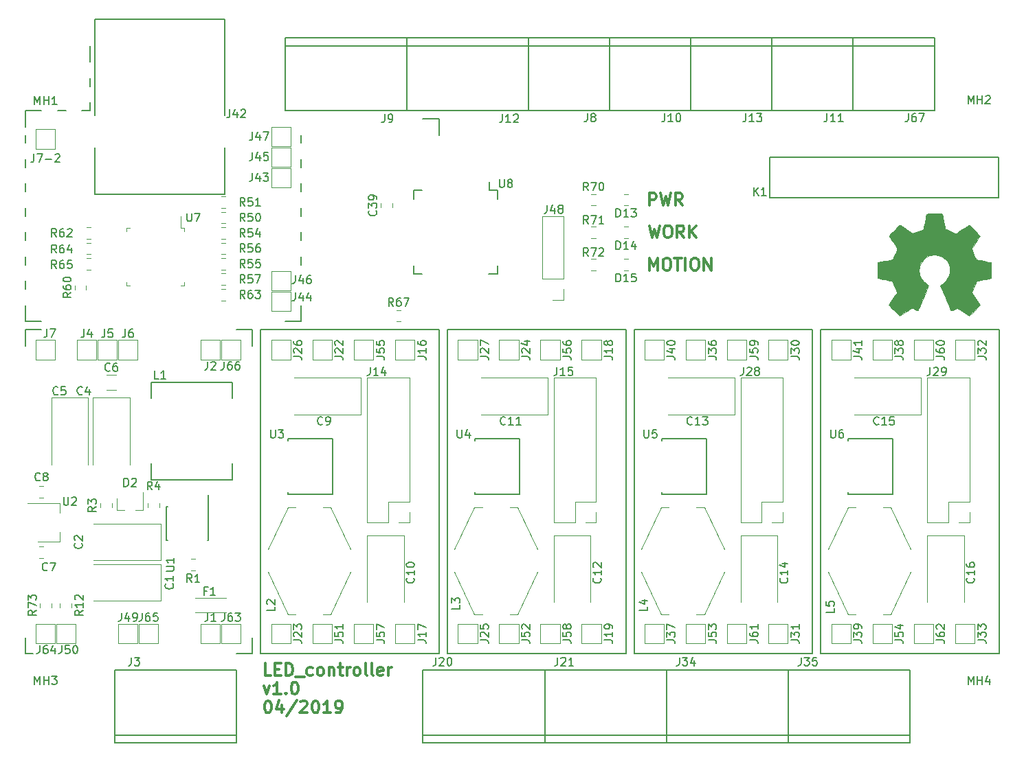
<source format=gto>
G04 #@! TF.GenerationSoftware,KiCad,Pcbnew,5.0.2-bee76a0~70~ubuntu18.04.1*
G04 #@! TF.CreationDate,2019-04-28T14:18:51+03:00*
G04 #@! TF.ProjectId,LED_controller,4c45445f-636f-46e7-9472-6f6c6c65722e,rev?*
G04 #@! TF.SameCoordinates,Original*
G04 #@! TF.FileFunction,Legend,Top*
G04 #@! TF.FilePolarity,Positive*
%FSLAX45Y45*%
G04 Gerber Fmt 4.5, Leading zero omitted, Abs format (unit mm)*
G04 Created by KiCad (PCBNEW 5.0.2-bee76a0~70~ubuntu18.04.1) date Вс 28 апр 2019 14:18:51*
%MOMM*%
%LPD*%
G01*
G04 APERTURE LIST*
%ADD10C,0.300000*%
%ADD11C,0.200000*%
%ADD12C,0.120000*%
%ADD13C,0.150000*%
%ADD14C,0.002540*%
G04 APERTURE END LIST*
D10*
X8083786Y-13177857D02*
X8098071Y-13177857D01*
X8112357Y-13185000D01*
X8119500Y-13192143D01*
X8126643Y-13206428D01*
X8133786Y-13235000D01*
X8133786Y-13270714D01*
X8126643Y-13299286D01*
X8119500Y-13313571D01*
X8112357Y-13320714D01*
X8098071Y-13327857D01*
X8083786Y-13327857D01*
X8069500Y-13320714D01*
X8062357Y-13313571D01*
X8055214Y-13299286D01*
X8048071Y-13270714D01*
X8048071Y-13235000D01*
X8055214Y-13206428D01*
X8062357Y-13192143D01*
X8069500Y-13185000D01*
X8083786Y-13177857D01*
X8262357Y-13227857D02*
X8262357Y-13327857D01*
X8226643Y-13170714D02*
X8190928Y-13277857D01*
X8283786Y-13277857D01*
X8448071Y-13170714D02*
X8319500Y-13363571D01*
X8490929Y-13192143D02*
X8498071Y-13185000D01*
X8512357Y-13177857D01*
X8548071Y-13177857D01*
X8562357Y-13185000D01*
X8569500Y-13192143D01*
X8576643Y-13206428D01*
X8576643Y-13220714D01*
X8569500Y-13242143D01*
X8483786Y-13327857D01*
X8576643Y-13327857D01*
X8669500Y-13177857D02*
X8683786Y-13177857D01*
X8698071Y-13185000D01*
X8705214Y-13192143D01*
X8712357Y-13206428D01*
X8719500Y-13235000D01*
X8719500Y-13270714D01*
X8712357Y-13299286D01*
X8705214Y-13313571D01*
X8698071Y-13320714D01*
X8683786Y-13327857D01*
X8669500Y-13327857D01*
X8655214Y-13320714D01*
X8648071Y-13313571D01*
X8640929Y-13299286D01*
X8633786Y-13270714D01*
X8633786Y-13235000D01*
X8640929Y-13206428D01*
X8648071Y-13192143D01*
X8655214Y-13185000D01*
X8669500Y-13177857D01*
X8862357Y-13327857D02*
X8776643Y-13327857D01*
X8819500Y-13327857D02*
X8819500Y-13177857D01*
X8805214Y-13199286D01*
X8790929Y-13213571D01*
X8776643Y-13220714D01*
X8933786Y-13327857D02*
X8962357Y-13327857D01*
X8976643Y-13320714D01*
X8983786Y-13313571D01*
X8998071Y-13292143D01*
X9005214Y-13263571D01*
X9005214Y-13206428D01*
X8998071Y-13192143D01*
X8990929Y-13185000D01*
X8976643Y-13177857D01*
X8948071Y-13177857D01*
X8933786Y-13185000D01*
X8926643Y-13192143D01*
X8919500Y-13206428D01*
X8919500Y-13242143D01*
X8926643Y-13256428D01*
X8933786Y-13263571D01*
X8948071Y-13270714D01*
X8976643Y-13270714D01*
X8990929Y-13263571D01*
X8998071Y-13256428D01*
X9005214Y-13242143D01*
X8040928Y-12997857D02*
X8076643Y-13097857D01*
X8112357Y-12997857D01*
X8248071Y-13097857D02*
X8162357Y-13097857D01*
X8205214Y-13097857D02*
X8205214Y-12947857D01*
X8190928Y-12969286D01*
X8176643Y-12983571D01*
X8162357Y-12990714D01*
X8312357Y-13083571D02*
X8319500Y-13090714D01*
X8312357Y-13097857D01*
X8305214Y-13090714D01*
X8312357Y-13083571D01*
X8312357Y-13097857D01*
X8412357Y-12947857D02*
X8426643Y-12947857D01*
X8440929Y-12955000D01*
X8448071Y-12962143D01*
X8455214Y-12976428D01*
X8462357Y-13005000D01*
X8462357Y-13040714D01*
X8455214Y-13069286D01*
X8448071Y-13083571D01*
X8440929Y-13090714D01*
X8426643Y-13097857D01*
X8412357Y-13097857D01*
X8398071Y-13090714D01*
X8390929Y-13083571D01*
X8383786Y-13069286D01*
X8376643Y-13040714D01*
X8376643Y-13005000D01*
X8383786Y-12976428D01*
X8390929Y-12962143D01*
X8398071Y-12955000D01*
X8412357Y-12947857D01*
X8126643Y-12867857D02*
X8055214Y-12867857D01*
X8055214Y-12717857D01*
X8176643Y-12789286D02*
X8226643Y-12789286D01*
X8248071Y-12867857D02*
X8176643Y-12867857D01*
X8176643Y-12717857D01*
X8248071Y-12717857D01*
X8312357Y-12867857D02*
X8312357Y-12717857D01*
X8348071Y-12717857D01*
X8369500Y-12725000D01*
X8383786Y-12739286D01*
X8390929Y-12753571D01*
X8398071Y-12782143D01*
X8398071Y-12803571D01*
X8390929Y-12832143D01*
X8383786Y-12846428D01*
X8369500Y-12860714D01*
X8348071Y-12867857D01*
X8312357Y-12867857D01*
X8426643Y-12882143D02*
X8540929Y-12882143D01*
X8640929Y-12860714D02*
X8626643Y-12867857D01*
X8598071Y-12867857D01*
X8583786Y-12860714D01*
X8576643Y-12853571D01*
X8569500Y-12839286D01*
X8569500Y-12796428D01*
X8576643Y-12782143D01*
X8583786Y-12775000D01*
X8598071Y-12767857D01*
X8626643Y-12767857D01*
X8640929Y-12775000D01*
X8726643Y-12867857D02*
X8712357Y-12860714D01*
X8705214Y-12853571D01*
X8698071Y-12839286D01*
X8698071Y-12796428D01*
X8705214Y-12782143D01*
X8712357Y-12775000D01*
X8726643Y-12767857D01*
X8748071Y-12767857D01*
X8762357Y-12775000D01*
X8769500Y-12782143D01*
X8776643Y-12796428D01*
X8776643Y-12839286D01*
X8769500Y-12853571D01*
X8762357Y-12860714D01*
X8748071Y-12867857D01*
X8726643Y-12867857D01*
X8840929Y-12767857D02*
X8840929Y-12867857D01*
X8840929Y-12782143D02*
X8848071Y-12775000D01*
X8862357Y-12767857D01*
X8883786Y-12767857D01*
X8898071Y-12775000D01*
X8905214Y-12789286D01*
X8905214Y-12867857D01*
X8955214Y-12767857D02*
X9012357Y-12767857D01*
X8976643Y-12717857D02*
X8976643Y-12846428D01*
X8983786Y-12860714D01*
X8998071Y-12867857D01*
X9012357Y-12867857D01*
X9062357Y-12867857D02*
X9062357Y-12767857D01*
X9062357Y-12796428D02*
X9069500Y-12782143D01*
X9076643Y-12775000D01*
X9090929Y-12767857D01*
X9105214Y-12767857D01*
X9176643Y-12867857D02*
X9162357Y-12860714D01*
X9155214Y-12853571D01*
X9148071Y-12839286D01*
X9148071Y-12796428D01*
X9155214Y-12782143D01*
X9162357Y-12775000D01*
X9176643Y-12767857D01*
X9198071Y-12767857D01*
X9212357Y-12775000D01*
X9219500Y-12782143D01*
X9226643Y-12796428D01*
X9226643Y-12839286D01*
X9219500Y-12853571D01*
X9212357Y-12860714D01*
X9198071Y-12867857D01*
X9176643Y-12867857D01*
X9312357Y-12867857D02*
X9298071Y-12860714D01*
X9290929Y-12846428D01*
X9290929Y-12717857D01*
X9390929Y-12867857D02*
X9376643Y-12860714D01*
X9369500Y-12846428D01*
X9369500Y-12717857D01*
X9505214Y-12860714D02*
X9490929Y-12867857D01*
X9462357Y-12867857D01*
X9448071Y-12860714D01*
X9440929Y-12846428D01*
X9440929Y-12789286D01*
X9448071Y-12775000D01*
X9462357Y-12767857D01*
X9490929Y-12767857D01*
X9505214Y-12775000D01*
X9512357Y-12789286D01*
X9512357Y-12803571D01*
X9440929Y-12817857D01*
X9576643Y-12867857D02*
X9576643Y-12767857D01*
X9576643Y-12796428D02*
X9583786Y-12782143D01*
X9590929Y-12775000D01*
X9605214Y-12767857D01*
X9619500Y-12767857D01*
X12791428Y-7867857D02*
X12791428Y-7717857D01*
X12841428Y-7825000D01*
X12891428Y-7717857D01*
X12891428Y-7867857D01*
X12991428Y-7717857D02*
X13020000Y-7717857D01*
X13034286Y-7725000D01*
X13048571Y-7739286D01*
X13055714Y-7767857D01*
X13055714Y-7817857D01*
X13048571Y-7846428D01*
X13034286Y-7860714D01*
X13020000Y-7867857D01*
X12991428Y-7867857D01*
X12977143Y-7860714D01*
X12962857Y-7846428D01*
X12955714Y-7817857D01*
X12955714Y-7767857D01*
X12962857Y-7739286D01*
X12977143Y-7725000D01*
X12991428Y-7717857D01*
X13098571Y-7717857D02*
X13184286Y-7717857D01*
X13141428Y-7867857D02*
X13141428Y-7717857D01*
X13234286Y-7867857D02*
X13234286Y-7717857D01*
X13334286Y-7717857D02*
X13362857Y-7717857D01*
X13377143Y-7725000D01*
X13391428Y-7739286D01*
X13398571Y-7767857D01*
X13398571Y-7817857D01*
X13391428Y-7846428D01*
X13377143Y-7860714D01*
X13362857Y-7867857D01*
X13334286Y-7867857D01*
X13320000Y-7860714D01*
X13305714Y-7846428D01*
X13298571Y-7817857D01*
X13298571Y-7767857D01*
X13305714Y-7739286D01*
X13320000Y-7725000D01*
X13334286Y-7717857D01*
X13462857Y-7867857D02*
X13462857Y-7717857D01*
X13548571Y-7867857D01*
X13548571Y-7717857D01*
X12787143Y-7317857D02*
X12822857Y-7467857D01*
X12851428Y-7360714D01*
X12880000Y-7467857D01*
X12915714Y-7317857D01*
X13001428Y-7317857D02*
X13030000Y-7317857D01*
X13044286Y-7325000D01*
X13058571Y-7339286D01*
X13065714Y-7367857D01*
X13065714Y-7417857D01*
X13058571Y-7446428D01*
X13044286Y-7460714D01*
X13030000Y-7467857D01*
X13001428Y-7467857D01*
X12987143Y-7460714D01*
X12972857Y-7446428D01*
X12965714Y-7417857D01*
X12965714Y-7367857D01*
X12972857Y-7339286D01*
X12987143Y-7325000D01*
X13001428Y-7317857D01*
X13215714Y-7467857D02*
X13165714Y-7396428D01*
X13130000Y-7467857D02*
X13130000Y-7317857D01*
X13187143Y-7317857D01*
X13201428Y-7325000D01*
X13208571Y-7332143D01*
X13215714Y-7346428D01*
X13215714Y-7367857D01*
X13208571Y-7382143D01*
X13201428Y-7389286D01*
X13187143Y-7396428D01*
X13130000Y-7396428D01*
X13280000Y-7467857D02*
X13280000Y-7317857D01*
X13365714Y-7467857D02*
X13301428Y-7382143D01*
X13365714Y-7317857D02*
X13280000Y-7403571D01*
X12790000Y-7067857D02*
X12790000Y-6917857D01*
X12847143Y-6917857D01*
X12861428Y-6925000D01*
X12868571Y-6932143D01*
X12875714Y-6946428D01*
X12875714Y-6967857D01*
X12868571Y-6982143D01*
X12861428Y-6989286D01*
X12847143Y-6996428D01*
X12790000Y-6996428D01*
X12925714Y-6917857D02*
X12961428Y-7067857D01*
X12990000Y-6960714D01*
X13018571Y-7067857D01*
X13054286Y-6917857D01*
X13197143Y-7067857D02*
X13147143Y-6996428D01*
X13111428Y-7067857D02*
X13111428Y-6917857D01*
X13168571Y-6917857D01*
X13182857Y-6925000D01*
X13190000Y-6932143D01*
X13197143Y-6946428D01*
X13197143Y-6967857D01*
X13190000Y-6982143D01*
X13182857Y-6989286D01*
X13168571Y-6996428D01*
X13111428Y-6996428D01*
D11*
X5900000Y-5600000D02*
X5900000Y-5500000D01*
X5500000Y-5900000D02*
X5600000Y-5900000D01*
X5100000Y-6300000D02*
X5100000Y-6200000D01*
X5900000Y-5300000D02*
X5900000Y-5100000D01*
X5900000Y-5900000D02*
X5900000Y-5800000D01*
X5800000Y-5900000D02*
X5900000Y-5900000D01*
X8500000Y-6300000D02*
X8500000Y-6200000D01*
X8500000Y-6900000D02*
X8500000Y-6800000D01*
X8500000Y-6600000D02*
X8500000Y-6500000D01*
X8500000Y-7200000D02*
X8500000Y-7100000D01*
X8500000Y-7500000D02*
X8500000Y-7400000D01*
X8500000Y-7800000D02*
X8500000Y-7700000D01*
X5100000Y-8500000D02*
X5100000Y-8300000D01*
X5300000Y-8500000D02*
X5100000Y-8500000D01*
X8500000Y-8500000D02*
X8300000Y-8500000D01*
X8500000Y-8500000D02*
X8500000Y-8300000D01*
X5100000Y-6600000D02*
X5100000Y-6500000D01*
X5100000Y-7800000D02*
X5100000Y-7700000D01*
X5100000Y-7500000D02*
X5100000Y-7400000D01*
X5100000Y-7200000D02*
X5100000Y-7100000D01*
X5100000Y-6900000D02*
X5100000Y-6800000D01*
X5100000Y-8100000D02*
X5100000Y-8000000D01*
X10000000Y-6000000D02*
X10200000Y-6000000D01*
X10200000Y-6200000D02*
X10200000Y-6000000D01*
X5100000Y-5900000D02*
X5300000Y-5900000D01*
X5100000Y-6100000D02*
X5100000Y-5900000D01*
X5100000Y-12600000D02*
X5100000Y-12400000D01*
X7900000Y-8600000D02*
X7900000Y-8800000D01*
X7700000Y-8600000D02*
X7900000Y-8600000D01*
X7900000Y-12600000D02*
X7900000Y-12400000D01*
X7700000Y-12600000D02*
X7900000Y-12600000D01*
X5100000Y-12600000D02*
X5200000Y-12600000D01*
X14900000Y-8600000D02*
X14900000Y-12600000D01*
X17100000Y-8600000D02*
X17100000Y-12600000D01*
X17100000Y-8600000D02*
X14900000Y-8600000D01*
X17100000Y-12600000D02*
X14900000Y-12600000D01*
X12600000Y-8600000D02*
X12600000Y-12600000D01*
X14800000Y-8600000D02*
X14800000Y-12600000D01*
X14800000Y-8600000D02*
X12600000Y-8600000D01*
X14800000Y-12600000D02*
X12600000Y-12600000D01*
X10300000Y-8600000D02*
X10300000Y-12600000D01*
X12500000Y-8600000D02*
X12500000Y-12600000D01*
X12500000Y-8600000D02*
X10300000Y-8600000D01*
X12500000Y-12600000D02*
X10300000Y-12600000D01*
X10200000Y-12600000D02*
X8000000Y-12600000D01*
X10200000Y-8600000D02*
X8000000Y-8600000D01*
X10200000Y-8600000D02*
X10200000Y-12600000D01*
X8000000Y-8600000D02*
X8000000Y-12600000D01*
X5100000Y-8600000D02*
X5300000Y-8600000D01*
X5100000Y-8800000D02*
X5100000Y-8600000D01*
D12*
G04 #@! TO.C,D14*
X12526125Y-7471000D02*
X12473875Y-7471000D01*
X12526125Y-7329000D02*
X12473875Y-7329000D01*
G04 #@! TO.C,D13*
X12526125Y-6929000D02*
X12473875Y-6929000D01*
X12526125Y-7071000D02*
X12473875Y-7071000D01*
G04 #@! TO.C,D15*
X12526125Y-7871000D02*
X12473875Y-7871000D01*
X12526125Y-7729000D02*
X12473875Y-7729000D01*
D11*
G04 #@! TO.C,J42*
X5955000Y-4770000D02*
X7555000Y-4770000D01*
X7555000Y-4770000D02*
X7555000Y-5960000D01*
X7555000Y-6930000D02*
X5955000Y-6930000D01*
X5955000Y-6930000D02*
X5955000Y-6360000D01*
X5955000Y-5960000D02*
X5955000Y-4770000D01*
X7555000Y-6930000D02*
X7555000Y-6360000D01*
D12*
G04 #@! TO.C,L5*
X15765000Y-12110000D02*
X15670000Y-12110000D01*
X15235000Y-10790000D02*
X15330000Y-10790000D01*
X15765000Y-12110000D02*
X16010000Y-11590000D01*
X15235000Y-10790000D02*
X14990000Y-11310000D01*
X15235000Y-12110000D02*
X14990000Y-11590000D01*
X15235000Y-12110000D02*
X15330000Y-12110000D01*
X15765000Y-10790000D02*
X16010000Y-11310000D01*
X15765000Y-10790000D02*
X15670000Y-10790000D01*
G04 #@! TO.C,L4*
X13465000Y-12110000D02*
X13370000Y-12110000D01*
X12935000Y-10790000D02*
X13030000Y-10790000D01*
X13465000Y-12110000D02*
X13710000Y-11590000D01*
X12935000Y-10790000D02*
X12690000Y-11310000D01*
X12935000Y-12110000D02*
X12690000Y-11590000D01*
X12935000Y-12110000D02*
X13030000Y-12110000D01*
X13465000Y-10790000D02*
X13710000Y-11310000D01*
X13465000Y-10790000D02*
X13370000Y-10790000D01*
G04 #@! TO.C,L3*
X11165000Y-12110000D02*
X11070000Y-12110000D01*
X10635000Y-10790000D02*
X10730000Y-10790000D01*
X11165000Y-12110000D02*
X11410000Y-11590000D01*
X10635000Y-10790000D02*
X10390000Y-11310000D01*
X10635000Y-12110000D02*
X10390000Y-11590000D01*
X10635000Y-12110000D02*
X10730000Y-12110000D01*
X11165000Y-10790000D02*
X11410000Y-11310000D01*
X11165000Y-10790000D02*
X11070000Y-10790000D01*
G04 #@! TO.C,L2*
X8865000Y-12110000D02*
X8770000Y-12110000D01*
X8335000Y-10790000D02*
X8430000Y-10790000D01*
X8865000Y-12110000D02*
X9110000Y-11590000D01*
X8335000Y-10790000D02*
X8090000Y-11310000D01*
X8335000Y-12110000D02*
X8090000Y-11590000D01*
X8335000Y-12110000D02*
X8430000Y-12110000D01*
X8865000Y-10790000D02*
X9110000Y-11310000D01*
X8865000Y-10790000D02*
X8770000Y-10790000D01*
G04 #@! TO.C,F1*
X7578000Y-11908000D02*
X7194000Y-11908000D01*
X7578000Y-12092000D02*
X7194000Y-12092000D01*
D11*
G04 #@! TO.C,J67*
X16300000Y-5100000D02*
X15300000Y-5100000D01*
X16300000Y-5000000D02*
X16300000Y-5900000D01*
X15300000Y-5000000D02*
X16300000Y-5000000D01*
X15300000Y-5900000D02*
X15300000Y-5000000D01*
X16300000Y-5900000D02*
X15300000Y-5900000D01*
G04 #@! TO.C,J13*
X14300000Y-5100000D02*
X13300000Y-5100000D01*
X14300000Y-5000000D02*
X14300000Y-5900000D01*
X13300000Y-5000000D02*
X14300000Y-5000000D01*
X13300000Y-5900000D02*
X13300000Y-5000000D01*
X14300000Y-5900000D02*
X13300000Y-5900000D01*
G04 #@! TO.C,J8*
X12300000Y-5100000D02*
X11300000Y-5100000D01*
X12300000Y-5000000D02*
X12300000Y-5900000D01*
X11300000Y-5000000D02*
X12300000Y-5000000D01*
X11300000Y-5900000D02*
X11300000Y-5000000D01*
X12300000Y-5900000D02*
X11300000Y-5900000D01*
G04 #@! TO.C,J10*
X13300000Y-5100000D02*
X12300000Y-5100000D01*
X13300000Y-5000000D02*
X13300000Y-5900000D01*
X12300000Y-5000000D02*
X13300000Y-5000000D01*
X12300000Y-5900000D02*
X12300000Y-5000000D01*
X13300000Y-5900000D02*
X12300000Y-5900000D01*
G04 #@! TO.C,J11*
X15300000Y-5100000D02*
X14300000Y-5100000D01*
X15300000Y-5000000D02*
X15300000Y-5900000D01*
X14300000Y-5000000D02*
X15300000Y-5000000D01*
X14300000Y-5900000D02*
X14300000Y-5000000D01*
X15300000Y-5900000D02*
X14300000Y-5900000D01*
G04 #@! TO.C,J34*
X13000000Y-13600000D02*
X14500000Y-13600000D01*
X14500000Y-13700000D02*
X13000000Y-13700000D01*
X14500000Y-12800000D02*
X14500000Y-13700000D01*
X13000000Y-12800000D02*
X14500000Y-12800000D01*
X13000000Y-13700000D02*
X13000000Y-12800000D01*
G04 #@! TO.C,J35*
X14500000Y-13600000D02*
X16000000Y-13600000D01*
X16000000Y-13700000D02*
X14500000Y-13700000D01*
X16000000Y-12800000D02*
X16000000Y-13700000D01*
X14500000Y-12800000D02*
X16000000Y-12800000D01*
X14500000Y-13700000D02*
X14500000Y-12800000D01*
G04 #@! TO.C,J21*
X11500000Y-13600000D02*
X13000000Y-13600000D01*
X13000000Y-13700000D02*
X11500000Y-13700000D01*
X13000000Y-12800000D02*
X13000000Y-13700000D01*
X11500000Y-12800000D02*
X13000000Y-12800000D01*
X11500000Y-13700000D02*
X11500000Y-12800000D01*
G04 #@! TO.C,J20*
X10000000Y-13600000D02*
X11500000Y-13600000D01*
X11500000Y-13700000D02*
X10000000Y-13700000D01*
X11500000Y-12800000D02*
X11500000Y-13700000D01*
X10000000Y-12800000D02*
X11500000Y-12800000D01*
X10000000Y-13700000D02*
X10000000Y-12800000D01*
G04 #@! TO.C,J12*
X11300000Y-5100000D02*
X9800000Y-5100000D01*
X9800000Y-5000000D02*
X11300000Y-5000000D01*
X9800000Y-5900000D02*
X9800000Y-5000000D01*
X11300000Y-5900000D02*
X9800000Y-5900000D01*
X11300000Y-5000000D02*
X11300000Y-5900000D01*
G04 #@! TO.C,J9*
X9800000Y-5100000D02*
X8300000Y-5100000D01*
X8300000Y-5000000D02*
X9800000Y-5000000D01*
X8300000Y-5900000D02*
X8300000Y-5000000D01*
X9800000Y-5900000D02*
X8300000Y-5900000D01*
X9800000Y-5000000D02*
X9800000Y-5900000D01*
G04 #@! TO.C,J3*
X6200000Y-13600000D02*
X7700000Y-13600000D01*
X7700000Y-13700000D02*
X6200000Y-13700000D01*
X7700000Y-12800000D02*
X7700000Y-13700000D01*
X6200000Y-12800000D02*
X7700000Y-12800000D01*
X6200000Y-13700000D02*
X6200000Y-12800000D01*
G04 #@! TO.C,K1*
X14275000Y-6475000D02*
X14275000Y-6975000D01*
X17090000Y-6975000D02*
X14275000Y-6975000D01*
X17090000Y-6475000D02*
X17090000Y-6975000D01*
X14275000Y-6475000D02*
X17090000Y-6475000D01*
D12*
G04 #@! TO.C,J7-2*
X5230000Y-6370000D02*
X5230000Y-6130000D01*
X5470000Y-6370000D02*
X5230000Y-6370000D01*
X5470000Y-6130000D02*
X5470000Y-6370000D01*
X5230000Y-6130000D02*
X5470000Y-6130000D01*
G04 #@! TO.C,R12*
X5529000Y-11973875D02*
X5529000Y-12026125D01*
X5671000Y-11973875D02*
X5671000Y-12026125D01*
G04 #@! TO.C,J66*
X7516000Y-8970000D02*
X7516000Y-8730000D01*
X7756000Y-8970000D02*
X7516000Y-8970000D01*
X7756000Y-8730000D02*
X7756000Y-8970000D01*
X7516000Y-8730000D02*
X7756000Y-8730000D01*
G04 #@! TO.C,J65*
X6500000Y-12470000D02*
X6500000Y-12230000D01*
X6740000Y-12470000D02*
X6500000Y-12470000D01*
X6740000Y-12230000D02*
X6740000Y-12470000D01*
X6500000Y-12230000D02*
X6740000Y-12230000D01*
G04 #@! TO.C,J63*
X7516000Y-12470000D02*
X7516000Y-12230000D01*
X7756000Y-12470000D02*
X7516000Y-12470000D01*
X7756000Y-12230000D02*
X7756000Y-12470000D01*
X7516000Y-12230000D02*
X7756000Y-12230000D01*
G04 #@! TO.C,J64*
X5230000Y-12470000D02*
X5230000Y-12230000D01*
X5470000Y-12470000D02*
X5230000Y-12470000D01*
X5470000Y-12230000D02*
X5470000Y-12470000D01*
X5230000Y-12230000D02*
X5470000Y-12230000D01*
G04 #@! TO.C,C39*
X9621000Y-7096125D02*
X9621000Y-7043875D01*
X9479000Y-7096125D02*
X9479000Y-7043875D01*
G04 #@! TO.C,C7*
X5273875Y-11421000D02*
X5326125Y-11421000D01*
X5273875Y-11279000D02*
X5326125Y-11279000D01*
G04 #@! TO.C,C8*
X5273875Y-10671000D02*
X5326125Y-10671000D01*
X5273875Y-10529000D02*
X5326125Y-10529000D01*
G04 #@! TO.C,C6*
X6099794Y-9341000D02*
X6220206Y-9341000D01*
X6099794Y-9159000D02*
X6220206Y-9159000D01*
G04 #@! TO.C,C1*
X6768500Y-11494000D02*
X5945000Y-11494000D01*
X6768500Y-11946000D02*
X6768500Y-11494000D01*
X5945000Y-11946000D02*
X6768500Y-11946000D01*
G04 #@! TO.C,C5*
X5424000Y-9441500D02*
X5424000Y-10265000D01*
X5876000Y-9441500D02*
X5424000Y-9441500D01*
X5876000Y-10265000D02*
X5876000Y-9441500D01*
G04 #@! TO.C,C4*
X5934000Y-9441500D02*
X5934000Y-10265000D01*
X6386000Y-9441500D02*
X5934000Y-9441500D01*
X6386000Y-10265000D02*
X6386000Y-9441500D01*
G04 #@! TO.C,C2*
X6768500Y-10994000D02*
X5945000Y-10994000D01*
X6768500Y-11446000D02*
X6768500Y-10994000D01*
X5945000Y-11446000D02*
X6768500Y-11446000D01*
G04 #@! TO.C,J48*
X11733000Y-8233000D02*
X11600000Y-8233000D01*
X11733000Y-8100000D02*
X11733000Y-8233000D01*
X11733000Y-7973000D02*
X11467000Y-7973000D01*
X11467000Y-7973000D02*
X11467000Y-7205000D01*
X11733000Y-7973000D02*
X11733000Y-7205000D01*
X11733000Y-7205000D02*
X11467000Y-7205000D01*
G04 #@! TO.C,D2*
X6232000Y-10826000D02*
X6232000Y-10680000D01*
X6548000Y-10826000D02*
X6548000Y-10610000D01*
X6548000Y-10826000D02*
X6455000Y-10826000D01*
X6232000Y-10826000D02*
X6325000Y-10826000D01*
D13*
G04 #@! TO.C,U1*
X7352500Y-10782500D02*
X7352500Y-10642500D01*
X6842500Y-10782500D02*
X6842500Y-11197500D01*
X7357500Y-10782500D02*
X7357500Y-11197500D01*
X6842500Y-10782500D02*
X6857000Y-10782500D01*
X6842500Y-11197500D02*
X6857000Y-11197500D01*
X7357500Y-11197500D02*
X7343000Y-11197500D01*
X7357500Y-10782500D02*
X7352500Y-10782500D01*
D12*
G04 #@! TO.C,U2*
X5524650Y-10740000D02*
X5524650Y-10860000D01*
X5124650Y-10740000D02*
X5524650Y-10740000D01*
X5524650Y-11220000D02*
X5254650Y-11220000D01*
X5524650Y-11100000D02*
X5524650Y-11220000D01*
G04 #@! TO.C,R1*
X7143875Y-11571000D02*
X7196125Y-11571000D01*
X7143875Y-11429000D02*
X7196125Y-11429000D01*
G04 #@! TO.C,R3*
X6171000Y-10796125D02*
X6171000Y-10743875D01*
X6029000Y-10796125D02*
X6029000Y-10743875D01*
G04 #@! TO.C,R4*
X6751000Y-10796125D02*
X6751000Y-10743875D01*
X6609000Y-10796125D02*
X6609000Y-10743875D01*
G04 #@! TO.C,R60*
X5851000Y-8106125D02*
X5851000Y-8053875D01*
X5709000Y-8106125D02*
X5709000Y-8053875D01*
G04 #@! TO.C,R70*
X12073875Y-7071000D02*
X12126125Y-7071000D01*
X12073875Y-6929000D02*
X12126125Y-6929000D01*
G04 #@! TO.C,R71*
X12073875Y-7471000D02*
X12126125Y-7471000D01*
X12073875Y-7329000D02*
X12126125Y-7329000D01*
G04 #@! TO.C,R72*
X12073875Y-7871000D02*
X12126125Y-7871000D01*
X12073875Y-7729000D02*
X12126125Y-7729000D01*
G04 #@! TO.C,R73*
X5279000Y-11973875D02*
X5279000Y-12026125D01*
X5421000Y-11973875D02*
X5421000Y-12026125D01*
G04 #@! TO.C,R67*
X9673875Y-8501000D02*
X9726125Y-8501000D01*
X9673875Y-8359000D02*
X9726125Y-8359000D01*
G04 #@! TO.C,R50*
X7566125Y-7149000D02*
X7513875Y-7149000D01*
X7566125Y-7291000D02*
X7513875Y-7291000D01*
G04 #@! TO.C,R51*
X7566125Y-6959000D02*
X7513875Y-6959000D01*
X7566125Y-7101000D02*
X7513875Y-7101000D01*
G04 #@! TO.C,R54*
X7566125Y-7339000D02*
X7513875Y-7339000D01*
X7566125Y-7481000D02*
X7513875Y-7481000D01*
G04 #@! TO.C,R55*
X7566125Y-7719000D02*
X7513875Y-7719000D01*
X7566125Y-7861000D02*
X7513875Y-7861000D01*
G04 #@! TO.C,R56*
X7566125Y-7529000D02*
X7513875Y-7529000D01*
X7566125Y-7671000D02*
X7513875Y-7671000D01*
G04 #@! TO.C,R57*
X7566125Y-7909000D02*
X7513875Y-7909000D01*
X7566125Y-8051000D02*
X7513875Y-8051000D01*
G04 #@! TO.C,R62*
X5906125Y-7339000D02*
X5853875Y-7339000D01*
X5906125Y-7481000D02*
X5853875Y-7481000D01*
G04 #@! TO.C,R63*
X7566125Y-8099000D02*
X7513875Y-8099000D01*
X7566125Y-8241000D02*
X7513875Y-8241000D01*
G04 #@! TO.C,R64*
X5906125Y-7529000D02*
X5853875Y-7529000D01*
X5906125Y-7671000D02*
X5853875Y-7671000D01*
G04 #@! TO.C,R65*
X5906125Y-7719000D02*
X5853875Y-7719000D01*
X5906125Y-7861000D02*
X5853875Y-7861000D01*
G04 #@! TO.C,J47*
X8130000Y-6338000D02*
X8130000Y-6098000D01*
X8370000Y-6338000D02*
X8130000Y-6338000D01*
X8370000Y-6098000D02*
X8370000Y-6338000D01*
X8130000Y-6098000D02*
X8370000Y-6098000D01*
G04 #@! TO.C,J43*
X8130000Y-6846000D02*
X8130000Y-6606000D01*
X8370000Y-6846000D02*
X8130000Y-6846000D01*
X8370000Y-6606000D02*
X8370000Y-6846000D01*
X8130000Y-6606000D02*
X8370000Y-6606000D01*
G04 #@! TO.C,J50*
X5484000Y-12470000D02*
X5484000Y-12230000D01*
X5724000Y-12470000D02*
X5484000Y-12470000D01*
X5724000Y-12230000D02*
X5724000Y-12470000D01*
X5484000Y-12230000D02*
X5724000Y-12230000D01*
G04 #@! TO.C,J49*
X6246000Y-12470000D02*
X6246000Y-12230000D01*
X6486000Y-12470000D02*
X6246000Y-12470000D01*
X6486000Y-12230000D02*
X6486000Y-12470000D01*
X6246000Y-12230000D02*
X6486000Y-12230000D01*
G04 #@! TO.C,J1*
X7262000Y-12470000D02*
X7262000Y-12230000D01*
X7502000Y-12470000D02*
X7262000Y-12470000D01*
X7502000Y-12230000D02*
X7502000Y-12470000D01*
X7262000Y-12230000D02*
X7502000Y-12230000D01*
G04 #@! TO.C,J2*
X7262000Y-8970000D02*
X7262000Y-8730000D01*
X7502000Y-8970000D02*
X7262000Y-8970000D01*
X7502000Y-8730000D02*
X7502000Y-8970000D01*
X7262000Y-8730000D02*
X7502000Y-8730000D01*
G04 #@! TO.C,J4*
X5738000Y-8970000D02*
X5738000Y-8730000D01*
X5978000Y-8970000D02*
X5738000Y-8970000D01*
X5978000Y-8730000D02*
X5978000Y-8970000D01*
X5738000Y-8730000D02*
X5978000Y-8730000D01*
G04 #@! TO.C,J6*
X6246000Y-8970000D02*
X6246000Y-8730000D01*
X6486000Y-8970000D02*
X6246000Y-8970000D01*
X6486000Y-8730000D02*
X6486000Y-8970000D01*
X6246000Y-8730000D02*
X6486000Y-8730000D01*
G04 #@! TO.C,J7*
X5230000Y-8970000D02*
X5230000Y-8730000D01*
X5470000Y-8970000D02*
X5230000Y-8970000D01*
X5470000Y-8730000D02*
X5470000Y-8970000D01*
X5230000Y-8730000D02*
X5470000Y-8730000D01*
G04 #@! TO.C,J45*
X8130000Y-6592000D02*
X8130000Y-6352000D01*
X8370000Y-6592000D02*
X8130000Y-6592000D01*
X8370000Y-6352000D02*
X8370000Y-6592000D01*
X8130000Y-6352000D02*
X8370000Y-6352000D01*
G04 #@! TO.C,J46*
X8130000Y-8116000D02*
X8130000Y-7876000D01*
X8370000Y-8116000D02*
X8130000Y-8116000D01*
X8370000Y-7876000D02*
X8370000Y-8116000D01*
X8130000Y-7876000D02*
X8370000Y-7876000D01*
G04 #@! TO.C,J5*
X5992000Y-8970000D02*
X5992000Y-8730000D01*
X6232000Y-8970000D02*
X5992000Y-8970000D01*
X6232000Y-8730000D02*
X6232000Y-8970000D01*
X5992000Y-8730000D02*
X6232000Y-8730000D01*
G04 #@! TO.C,J44*
X8130000Y-8370000D02*
X8130000Y-8130000D01*
X8370000Y-8370000D02*
X8130000Y-8370000D01*
X8370000Y-8130000D02*
X8370000Y-8370000D01*
X8130000Y-8130000D02*
X8370000Y-8130000D01*
D13*
G04 #@! TO.C,L1*
X6650000Y-9250000D02*
X6650000Y-9450000D01*
X7650000Y-9250000D02*
X6650000Y-9250000D01*
X7650000Y-9450000D02*
X7650000Y-9250000D01*
X7650000Y-10450000D02*
X7650000Y-10250000D01*
X6650000Y-10450000D02*
X6650000Y-10250000D01*
X7650000Y-10450000D02*
X6650000Y-10450000D01*
D12*
G04 #@! TO.C,J54*
X15538000Y-12470000D02*
X15538000Y-12230000D01*
X15778000Y-12470000D02*
X15538000Y-12470000D01*
X15778000Y-12230000D02*
X15778000Y-12470000D01*
X15538000Y-12230000D02*
X15778000Y-12230000D01*
G04 #@! TO.C,J60*
X16046000Y-8970000D02*
X16046000Y-8730000D01*
X16286000Y-8970000D02*
X16046000Y-8970000D01*
X16286000Y-8730000D02*
X16286000Y-8970000D01*
X16046000Y-8730000D02*
X16286000Y-8730000D01*
G04 #@! TO.C,J62*
X16046000Y-12470000D02*
X16046000Y-12230000D01*
X16286000Y-12470000D02*
X16046000Y-12470000D01*
X16286000Y-12230000D02*
X16286000Y-12470000D01*
X16046000Y-12230000D02*
X16286000Y-12230000D01*
D11*
G04 #@! TO.C,U6*
X15240000Y-9950000D02*
X15240000Y-9970000D01*
X15240000Y-10630000D02*
X15240000Y-10610000D01*
X15240000Y-10630000D02*
X15790000Y-10630000D01*
X15790000Y-9950000D02*
X15240000Y-9950000D01*
X15790000Y-10630000D02*
X15790000Y-9950000D01*
D12*
G04 #@! TO.C,J29*
X16733000Y-10983000D02*
X16600000Y-10983000D01*
X16733000Y-10850000D02*
X16733000Y-10983000D01*
X16473000Y-10983000D02*
X16213000Y-10983000D01*
X16473000Y-10723000D02*
X16473000Y-10983000D01*
X16733000Y-10723000D02*
X16473000Y-10723000D01*
X16213000Y-10983000D02*
X16213000Y-9193000D01*
X16733000Y-10723000D02*
X16733000Y-9193000D01*
X16733000Y-9193000D02*
X16213000Y-9193000D01*
G04 #@! TO.C,J32*
X16554000Y-8970000D02*
X16554000Y-8730000D01*
X16794000Y-8970000D02*
X16554000Y-8970000D01*
X16794000Y-8730000D02*
X16794000Y-8970000D01*
X16554000Y-8730000D02*
X16794000Y-8730000D01*
G04 #@! TO.C,J33*
X16554000Y-12470000D02*
X16554000Y-12230000D01*
X16794000Y-12470000D02*
X16554000Y-12470000D01*
X16794000Y-12230000D02*
X16794000Y-12470000D01*
X16554000Y-12230000D02*
X16794000Y-12230000D01*
G04 #@! TO.C,J38*
X15538000Y-8970000D02*
X15538000Y-8730000D01*
X15778000Y-8970000D02*
X15538000Y-8970000D01*
X15778000Y-8730000D02*
X15778000Y-8970000D01*
X15538000Y-8730000D02*
X15778000Y-8730000D01*
G04 #@! TO.C,J39*
X15030000Y-12470000D02*
X15030000Y-12230000D01*
X15270000Y-12470000D02*
X15030000Y-12470000D01*
X15270000Y-12230000D02*
X15270000Y-12470000D01*
X15030000Y-12230000D02*
X15270000Y-12230000D01*
G04 #@! TO.C,J41*
X15030000Y-8970000D02*
X15030000Y-8730000D01*
X15270000Y-8970000D02*
X15030000Y-8970000D01*
X15270000Y-8730000D02*
X15270000Y-8970000D01*
X15030000Y-8730000D02*
X15270000Y-8730000D01*
G04 #@! TO.C,C15*
X16138500Y-9194000D02*
X15315000Y-9194000D01*
X16138500Y-9646000D02*
X16138500Y-9194000D01*
X15315000Y-9646000D02*
X16138500Y-9646000D01*
G04 #@! TO.C,C16*
X16214000Y-11141500D02*
X16214000Y-11965000D01*
X16666000Y-11141500D02*
X16214000Y-11141500D01*
X16666000Y-11965000D02*
X16666000Y-11141500D01*
G04 #@! TO.C,J53*
X13238000Y-12470000D02*
X13238000Y-12230000D01*
X13478000Y-12470000D02*
X13238000Y-12470000D01*
X13478000Y-12230000D02*
X13478000Y-12470000D01*
X13238000Y-12230000D02*
X13478000Y-12230000D01*
G04 #@! TO.C,J59*
X13746000Y-8970000D02*
X13746000Y-8730000D01*
X13986000Y-8970000D02*
X13746000Y-8970000D01*
X13986000Y-8730000D02*
X13986000Y-8970000D01*
X13746000Y-8730000D02*
X13986000Y-8730000D01*
G04 #@! TO.C,J61*
X13746000Y-12470000D02*
X13746000Y-12230000D01*
X13986000Y-12470000D02*
X13746000Y-12470000D01*
X13986000Y-12230000D02*
X13986000Y-12470000D01*
X13746000Y-12230000D02*
X13986000Y-12230000D01*
D11*
G04 #@! TO.C,U5*
X12940000Y-9950000D02*
X12940000Y-9970000D01*
X12940000Y-10630000D02*
X12940000Y-10610000D01*
X12940000Y-10630000D02*
X13490000Y-10630000D01*
X13490000Y-9950000D02*
X12940000Y-9950000D01*
X13490000Y-10630000D02*
X13490000Y-9950000D01*
D12*
G04 #@! TO.C,J28*
X14433000Y-10983000D02*
X14300000Y-10983000D01*
X14433000Y-10850000D02*
X14433000Y-10983000D01*
X14173000Y-10983000D02*
X13913000Y-10983000D01*
X14173000Y-10723000D02*
X14173000Y-10983000D01*
X14433000Y-10723000D02*
X14173000Y-10723000D01*
X13913000Y-10983000D02*
X13913000Y-9193000D01*
X14433000Y-10723000D02*
X14433000Y-9193000D01*
X14433000Y-9193000D02*
X13913000Y-9193000D01*
G04 #@! TO.C,J30*
X14254000Y-8970000D02*
X14254000Y-8730000D01*
X14494000Y-8970000D02*
X14254000Y-8970000D01*
X14494000Y-8730000D02*
X14494000Y-8970000D01*
X14254000Y-8730000D02*
X14494000Y-8730000D01*
G04 #@! TO.C,J31*
X14254000Y-12470000D02*
X14254000Y-12230000D01*
X14494000Y-12470000D02*
X14254000Y-12470000D01*
X14494000Y-12230000D02*
X14494000Y-12470000D01*
X14254000Y-12230000D02*
X14494000Y-12230000D01*
G04 #@! TO.C,J36*
X13238000Y-8970000D02*
X13238000Y-8730000D01*
X13478000Y-8970000D02*
X13238000Y-8970000D01*
X13478000Y-8730000D02*
X13478000Y-8970000D01*
X13238000Y-8730000D02*
X13478000Y-8730000D01*
G04 #@! TO.C,J37*
X12730000Y-12470000D02*
X12730000Y-12230000D01*
X12970000Y-12470000D02*
X12730000Y-12470000D01*
X12970000Y-12230000D02*
X12970000Y-12470000D01*
X12730000Y-12230000D02*
X12970000Y-12230000D01*
G04 #@! TO.C,J40*
X12730000Y-8970000D02*
X12730000Y-8730000D01*
X12970000Y-8970000D02*
X12730000Y-8970000D01*
X12970000Y-8730000D02*
X12970000Y-8970000D01*
X12730000Y-8730000D02*
X12970000Y-8730000D01*
G04 #@! TO.C,C13*
X13838500Y-9194000D02*
X13015000Y-9194000D01*
X13838500Y-9646000D02*
X13838500Y-9194000D01*
X13015000Y-9646000D02*
X13838500Y-9646000D01*
G04 #@! TO.C,C14*
X13914000Y-11141500D02*
X13914000Y-11965000D01*
X14366000Y-11141500D02*
X13914000Y-11141500D01*
X14366000Y-11965000D02*
X14366000Y-11141500D01*
G04 #@! TO.C,J52*
X10938000Y-12470000D02*
X10938000Y-12230000D01*
X11178000Y-12470000D02*
X10938000Y-12470000D01*
X11178000Y-12230000D02*
X11178000Y-12470000D01*
X10938000Y-12230000D02*
X11178000Y-12230000D01*
G04 #@! TO.C,J56*
X11446000Y-8970000D02*
X11446000Y-8730000D01*
X11686000Y-8970000D02*
X11446000Y-8970000D01*
X11686000Y-8730000D02*
X11686000Y-8970000D01*
X11446000Y-8730000D02*
X11686000Y-8730000D01*
G04 #@! TO.C,J58*
X11446000Y-12470000D02*
X11446000Y-12230000D01*
X11686000Y-12470000D02*
X11446000Y-12470000D01*
X11686000Y-12230000D02*
X11686000Y-12470000D01*
X11446000Y-12230000D02*
X11686000Y-12230000D01*
D11*
G04 #@! TO.C,U4*
X10640000Y-9950000D02*
X10640000Y-9970000D01*
X10640000Y-10630000D02*
X10640000Y-10610000D01*
X10640000Y-10630000D02*
X11190000Y-10630000D01*
X11190000Y-9950000D02*
X10640000Y-9950000D01*
X11190000Y-10630000D02*
X11190000Y-9950000D01*
D12*
G04 #@! TO.C,J15*
X12133000Y-10983000D02*
X12000000Y-10983000D01*
X12133000Y-10850000D02*
X12133000Y-10983000D01*
X11873000Y-10983000D02*
X11613000Y-10983000D01*
X11873000Y-10723000D02*
X11873000Y-10983000D01*
X12133000Y-10723000D02*
X11873000Y-10723000D01*
X11613000Y-10983000D02*
X11613000Y-9193000D01*
X12133000Y-10723000D02*
X12133000Y-9193000D01*
X12133000Y-9193000D02*
X11613000Y-9193000D01*
G04 #@! TO.C,J18*
X11954000Y-8970000D02*
X11954000Y-8730000D01*
X12194000Y-8970000D02*
X11954000Y-8970000D01*
X12194000Y-8730000D02*
X12194000Y-8970000D01*
X11954000Y-8730000D02*
X12194000Y-8730000D01*
G04 #@! TO.C,J19*
X11954000Y-12470000D02*
X11954000Y-12230000D01*
X12194000Y-12470000D02*
X11954000Y-12470000D01*
X12194000Y-12230000D02*
X12194000Y-12470000D01*
X11954000Y-12230000D02*
X12194000Y-12230000D01*
G04 #@! TO.C,J24*
X10938000Y-8970000D02*
X10938000Y-8730000D01*
X11178000Y-8970000D02*
X10938000Y-8970000D01*
X11178000Y-8730000D02*
X11178000Y-8970000D01*
X10938000Y-8730000D02*
X11178000Y-8730000D01*
G04 #@! TO.C,J25*
X10430000Y-12470000D02*
X10430000Y-12230000D01*
X10670000Y-12470000D02*
X10430000Y-12470000D01*
X10670000Y-12230000D02*
X10670000Y-12470000D01*
X10430000Y-12230000D02*
X10670000Y-12230000D01*
G04 #@! TO.C,J27*
X10430000Y-8970000D02*
X10430000Y-8730000D01*
X10670000Y-8970000D02*
X10430000Y-8970000D01*
X10670000Y-8730000D02*
X10670000Y-8970000D01*
X10430000Y-8730000D02*
X10670000Y-8730000D01*
G04 #@! TO.C,C11*
X11538500Y-9194000D02*
X10715000Y-9194000D01*
X11538500Y-9646000D02*
X11538500Y-9194000D01*
X10715000Y-9646000D02*
X11538500Y-9646000D01*
G04 #@! TO.C,C12*
X11614000Y-11141500D02*
X11614000Y-11965000D01*
X12066000Y-11141500D02*
X11614000Y-11141500D01*
X12066000Y-11965000D02*
X12066000Y-11141500D01*
G04 #@! TO.C,J55*
X9146000Y-8970000D02*
X9146000Y-8730000D01*
X9386000Y-8970000D02*
X9146000Y-8970000D01*
X9386000Y-8730000D02*
X9386000Y-8970000D01*
X9146000Y-8730000D02*
X9386000Y-8730000D01*
G04 #@! TO.C,J57*
X9146000Y-12470000D02*
X9146000Y-12230000D01*
X9386000Y-12470000D02*
X9146000Y-12470000D01*
X9386000Y-12230000D02*
X9386000Y-12470000D01*
X9146000Y-12230000D02*
X9386000Y-12230000D01*
G04 #@! TO.C,J51*
X8638000Y-12470000D02*
X8638000Y-12230000D01*
X8878000Y-12470000D02*
X8638000Y-12470000D01*
X8878000Y-12230000D02*
X8878000Y-12470000D01*
X8638000Y-12230000D02*
X8878000Y-12230000D01*
D11*
G04 #@! TO.C,U3*
X8340000Y-9950000D02*
X8340000Y-9970000D01*
X8340000Y-10630000D02*
X8340000Y-10610000D01*
X8340000Y-10630000D02*
X8890000Y-10630000D01*
X8890000Y-9950000D02*
X8340000Y-9950000D01*
X8890000Y-10630000D02*
X8890000Y-9950000D01*
D12*
G04 #@! TO.C,C10*
X9314000Y-11141500D02*
X9314000Y-11965000D01*
X9766000Y-11141500D02*
X9314000Y-11141500D01*
X9766000Y-11965000D02*
X9766000Y-11141500D01*
G04 #@! TO.C,C9*
X9238500Y-9194000D02*
X8415000Y-9194000D01*
X9238500Y-9646000D02*
X9238500Y-9194000D01*
X8415000Y-9646000D02*
X9238500Y-9646000D01*
G04 #@! TO.C,J14*
X9833000Y-10983000D02*
X9700000Y-10983000D01*
X9833000Y-10850000D02*
X9833000Y-10983000D01*
X9573000Y-10983000D02*
X9313000Y-10983000D01*
X9573000Y-10723000D02*
X9573000Y-10983000D01*
X9833000Y-10723000D02*
X9573000Y-10723000D01*
X9313000Y-10983000D02*
X9313000Y-9193000D01*
X9833000Y-10723000D02*
X9833000Y-9193000D01*
X9833000Y-9193000D02*
X9313000Y-9193000D01*
G04 #@! TO.C,U7*
X6344000Y-7344000D02*
X6344000Y-7386000D01*
X7056000Y-7344000D02*
X7014000Y-7344000D01*
X7014000Y-7344000D02*
X7014000Y-7206000D01*
X7056000Y-8056000D02*
X7056000Y-8014000D01*
X6344000Y-8056000D02*
X6344000Y-8014000D01*
X7056000Y-7344000D02*
X7056000Y-7386000D01*
X6344000Y-7344000D02*
X6386000Y-7344000D01*
X6344000Y-8056000D02*
X6386000Y-8056000D01*
X7056000Y-8056000D02*
X7014000Y-8056000D01*
D13*
G04 #@! TO.C,U8*
X10817500Y-6882500D02*
X10817500Y-6780000D01*
X10917500Y-7917500D02*
X10917500Y-7810000D01*
X9882500Y-7917500D02*
X9882500Y-7810000D01*
X9882500Y-6882500D02*
X9882500Y-6990000D01*
X10917500Y-6882500D02*
X10917500Y-6990000D01*
X9882500Y-6882500D02*
X9990000Y-6882500D01*
X9882500Y-7917500D02*
X9990000Y-7917500D01*
X10917500Y-7917500D02*
X10810000Y-7917500D01*
X10917500Y-6882500D02*
X10817500Y-6882500D01*
D12*
G04 #@! TO.C,J26*
X8130000Y-8970000D02*
X8130000Y-8730000D01*
X8370000Y-8970000D02*
X8130000Y-8970000D01*
X8370000Y-8730000D02*
X8370000Y-8970000D01*
X8130000Y-8730000D02*
X8370000Y-8730000D01*
G04 #@! TO.C,J23*
X8130000Y-12470000D02*
X8130000Y-12230000D01*
X8370000Y-12470000D02*
X8130000Y-12470000D01*
X8370000Y-12230000D02*
X8370000Y-12470000D01*
X8130000Y-12230000D02*
X8370000Y-12230000D01*
G04 #@! TO.C,J22*
X8638000Y-8970000D02*
X8638000Y-8730000D01*
X8878000Y-8970000D02*
X8638000Y-8970000D01*
X8878000Y-8730000D02*
X8878000Y-8970000D01*
X8638000Y-8730000D02*
X8878000Y-8730000D01*
G04 #@! TO.C,J17*
X9654000Y-12470000D02*
X9654000Y-12230000D01*
X9894000Y-12470000D02*
X9654000Y-12470000D01*
X9894000Y-12230000D02*
X9894000Y-12470000D01*
X9654000Y-12230000D02*
X9894000Y-12230000D01*
G04 #@! TO.C,J16*
X9654000Y-8970000D02*
X9654000Y-8730000D01*
X9894000Y-8970000D02*
X9654000Y-8970000D01*
X9894000Y-8730000D02*
X9894000Y-8970000D01*
X9654000Y-8730000D02*
X9894000Y-8730000D01*
D14*
G04 #@! TO.C,G\002A\002A\002A*
G36*
X15875566Y-8428904D02*
X15882932Y-8425094D01*
X15899442Y-8414680D01*
X15922810Y-8399440D01*
X15950242Y-8380898D01*
X15978182Y-8362102D01*
X16000788Y-8346862D01*
X16016790Y-8336702D01*
X16023394Y-8332892D01*
X16027204Y-8334162D01*
X16040412Y-8340512D01*
X16059462Y-8350418D01*
X16070384Y-8356260D01*
X16088164Y-8363880D01*
X16096800Y-8365404D01*
X16098324Y-8362864D01*
X16104674Y-8349402D01*
X16114834Y-8326542D01*
X16128042Y-8296316D01*
X16143028Y-8260756D01*
X16159284Y-8222402D01*
X16175540Y-8183286D01*
X16191034Y-8145948D01*
X16204750Y-8112420D01*
X16215672Y-8085242D01*
X16223038Y-8066446D01*
X16225578Y-8058064D01*
X16224816Y-8056540D01*
X16215926Y-8047904D01*
X16200686Y-8036474D01*
X16167666Y-8009550D01*
X16134900Y-7968656D01*
X16114834Y-7922428D01*
X16108230Y-7870866D01*
X16114072Y-7823114D01*
X16132868Y-7777140D01*
X16164618Y-7735738D01*
X16203480Y-7705258D01*
X16248946Y-7685700D01*
X16300000Y-7679350D01*
X16348768Y-7684938D01*
X16395758Y-7703480D01*
X16436906Y-7734976D01*
X16454432Y-7755042D01*
X16478308Y-7796698D01*
X16492024Y-7841656D01*
X16493548Y-7853086D01*
X16491516Y-7902108D01*
X16477038Y-7949352D01*
X16451130Y-7991516D01*
X16415062Y-8026060D01*
X16410490Y-8029362D01*
X16393726Y-8041808D01*
X16382550Y-8050444D01*
X16373914Y-8057556D01*
X16436398Y-8208178D01*
X16446558Y-8232308D01*
X16463576Y-8273456D01*
X16478816Y-8309016D01*
X16490754Y-8337210D01*
X16499136Y-8356006D01*
X16502946Y-8363626D01*
X16503200Y-8364134D01*
X16508788Y-8364896D01*
X16520218Y-8360832D01*
X16541300Y-8350672D01*
X16555270Y-8343560D01*
X16571272Y-8335686D01*
X16578384Y-8332892D01*
X16584480Y-8336194D01*
X16599974Y-8346100D01*
X16622326Y-8361086D01*
X16649250Y-8379374D01*
X16674904Y-8396900D01*
X16698526Y-8412394D01*
X16715798Y-8423570D01*
X16723926Y-8427888D01*
X16725196Y-8427888D01*
X16732816Y-8423824D01*
X16746278Y-8412394D01*
X16766852Y-8393090D01*
X16795808Y-8364388D01*
X16800380Y-8360070D01*
X16824256Y-8335686D01*
X16843560Y-8315366D01*
X16856514Y-8300888D01*
X16861340Y-8294284D01*
X16857022Y-8286156D01*
X16846100Y-8268884D01*
X16830352Y-8245008D01*
X16811302Y-8217068D01*
X16761518Y-8144424D01*
X16788950Y-8076098D01*
X16797332Y-8055270D01*
X16808000Y-8029616D01*
X16815874Y-8011582D01*
X16819938Y-8003708D01*
X16827558Y-8000914D01*
X16846100Y-7996596D01*
X16873278Y-7991008D01*
X16905790Y-7984912D01*
X16936524Y-7979070D01*
X16964464Y-7973990D01*
X16984530Y-7969926D01*
X16993674Y-7968148D01*
X16995706Y-7966878D01*
X16997484Y-7962560D01*
X16998754Y-7953162D01*
X16999516Y-7936144D01*
X16999770Y-7909474D01*
X16999770Y-7870866D01*
X16999770Y-7866802D01*
X16999516Y-7829718D01*
X16998754Y-7800508D01*
X16997738Y-7781204D01*
X16996468Y-7773584D01*
X16987832Y-7771552D01*
X16968020Y-7767234D01*
X16940334Y-7761900D01*
X16907060Y-7755550D01*
X16905028Y-7755042D01*
X16871754Y-7748692D01*
X16844068Y-7743104D01*
X16824764Y-7738532D01*
X16816382Y-7735992D01*
X16814858Y-7733706D01*
X16808000Y-7720752D01*
X16798602Y-7700178D01*
X16787680Y-7675032D01*
X16776758Y-7649124D01*
X16767360Y-7625756D01*
X16761264Y-7608230D01*
X16759232Y-7600356D01*
X16759232Y-7600102D01*
X16764312Y-7592228D01*
X16775742Y-7575210D01*
X16791744Y-7551334D01*
X16811048Y-7523140D01*
X16812572Y-7520854D01*
X16831622Y-7492914D01*
X16847116Y-7469292D01*
X16857276Y-7452274D01*
X16861340Y-7444908D01*
X16861086Y-7444400D01*
X16854736Y-7436018D01*
X16840512Y-7420016D01*
X16820192Y-7398680D01*
X16795554Y-7374042D01*
X16787934Y-7366422D01*
X16760756Y-7339752D01*
X16741706Y-7322480D01*
X16730022Y-7313082D01*
X16724434Y-7311050D01*
X16724180Y-7311304D01*
X16715798Y-7316384D01*
X16698018Y-7327814D01*
X16674142Y-7344070D01*
X16645694Y-7363374D01*
X16643662Y-7364644D01*
X16615722Y-7383694D01*
X16592354Y-7399442D01*
X16575844Y-7410618D01*
X16568732Y-7414936D01*
X16567462Y-7414936D01*
X16556032Y-7411634D01*
X16536220Y-7404522D01*
X16511582Y-7395124D01*
X16485674Y-7384710D01*
X16462306Y-7374804D01*
X16444526Y-7366676D01*
X16436144Y-7362104D01*
X16435890Y-7361596D01*
X16433096Y-7351436D01*
X16428270Y-7330608D01*
X16422174Y-7301652D01*
X16415824Y-7267616D01*
X16414808Y-7262028D01*
X16408458Y-7228754D01*
X16403124Y-7201068D01*
X16399060Y-7182018D01*
X16397282Y-7174144D01*
X16392456Y-7173128D01*
X16376200Y-7171858D01*
X16351308Y-7171350D01*
X16321082Y-7170842D01*
X16289332Y-7171096D01*
X16258344Y-7171858D01*
X16231928Y-7172874D01*
X16213132Y-7174144D01*
X16205258Y-7175668D01*
X16205004Y-7176176D01*
X16201956Y-7186336D01*
X16197384Y-7207418D01*
X16191542Y-7236374D01*
X16184938Y-7270664D01*
X16183922Y-7276760D01*
X16177572Y-7310034D01*
X16171984Y-7337466D01*
X16167920Y-7356008D01*
X16165888Y-7363374D01*
X16162840Y-7365152D01*
X16149124Y-7370994D01*
X16126772Y-7380392D01*
X16099086Y-7391568D01*
X16035078Y-7417476D01*
X15956592Y-7363628D01*
X15949226Y-7358802D01*
X15921032Y-7339498D01*
X15897918Y-7324004D01*
X15881662Y-7313590D01*
X15875058Y-7309780D01*
X15874550Y-7310034D01*
X15866676Y-7316892D01*
X15850928Y-7331624D01*
X15829846Y-7352198D01*
X15804954Y-7376836D01*
X15786666Y-7395124D01*
X15765076Y-7417222D01*
X15751360Y-7431954D01*
X15743994Y-7441606D01*
X15741200Y-7447194D01*
X15741962Y-7451004D01*
X15747042Y-7459132D01*
X15758472Y-7476404D01*
X15774728Y-7500280D01*
X15793778Y-7527966D01*
X15809526Y-7551334D01*
X15826544Y-7577750D01*
X15837720Y-7596546D01*
X15841530Y-7605690D01*
X15840514Y-7609500D01*
X15835180Y-7624994D01*
X15825782Y-7648108D01*
X15813844Y-7675794D01*
X15786666Y-7738024D01*
X15745772Y-7745898D01*
X15721134Y-7750470D01*
X15686590Y-7757074D01*
X15653570Y-7763678D01*
X15602008Y-7773584D01*
X15599976Y-7963322D01*
X15608104Y-7966878D01*
X15615724Y-7968910D01*
X15634774Y-7972974D01*
X15662206Y-7978562D01*
X15694210Y-7984658D01*
X15721896Y-7989738D01*
X15749328Y-7995072D01*
X15769140Y-7998882D01*
X15778030Y-8000660D01*
X15780316Y-8003708D01*
X15787174Y-8017170D01*
X15797080Y-8038252D01*
X15808002Y-8063906D01*
X15819178Y-8090576D01*
X15828830Y-8114960D01*
X15835688Y-8133756D01*
X15838228Y-8143408D01*
X15834418Y-8150520D01*
X15824004Y-8166776D01*
X15808764Y-8190144D01*
X15789968Y-8217576D01*
X15771172Y-8245008D01*
X15755170Y-8268376D01*
X15744248Y-8285394D01*
X15739676Y-8293014D01*
X15741962Y-8298348D01*
X15752884Y-8311556D01*
X15773712Y-8333146D01*
X15804446Y-8363626D01*
X15809526Y-8368706D01*
X15834164Y-8392074D01*
X15854738Y-8411124D01*
X15869216Y-8424078D01*
X15875566Y-8428904D01*
X15875566Y-8428904D01*
G37*
X15875566Y-8428904D02*
X15882932Y-8425094D01*
X15899442Y-8414680D01*
X15922810Y-8399440D01*
X15950242Y-8380898D01*
X15978182Y-8362102D01*
X16000788Y-8346862D01*
X16016790Y-8336702D01*
X16023394Y-8332892D01*
X16027204Y-8334162D01*
X16040412Y-8340512D01*
X16059462Y-8350418D01*
X16070384Y-8356260D01*
X16088164Y-8363880D01*
X16096800Y-8365404D01*
X16098324Y-8362864D01*
X16104674Y-8349402D01*
X16114834Y-8326542D01*
X16128042Y-8296316D01*
X16143028Y-8260756D01*
X16159284Y-8222402D01*
X16175540Y-8183286D01*
X16191034Y-8145948D01*
X16204750Y-8112420D01*
X16215672Y-8085242D01*
X16223038Y-8066446D01*
X16225578Y-8058064D01*
X16224816Y-8056540D01*
X16215926Y-8047904D01*
X16200686Y-8036474D01*
X16167666Y-8009550D01*
X16134900Y-7968656D01*
X16114834Y-7922428D01*
X16108230Y-7870866D01*
X16114072Y-7823114D01*
X16132868Y-7777140D01*
X16164618Y-7735738D01*
X16203480Y-7705258D01*
X16248946Y-7685700D01*
X16300000Y-7679350D01*
X16348768Y-7684938D01*
X16395758Y-7703480D01*
X16436906Y-7734976D01*
X16454432Y-7755042D01*
X16478308Y-7796698D01*
X16492024Y-7841656D01*
X16493548Y-7853086D01*
X16491516Y-7902108D01*
X16477038Y-7949352D01*
X16451130Y-7991516D01*
X16415062Y-8026060D01*
X16410490Y-8029362D01*
X16393726Y-8041808D01*
X16382550Y-8050444D01*
X16373914Y-8057556D01*
X16436398Y-8208178D01*
X16446558Y-8232308D01*
X16463576Y-8273456D01*
X16478816Y-8309016D01*
X16490754Y-8337210D01*
X16499136Y-8356006D01*
X16502946Y-8363626D01*
X16503200Y-8364134D01*
X16508788Y-8364896D01*
X16520218Y-8360832D01*
X16541300Y-8350672D01*
X16555270Y-8343560D01*
X16571272Y-8335686D01*
X16578384Y-8332892D01*
X16584480Y-8336194D01*
X16599974Y-8346100D01*
X16622326Y-8361086D01*
X16649250Y-8379374D01*
X16674904Y-8396900D01*
X16698526Y-8412394D01*
X16715798Y-8423570D01*
X16723926Y-8427888D01*
X16725196Y-8427888D01*
X16732816Y-8423824D01*
X16746278Y-8412394D01*
X16766852Y-8393090D01*
X16795808Y-8364388D01*
X16800380Y-8360070D01*
X16824256Y-8335686D01*
X16843560Y-8315366D01*
X16856514Y-8300888D01*
X16861340Y-8294284D01*
X16857022Y-8286156D01*
X16846100Y-8268884D01*
X16830352Y-8245008D01*
X16811302Y-8217068D01*
X16761518Y-8144424D01*
X16788950Y-8076098D01*
X16797332Y-8055270D01*
X16808000Y-8029616D01*
X16815874Y-8011582D01*
X16819938Y-8003708D01*
X16827558Y-8000914D01*
X16846100Y-7996596D01*
X16873278Y-7991008D01*
X16905790Y-7984912D01*
X16936524Y-7979070D01*
X16964464Y-7973990D01*
X16984530Y-7969926D01*
X16993674Y-7968148D01*
X16995706Y-7966878D01*
X16997484Y-7962560D01*
X16998754Y-7953162D01*
X16999516Y-7936144D01*
X16999770Y-7909474D01*
X16999770Y-7870866D01*
X16999770Y-7866802D01*
X16999516Y-7829718D01*
X16998754Y-7800508D01*
X16997738Y-7781204D01*
X16996468Y-7773584D01*
X16987832Y-7771552D01*
X16968020Y-7767234D01*
X16940334Y-7761900D01*
X16907060Y-7755550D01*
X16905028Y-7755042D01*
X16871754Y-7748692D01*
X16844068Y-7743104D01*
X16824764Y-7738532D01*
X16816382Y-7735992D01*
X16814858Y-7733706D01*
X16808000Y-7720752D01*
X16798602Y-7700178D01*
X16787680Y-7675032D01*
X16776758Y-7649124D01*
X16767360Y-7625756D01*
X16761264Y-7608230D01*
X16759232Y-7600356D01*
X16759232Y-7600102D01*
X16764312Y-7592228D01*
X16775742Y-7575210D01*
X16791744Y-7551334D01*
X16811048Y-7523140D01*
X16812572Y-7520854D01*
X16831622Y-7492914D01*
X16847116Y-7469292D01*
X16857276Y-7452274D01*
X16861340Y-7444908D01*
X16861086Y-7444400D01*
X16854736Y-7436018D01*
X16840512Y-7420016D01*
X16820192Y-7398680D01*
X16795554Y-7374042D01*
X16787934Y-7366422D01*
X16760756Y-7339752D01*
X16741706Y-7322480D01*
X16730022Y-7313082D01*
X16724434Y-7311050D01*
X16724180Y-7311304D01*
X16715798Y-7316384D01*
X16698018Y-7327814D01*
X16674142Y-7344070D01*
X16645694Y-7363374D01*
X16643662Y-7364644D01*
X16615722Y-7383694D01*
X16592354Y-7399442D01*
X16575844Y-7410618D01*
X16568732Y-7414936D01*
X16567462Y-7414936D01*
X16556032Y-7411634D01*
X16536220Y-7404522D01*
X16511582Y-7395124D01*
X16485674Y-7384710D01*
X16462306Y-7374804D01*
X16444526Y-7366676D01*
X16436144Y-7362104D01*
X16435890Y-7361596D01*
X16433096Y-7351436D01*
X16428270Y-7330608D01*
X16422174Y-7301652D01*
X16415824Y-7267616D01*
X16414808Y-7262028D01*
X16408458Y-7228754D01*
X16403124Y-7201068D01*
X16399060Y-7182018D01*
X16397282Y-7174144D01*
X16392456Y-7173128D01*
X16376200Y-7171858D01*
X16351308Y-7171350D01*
X16321082Y-7170842D01*
X16289332Y-7171096D01*
X16258344Y-7171858D01*
X16231928Y-7172874D01*
X16213132Y-7174144D01*
X16205258Y-7175668D01*
X16205004Y-7176176D01*
X16201956Y-7186336D01*
X16197384Y-7207418D01*
X16191542Y-7236374D01*
X16184938Y-7270664D01*
X16183922Y-7276760D01*
X16177572Y-7310034D01*
X16171984Y-7337466D01*
X16167920Y-7356008D01*
X16165888Y-7363374D01*
X16162840Y-7365152D01*
X16149124Y-7370994D01*
X16126772Y-7380392D01*
X16099086Y-7391568D01*
X16035078Y-7417476D01*
X15956592Y-7363628D01*
X15949226Y-7358802D01*
X15921032Y-7339498D01*
X15897918Y-7324004D01*
X15881662Y-7313590D01*
X15875058Y-7309780D01*
X15874550Y-7310034D01*
X15866676Y-7316892D01*
X15850928Y-7331624D01*
X15829846Y-7352198D01*
X15804954Y-7376836D01*
X15786666Y-7395124D01*
X15765076Y-7417222D01*
X15751360Y-7431954D01*
X15743994Y-7441606D01*
X15741200Y-7447194D01*
X15741962Y-7451004D01*
X15747042Y-7459132D01*
X15758472Y-7476404D01*
X15774728Y-7500280D01*
X15793778Y-7527966D01*
X15809526Y-7551334D01*
X15826544Y-7577750D01*
X15837720Y-7596546D01*
X15841530Y-7605690D01*
X15840514Y-7609500D01*
X15835180Y-7624994D01*
X15825782Y-7648108D01*
X15813844Y-7675794D01*
X15786666Y-7738024D01*
X15745772Y-7745898D01*
X15721134Y-7750470D01*
X15686590Y-7757074D01*
X15653570Y-7763678D01*
X15602008Y-7773584D01*
X15599976Y-7963322D01*
X15608104Y-7966878D01*
X15615724Y-7968910D01*
X15634774Y-7972974D01*
X15662206Y-7978562D01*
X15694210Y-7984658D01*
X15721896Y-7989738D01*
X15749328Y-7995072D01*
X15769140Y-7998882D01*
X15778030Y-8000660D01*
X15780316Y-8003708D01*
X15787174Y-8017170D01*
X15797080Y-8038252D01*
X15808002Y-8063906D01*
X15819178Y-8090576D01*
X15828830Y-8114960D01*
X15835688Y-8133756D01*
X15838228Y-8143408D01*
X15834418Y-8150520D01*
X15824004Y-8166776D01*
X15808764Y-8190144D01*
X15789968Y-8217576D01*
X15771172Y-8245008D01*
X15755170Y-8268376D01*
X15744248Y-8285394D01*
X15739676Y-8293014D01*
X15741962Y-8298348D01*
X15752884Y-8311556D01*
X15773712Y-8333146D01*
X15804446Y-8363626D01*
X15809526Y-8368706D01*
X15834164Y-8392074D01*
X15854738Y-8411124D01*
X15869216Y-8424078D01*
X15875566Y-8428904D01*
G04 #@! TO.C,D14*
D13*
X12378571Y-7610238D02*
X12378571Y-7510238D01*
X12402381Y-7510238D01*
X12416667Y-7515000D01*
X12426190Y-7524524D01*
X12430952Y-7534048D01*
X12435714Y-7553095D01*
X12435714Y-7567381D01*
X12430952Y-7586428D01*
X12426190Y-7595952D01*
X12416667Y-7605476D01*
X12402381Y-7610238D01*
X12378571Y-7610238D01*
X12530952Y-7610238D02*
X12473809Y-7610238D01*
X12502381Y-7610238D02*
X12502381Y-7510238D01*
X12492857Y-7524524D01*
X12483333Y-7534048D01*
X12473809Y-7538809D01*
X12616667Y-7543571D02*
X12616667Y-7610238D01*
X12592857Y-7505476D02*
X12569048Y-7576905D01*
X12630952Y-7576905D01*
G04 #@! TO.C,D13*
X12378571Y-7210238D02*
X12378571Y-7110238D01*
X12402381Y-7110238D01*
X12416667Y-7115000D01*
X12426190Y-7124524D01*
X12430952Y-7134048D01*
X12435714Y-7153095D01*
X12435714Y-7167381D01*
X12430952Y-7186428D01*
X12426190Y-7195952D01*
X12416667Y-7205476D01*
X12402381Y-7210238D01*
X12378571Y-7210238D01*
X12530952Y-7210238D02*
X12473809Y-7210238D01*
X12502381Y-7210238D02*
X12502381Y-7110238D01*
X12492857Y-7124524D01*
X12483333Y-7134048D01*
X12473809Y-7138809D01*
X12564286Y-7110238D02*
X12626190Y-7110238D01*
X12592857Y-7148333D01*
X12607143Y-7148333D01*
X12616667Y-7153095D01*
X12621428Y-7157857D01*
X12626190Y-7167381D01*
X12626190Y-7191190D01*
X12621428Y-7200714D01*
X12616667Y-7205476D01*
X12607143Y-7210238D01*
X12578571Y-7210238D01*
X12569048Y-7205476D01*
X12564286Y-7200714D01*
G04 #@! TO.C,D15*
X12378571Y-8010238D02*
X12378571Y-7910238D01*
X12402381Y-7910238D01*
X12416667Y-7915000D01*
X12426190Y-7924524D01*
X12430952Y-7934048D01*
X12435714Y-7953095D01*
X12435714Y-7967381D01*
X12430952Y-7986428D01*
X12426190Y-7995952D01*
X12416667Y-8005476D01*
X12402381Y-8010238D01*
X12378571Y-8010238D01*
X12530952Y-8010238D02*
X12473809Y-8010238D01*
X12502381Y-8010238D02*
X12502381Y-7910238D01*
X12492857Y-7924524D01*
X12483333Y-7934048D01*
X12473809Y-7938809D01*
X12621428Y-7910238D02*
X12573809Y-7910238D01*
X12569048Y-7957857D01*
X12573809Y-7953095D01*
X12583333Y-7948333D01*
X12607143Y-7948333D01*
X12616667Y-7953095D01*
X12621428Y-7957857D01*
X12626190Y-7967381D01*
X12626190Y-7991190D01*
X12621428Y-8000714D01*
X12616667Y-8005476D01*
X12607143Y-8010238D01*
X12583333Y-8010238D01*
X12573809Y-8005476D01*
X12569048Y-8000714D01*
G04 #@! TO.C,J42*
X7619048Y-5885238D02*
X7619048Y-5956667D01*
X7614286Y-5970952D01*
X7604762Y-5980476D01*
X7590476Y-5985238D01*
X7580952Y-5985238D01*
X7709524Y-5918571D02*
X7709524Y-5985238D01*
X7685714Y-5880476D02*
X7661905Y-5951905D01*
X7723809Y-5951905D01*
X7757143Y-5894762D02*
X7761905Y-5890000D01*
X7771428Y-5885238D01*
X7795238Y-5885238D01*
X7804762Y-5890000D01*
X7809524Y-5894762D01*
X7814286Y-5904286D01*
X7814286Y-5913809D01*
X7809524Y-5928095D01*
X7752381Y-5985238D01*
X7814286Y-5985238D01*
G04 #@! TO.C,L5*
X15065238Y-12036667D02*
X15065238Y-12084286D01*
X14965238Y-12084286D01*
X14965238Y-11955714D02*
X14965238Y-12003333D01*
X15012857Y-12008095D01*
X15008095Y-12003333D01*
X15003333Y-11993809D01*
X15003333Y-11970000D01*
X15008095Y-11960476D01*
X15012857Y-11955714D01*
X15022381Y-11950952D01*
X15046190Y-11950952D01*
X15055714Y-11955714D01*
X15060476Y-11960476D01*
X15065238Y-11970000D01*
X15065238Y-11993809D01*
X15060476Y-12003333D01*
X15055714Y-12008095D01*
G04 #@! TO.C,L4*
X12765238Y-12016667D02*
X12765238Y-12064286D01*
X12665238Y-12064286D01*
X12698571Y-11940476D02*
X12765238Y-11940476D01*
X12660476Y-11964286D02*
X12731905Y-11988095D01*
X12731905Y-11926190D01*
G04 #@! TO.C,L3*
X10455238Y-11996667D02*
X10455238Y-12044286D01*
X10355238Y-12044286D01*
X10355238Y-11972857D02*
X10355238Y-11910952D01*
X10393333Y-11944286D01*
X10393333Y-11930000D01*
X10398095Y-11920476D01*
X10402857Y-11915714D01*
X10412381Y-11910952D01*
X10436190Y-11910952D01*
X10445714Y-11915714D01*
X10450476Y-11920476D01*
X10455238Y-11930000D01*
X10455238Y-11958571D01*
X10450476Y-11968095D01*
X10445714Y-11972857D01*
G04 #@! TO.C,L2*
X8175238Y-12016667D02*
X8175238Y-12064286D01*
X8075238Y-12064286D01*
X8084762Y-11988095D02*
X8080000Y-11983333D01*
X8075238Y-11973809D01*
X8075238Y-11950000D01*
X8080000Y-11940476D01*
X8084762Y-11935714D01*
X8094286Y-11930952D01*
X8103809Y-11930952D01*
X8118095Y-11935714D01*
X8175238Y-11992857D01*
X8175238Y-11930952D01*
G04 #@! TO.C,F1*
X7336667Y-11822857D02*
X7303333Y-11822857D01*
X7303333Y-11875238D02*
X7303333Y-11775238D01*
X7350952Y-11775238D01*
X7441428Y-11875238D02*
X7384286Y-11875238D01*
X7412857Y-11875238D02*
X7412857Y-11775238D01*
X7403333Y-11789524D01*
X7393809Y-11799048D01*
X7384286Y-11803809D01*
G04 #@! TO.C,J67*
X15979048Y-5935238D02*
X15979048Y-6006667D01*
X15974286Y-6020952D01*
X15964762Y-6030476D01*
X15950476Y-6035238D01*
X15940952Y-6035238D01*
X16069524Y-5935238D02*
X16050476Y-5935238D01*
X16040952Y-5940000D01*
X16036190Y-5944762D01*
X16026667Y-5959048D01*
X16021905Y-5978095D01*
X16021905Y-6016190D01*
X16026667Y-6025714D01*
X16031428Y-6030476D01*
X16040952Y-6035238D01*
X16060000Y-6035238D01*
X16069524Y-6030476D01*
X16074286Y-6025714D01*
X16079048Y-6016190D01*
X16079048Y-5992381D01*
X16074286Y-5982857D01*
X16069524Y-5978095D01*
X16060000Y-5973333D01*
X16040952Y-5973333D01*
X16031428Y-5978095D01*
X16026667Y-5982857D01*
X16021905Y-5992381D01*
X16112381Y-5935238D02*
X16179048Y-5935238D01*
X16136190Y-6035238D01*
G04 #@! TO.C,J13*
X13979048Y-5935238D02*
X13979048Y-6006667D01*
X13974286Y-6020952D01*
X13964762Y-6030476D01*
X13950476Y-6035238D01*
X13940952Y-6035238D01*
X14079048Y-6035238D02*
X14021905Y-6035238D01*
X14050476Y-6035238D02*
X14050476Y-5935238D01*
X14040952Y-5949524D01*
X14031428Y-5959048D01*
X14021905Y-5963809D01*
X14112381Y-5935238D02*
X14174286Y-5935238D01*
X14140952Y-5973333D01*
X14155238Y-5973333D01*
X14164762Y-5978095D01*
X14169524Y-5982857D01*
X14174286Y-5992381D01*
X14174286Y-6016190D01*
X14169524Y-6025714D01*
X14164762Y-6030476D01*
X14155238Y-6035238D01*
X14126667Y-6035238D01*
X14117143Y-6030476D01*
X14112381Y-6025714D01*
G04 #@! TO.C,J8*
X12026667Y-5935238D02*
X12026667Y-6006667D01*
X12021905Y-6020952D01*
X12012381Y-6030476D01*
X11998095Y-6035238D01*
X11988571Y-6035238D01*
X12088571Y-5978095D02*
X12079048Y-5973333D01*
X12074286Y-5968571D01*
X12069524Y-5959048D01*
X12069524Y-5954286D01*
X12074286Y-5944762D01*
X12079048Y-5940000D01*
X12088571Y-5935238D01*
X12107619Y-5935238D01*
X12117143Y-5940000D01*
X12121905Y-5944762D01*
X12126667Y-5954286D01*
X12126667Y-5959048D01*
X12121905Y-5968571D01*
X12117143Y-5973333D01*
X12107619Y-5978095D01*
X12088571Y-5978095D01*
X12079048Y-5982857D01*
X12074286Y-5987619D01*
X12069524Y-5997143D01*
X12069524Y-6016190D01*
X12074286Y-6025714D01*
X12079048Y-6030476D01*
X12088571Y-6035238D01*
X12107619Y-6035238D01*
X12117143Y-6030476D01*
X12121905Y-6025714D01*
X12126667Y-6016190D01*
X12126667Y-5997143D01*
X12121905Y-5987619D01*
X12117143Y-5982857D01*
X12107619Y-5978095D01*
G04 #@! TO.C,J10*
X12979048Y-5935238D02*
X12979048Y-6006667D01*
X12974286Y-6020952D01*
X12964762Y-6030476D01*
X12950476Y-6035238D01*
X12940952Y-6035238D01*
X13079048Y-6035238D02*
X13021905Y-6035238D01*
X13050476Y-6035238D02*
X13050476Y-5935238D01*
X13040952Y-5949524D01*
X13031428Y-5959048D01*
X13021905Y-5963809D01*
X13140952Y-5935238D02*
X13150476Y-5935238D01*
X13160000Y-5940000D01*
X13164762Y-5944762D01*
X13169524Y-5954286D01*
X13174286Y-5973333D01*
X13174286Y-5997143D01*
X13169524Y-6016190D01*
X13164762Y-6025714D01*
X13160000Y-6030476D01*
X13150476Y-6035238D01*
X13140952Y-6035238D01*
X13131428Y-6030476D01*
X13126667Y-6025714D01*
X13121905Y-6016190D01*
X13117143Y-5997143D01*
X13117143Y-5973333D01*
X13121905Y-5954286D01*
X13126667Y-5944762D01*
X13131428Y-5940000D01*
X13140952Y-5935238D01*
G04 #@! TO.C,J11*
X14979048Y-5935238D02*
X14979048Y-6006667D01*
X14974286Y-6020952D01*
X14964762Y-6030476D01*
X14950476Y-6035238D01*
X14940952Y-6035238D01*
X15079048Y-6035238D02*
X15021905Y-6035238D01*
X15050476Y-6035238D02*
X15050476Y-5935238D01*
X15040952Y-5949524D01*
X15031428Y-5959048D01*
X15021905Y-5963809D01*
X15174286Y-6035238D02*
X15117143Y-6035238D01*
X15145714Y-6035238D02*
X15145714Y-5935238D01*
X15136190Y-5949524D01*
X15126667Y-5959048D01*
X15117143Y-5963809D01*
G04 #@! TO.C,J34*
X13159048Y-12645238D02*
X13159048Y-12716667D01*
X13154286Y-12730952D01*
X13144762Y-12740476D01*
X13130476Y-12745238D01*
X13120952Y-12745238D01*
X13197143Y-12645238D02*
X13259048Y-12645238D01*
X13225714Y-12683333D01*
X13240000Y-12683333D01*
X13249524Y-12688095D01*
X13254286Y-12692857D01*
X13259048Y-12702381D01*
X13259048Y-12726190D01*
X13254286Y-12735714D01*
X13249524Y-12740476D01*
X13240000Y-12745238D01*
X13211428Y-12745238D01*
X13201905Y-12740476D01*
X13197143Y-12735714D01*
X13344762Y-12678571D02*
X13344762Y-12745238D01*
X13320952Y-12640476D02*
X13297143Y-12711905D01*
X13359048Y-12711905D01*
G04 #@! TO.C,J35*
X14659048Y-12645238D02*
X14659048Y-12716667D01*
X14654286Y-12730952D01*
X14644762Y-12740476D01*
X14630476Y-12745238D01*
X14620952Y-12745238D01*
X14697143Y-12645238D02*
X14759048Y-12645238D01*
X14725714Y-12683333D01*
X14740000Y-12683333D01*
X14749524Y-12688095D01*
X14754286Y-12692857D01*
X14759048Y-12702381D01*
X14759048Y-12726190D01*
X14754286Y-12735714D01*
X14749524Y-12740476D01*
X14740000Y-12745238D01*
X14711428Y-12745238D01*
X14701905Y-12740476D01*
X14697143Y-12735714D01*
X14849524Y-12645238D02*
X14801905Y-12645238D01*
X14797143Y-12692857D01*
X14801905Y-12688095D01*
X14811428Y-12683333D01*
X14835238Y-12683333D01*
X14844762Y-12688095D01*
X14849524Y-12692857D01*
X14854286Y-12702381D01*
X14854286Y-12726190D01*
X14849524Y-12735714D01*
X14844762Y-12740476D01*
X14835238Y-12745238D01*
X14811428Y-12745238D01*
X14801905Y-12740476D01*
X14797143Y-12735714D01*
G04 #@! TO.C,J21*
X11659048Y-12645238D02*
X11659048Y-12716667D01*
X11654286Y-12730952D01*
X11644762Y-12740476D01*
X11630476Y-12745238D01*
X11620952Y-12745238D01*
X11701905Y-12654762D02*
X11706667Y-12650000D01*
X11716190Y-12645238D01*
X11740000Y-12645238D01*
X11749524Y-12650000D01*
X11754286Y-12654762D01*
X11759048Y-12664286D01*
X11759048Y-12673809D01*
X11754286Y-12688095D01*
X11697143Y-12745238D01*
X11759048Y-12745238D01*
X11854286Y-12745238D02*
X11797143Y-12745238D01*
X11825714Y-12745238D02*
X11825714Y-12645238D01*
X11816190Y-12659524D01*
X11806667Y-12669048D01*
X11797143Y-12673809D01*
G04 #@! TO.C,J20*
X10159048Y-12645238D02*
X10159048Y-12716667D01*
X10154286Y-12730952D01*
X10144762Y-12740476D01*
X10130476Y-12745238D01*
X10120952Y-12745238D01*
X10201905Y-12654762D02*
X10206667Y-12650000D01*
X10216190Y-12645238D01*
X10240000Y-12645238D01*
X10249524Y-12650000D01*
X10254286Y-12654762D01*
X10259048Y-12664286D01*
X10259048Y-12673809D01*
X10254286Y-12688095D01*
X10197143Y-12745238D01*
X10259048Y-12745238D01*
X10320952Y-12645238D02*
X10330476Y-12645238D01*
X10340000Y-12650000D01*
X10344762Y-12654762D01*
X10349524Y-12664286D01*
X10354286Y-12683333D01*
X10354286Y-12707143D01*
X10349524Y-12726190D01*
X10344762Y-12735714D01*
X10340000Y-12740476D01*
X10330476Y-12745238D01*
X10320952Y-12745238D01*
X10311429Y-12740476D01*
X10306667Y-12735714D01*
X10301905Y-12726190D01*
X10297143Y-12707143D01*
X10297143Y-12683333D01*
X10301905Y-12664286D01*
X10306667Y-12654762D01*
X10311429Y-12650000D01*
X10320952Y-12645238D01*
G04 #@! TO.C,J12*
X10979048Y-5945238D02*
X10979048Y-6016667D01*
X10974286Y-6030952D01*
X10964762Y-6040476D01*
X10950476Y-6045238D01*
X10940952Y-6045238D01*
X11079048Y-6045238D02*
X11021905Y-6045238D01*
X11050476Y-6045238D02*
X11050476Y-5945238D01*
X11040952Y-5959524D01*
X11031429Y-5969048D01*
X11021905Y-5973809D01*
X11117143Y-5954762D02*
X11121905Y-5950000D01*
X11131429Y-5945238D01*
X11155238Y-5945238D01*
X11164762Y-5950000D01*
X11169524Y-5954762D01*
X11174286Y-5964286D01*
X11174286Y-5973809D01*
X11169524Y-5988095D01*
X11112381Y-6045238D01*
X11174286Y-6045238D01*
G04 #@! TO.C,J9*
X9526667Y-5945238D02*
X9526667Y-6016667D01*
X9521905Y-6030952D01*
X9512381Y-6040476D01*
X9498095Y-6045238D01*
X9488571Y-6045238D01*
X9579048Y-6045238D02*
X9598095Y-6045238D01*
X9607619Y-6040476D01*
X9612381Y-6035714D01*
X9621905Y-6021428D01*
X9626667Y-6002381D01*
X9626667Y-5964286D01*
X9621905Y-5954762D01*
X9617143Y-5950000D01*
X9607619Y-5945238D01*
X9588571Y-5945238D01*
X9579048Y-5950000D01*
X9574286Y-5954762D01*
X9569524Y-5964286D01*
X9569524Y-5988095D01*
X9574286Y-5997619D01*
X9579048Y-6002381D01*
X9588571Y-6007143D01*
X9607619Y-6007143D01*
X9617143Y-6002381D01*
X9621905Y-5997619D01*
X9626667Y-5988095D01*
G04 #@! TO.C,J3*
X6406667Y-12645238D02*
X6406667Y-12716667D01*
X6401905Y-12730952D01*
X6392381Y-12740476D01*
X6378095Y-12745238D01*
X6368571Y-12745238D01*
X6444762Y-12645238D02*
X6506667Y-12645238D01*
X6473333Y-12683333D01*
X6487619Y-12683333D01*
X6497143Y-12688095D01*
X6501905Y-12692857D01*
X6506667Y-12702381D01*
X6506667Y-12726190D01*
X6501905Y-12735714D01*
X6497143Y-12740476D01*
X6487619Y-12745238D01*
X6459048Y-12745238D01*
X6449524Y-12740476D01*
X6444762Y-12735714D01*
G04 #@! TO.C,MH4*
X16716667Y-12975238D02*
X16716667Y-12875238D01*
X16750000Y-12946667D01*
X16783333Y-12875238D01*
X16783333Y-12975238D01*
X16830952Y-12975238D02*
X16830952Y-12875238D01*
X16830952Y-12922857D02*
X16888095Y-12922857D01*
X16888095Y-12975238D02*
X16888095Y-12875238D01*
X16978571Y-12908571D02*
X16978571Y-12975238D01*
X16954762Y-12870476D02*
X16930952Y-12941905D01*
X16992857Y-12941905D01*
G04 #@! TO.C,MH3*
X5216667Y-12975238D02*
X5216667Y-12875238D01*
X5250000Y-12946667D01*
X5283333Y-12875238D01*
X5283333Y-12975238D01*
X5330952Y-12975238D02*
X5330952Y-12875238D01*
X5330952Y-12922857D02*
X5388095Y-12922857D01*
X5388095Y-12975238D02*
X5388095Y-12875238D01*
X5426190Y-12875238D02*
X5488095Y-12875238D01*
X5454762Y-12913333D01*
X5469048Y-12913333D01*
X5478571Y-12918095D01*
X5483333Y-12922857D01*
X5488095Y-12932381D01*
X5488095Y-12956190D01*
X5483333Y-12965714D01*
X5478571Y-12970476D01*
X5469048Y-12975238D01*
X5440476Y-12975238D01*
X5430952Y-12970476D01*
X5426190Y-12965714D01*
G04 #@! TO.C,MH2*
X16716667Y-5815238D02*
X16716667Y-5715238D01*
X16750000Y-5786667D01*
X16783333Y-5715238D01*
X16783333Y-5815238D01*
X16830952Y-5815238D02*
X16830952Y-5715238D01*
X16830952Y-5762857D02*
X16888095Y-5762857D01*
X16888095Y-5815238D02*
X16888095Y-5715238D01*
X16930952Y-5724762D02*
X16935714Y-5720000D01*
X16945238Y-5715238D01*
X16969048Y-5715238D01*
X16978571Y-5720000D01*
X16983333Y-5724762D01*
X16988095Y-5734286D01*
X16988095Y-5743809D01*
X16983333Y-5758095D01*
X16926190Y-5815238D01*
X16988095Y-5815238D01*
G04 #@! TO.C,MH1*
X5216667Y-5825238D02*
X5216667Y-5725238D01*
X5250000Y-5796667D01*
X5283333Y-5725238D01*
X5283333Y-5825238D01*
X5330952Y-5825238D02*
X5330952Y-5725238D01*
X5330952Y-5772857D02*
X5388095Y-5772857D01*
X5388095Y-5825238D02*
X5388095Y-5725238D01*
X5488095Y-5825238D02*
X5430952Y-5825238D01*
X5459524Y-5825238D02*
X5459524Y-5725238D01*
X5450000Y-5739524D01*
X5440476Y-5749048D01*
X5430952Y-5753809D01*
G04 #@! TO.C,K1*
X14076190Y-6945238D02*
X14076190Y-6845238D01*
X14133333Y-6945238D02*
X14090476Y-6888095D01*
X14133333Y-6845238D02*
X14076190Y-6902381D01*
X14228571Y-6945238D02*
X14171428Y-6945238D01*
X14200000Y-6945238D02*
X14200000Y-6845238D01*
X14190476Y-6859524D01*
X14180952Y-6869048D01*
X14171428Y-6873809D01*
G04 #@! TO.C,J7-2*
X5207143Y-6435238D02*
X5207143Y-6506667D01*
X5202381Y-6520952D01*
X5192857Y-6530476D01*
X5178571Y-6535238D01*
X5169048Y-6535238D01*
X5245238Y-6435238D02*
X5311905Y-6435238D01*
X5269048Y-6535238D01*
X5350000Y-6497143D02*
X5426190Y-6497143D01*
X5469048Y-6444762D02*
X5473810Y-6440000D01*
X5483333Y-6435238D01*
X5507143Y-6435238D01*
X5516667Y-6440000D01*
X5521429Y-6444762D01*
X5526190Y-6454286D01*
X5526190Y-6463809D01*
X5521429Y-6478095D01*
X5464286Y-6535238D01*
X5526190Y-6535238D01*
G04 #@! TO.C,R12*
X5810238Y-12064286D02*
X5762619Y-12097619D01*
X5810238Y-12121428D02*
X5710238Y-12121428D01*
X5710238Y-12083333D01*
X5715000Y-12073809D01*
X5719762Y-12069048D01*
X5729286Y-12064286D01*
X5743571Y-12064286D01*
X5753095Y-12069048D01*
X5757857Y-12073809D01*
X5762619Y-12083333D01*
X5762619Y-12121428D01*
X5810238Y-11969048D02*
X5810238Y-12026190D01*
X5810238Y-11997619D02*
X5710238Y-11997619D01*
X5724524Y-12007143D01*
X5734048Y-12016667D01*
X5738809Y-12026190D01*
X5719762Y-11930952D02*
X5715000Y-11926190D01*
X5710238Y-11916667D01*
X5710238Y-11892857D01*
X5715000Y-11883333D01*
X5719762Y-11878571D01*
X5729286Y-11873809D01*
X5738809Y-11873809D01*
X5753095Y-11878571D01*
X5810238Y-11935714D01*
X5810238Y-11873809D01*
G04 #@! TO.C,J66*
X7549048Y-8995238D02*
X7549048Y-9066667D01*
X7544286Y-9080952D01*
X7534762Y-9090476D01*
X7520476Y-9095238D01*
X7510952Y-9095238D01*
X7639524Y-8995238D02*
X7620476Y-8995238D01*
X7610952Y-9000000D01*
X7606190Y-9004762D01*
X7596667Y-9019048D01*
X7591905Y-9038095D01*
X7591905Y-9076190D01*
X7596667Y-9085714D01*
X7601428Y-9090476D01*
X7610952Y-9095238D01*
X7630000Y-9095238D01*
X7639524Y-9090476D01*
X7644286Y-9085714D01*
X7649048Y-9076190D01*
X7649048Y-9052381D01*
X7644286Y-9042857D01*
X7639524Y-9038095D01*
X7630000Y-9033333D01*
X7610952Y-9033333D01*
X7601428Y-9038095D01*
X7596667Y-9042857D01*
X7591905Y-9052381D01*
X7734762Y-8995238D02*
X7715714Y-8995238D01*
X7706190Y-9000000D01*
X7701428Y-9004762D01*
X7691905Y-9019048D01*
X7687143Y-9038095D01*
X7687143Y-9076190D01*
X7691905Y-9085714D01*
X7696667Y-9090476D01*
X7706190Y-9095238D01*
X7725238Y-9095238D01*
X7734762Y-9090476D01*
X7739524Y-9085714D01*
X7744286Y-9076190D01*
X7744286Y-9052381D01*
X7739524Y-9042857D01*
X7734762Y-9038095D01*
X7725238Y-9033333D01*
X7706190Y-9033333D01*
X7696667Y-9038095D01*
X7691905Y-9042857D01*
X7687143Y-9052381D01*
G04 #@! TO.C,J65*
X6539048Y-12095438D02*
X6539048Y-12166867D01*
X6534286Y-12181152D01*
X6524762Y-12190676D01*
X6510476Y-12195438D01*
X6500952Y-12195438D01*
X6629524Y-12095438D02*
X6610476Y-12095438D01*
X6600952Y-12100200D01*
X6596190Y-12104962D01*
X6586667Y-12119248D01*
X6581905Y-12138295D01*
X6581905Y-12176390D01*
X6586667Y-12185914D01*
X6591428Y-12190676D01*
X6600952Y-12195438D01*
X6620000Y-12195438D01*
X6629524Y-12190676D01*
X6634286Y-12185914D01*
X6639048Y-12176390D01*
X6639048Y-12152581D01*
X6634286Y-12143057D01*
X6629524Y-12138295D01*
X6620000Y-12133533D01*
X6600952Y-12133533D01*
X6591428Y-12138295D01*
X6586667Y-12143057D01*
X6581905Y-12152581D01*
X6729524Y-12095438D02*
X6681905Y-12095438D01*
X6677143Y-12143057D01*
X6681905Y-12138295D01*
X6691428Y-12133533D01*
X6715238Y-12133533D01*
X6724762Y-12138295D01*
X6729524Y-12143057D01*
X6734286Y-12152581D01*
X6734286Y-12176390D01*
X6729524Y-12185914D01*
X6724762Y-12190676D01*
X6715238Y-12195438D01*
X6691428Y-12195438D01*
X6681905Y-12190676D01*
X6677143Y-12185914D01*
G04 #@! TO.C,J63*
X7555048Y-12095438D02*
X7555048Y-12166867D01*
X7550286Y-12181152D01*
X7540762Y-12190676D01*
X7526476Y-12195438D01*
X7516952Y-12195438D01*
X7645524Y-12095438D02*
X7626476Y-12095438D01*
X7616952Y-12100200D01*
X7612190Y-12104962D01*
X7602667Y-12119248D01*
X7597905Y-12138295D01*
X7597905Y-12176390D01*
X7602667Y-12185914D01*
X7607428Y-12190676D01*
X7616952Y-12195438D01*
X7636000Y-12195438D01*
X7645524Y-12190676D01*
X7650286Y-12185914D01*
X7655048Y-12176390D01*
X7655048Y-12152581D01*
X7650286Y-12143057D01*
X7645524Y-12138295D01*
X7636000Y-12133533D01*
X7616952Y-12133533D01*
X7607428Y-12138295D01*
X7602667Y-12143057D01*
X7597905Y-12152581D01*
X7688381Y-12095438D02*
X7750286Y-12095438D01*
X7716952Y-12133533D01*
X7731238Y-12133533D01*
X7740762Y-12138295D01*
X7745524Y-12143057D01*
X7750286Y-12152581D01*
X7750286Y-12176390D01*
X7745524Y-12185914D01*
X7740762Y-12190676D01*
X7731238Y-12195438D01*
X7702667Y-12195438D01*
X7693143Y-12190676D01*
X7688381Y-12185914D01*
G04 #@! TO.C,J64*
X5279048Y-12495238D02*
X5279048Y-12566667D01*
X5274286Y-12580952D01*
X5264762Y-12590476D01*
X5250476Y-12595238D01*
X5240952Y-12595238D01*
X5369524Y-12495238D02*
X5350476Y-12495238D01*
X5340952Y-12500000D01*
X5336190Y-12504762D01*
X5326667Y-12519048D01*
X5321905Y-12538095D01*
X5321905Y-12576190D01*
X5326667Y-12585714D01*
X5331429Y-12590476D01*
X5340952Y-12595238D01*
X5360000Y-12595238D01*
X5369524Y-12590476D01*
X5374286Y-12585714D01*
X5379048Y-12576190D01*
X5379048Y-12552381D01*
X5374286Y-12542857D01*
X5369524Y-12538095D01*
X5360000Y-12533333D01*
X5340952Y-12533333D01*
X5331429Y-12538095D01*
X5326667Y-12542857D01*
X5321905Y-12552381D01*
X5464762Y-12528571D02*
X5464762Y-12595238D01*
X5440952Y-12490476D02*
X5417143Y-12561905D01*
X5479048Y-12561905D01*
G04 #@! TO.C,C39*
X9420714Y-7134286D02*
X9425476Y-7139048D01*
X9430238Y-7153333D01*
X9430238Y-7162857D01*
X9425476Y-7177143D01*
X9415952Y-7186667D01*
X9406429Y-7191428D01*
X9387381Y-7196190D01*
X9373095Y-7196190D01*
X9354048Y-7191428D01*
X9344524Y-7186667D01*
X9335000Y-7177143D01*
X9330238Y-7162857D01*
X9330238Y-7153333D01*
X9335000Y-7139048D01*
X9339762Y-7134286D01*
X9330238Y-7100952D02*
X9330238Y-7039048D01*
X9368333Y-7072381D01*
X9368333Y-7058095D01*
X9373095Y-7048571D01*
X9377857Y-7043809D01*
X9387381Y-7039048D01*
X9411190Y-7039048D01*
X9420714Y-7043809D01*
X9425476Y-7048571D01*
X9430238Y-7058095D01*
X9430238Y-7086667D01*
X9425476Y-7096190D01*
X9420714Y-7100952D01*
X9430238Y-6991428D02*
X9430238Y-6972381D01*
X9425476Y-6962857D01*
X9420714Y-6958095D01*
X9406429Y-6948571D01*
X9387381Y-6943809D01*
X9349286Y-6943809D01*
X9339762Y-6948571D01*
X9335000Y-6953333D01*
X9330238Y-6962857D01*
X9330238Y-6981905D01*
X9335000Y-6991428D01*
X9339762Y-6996190D01*
X9349286Y-7000952D01*
X9373095Y-7000952D01*
X9382619Y-6996190D01*
X9387381Y-6991428D01*
X9392143Y-6981905D01*
X9392143Y-6962857D01*
X9387381Y-6953333D01*
X9382619Y-6948571D01*
X9373095Y-6943809D01*
G04 #@! TO.C,C7*
X5373333Y-11565714D02*
X5368571Y-11570476D01*
X5354286Y-11575238D01*
X5344762Y-11575238D01*
X5330476Y-11570476D01*
X5320952Y-11560952D01*
X5316190Y-11551428D01*
X5311429Y-11532381D01*
X5311429Y-11518095D01*
X5316190Y-11499048D01*
X5320952Y-11489524D01*
X5330476Y-11480000D01*
X5344762Y-11475238D01*
X5354286Y-11475238D01*
X5368571Y-11480000D01*
X5373333Y-11484762D01*
X5406667Y-11475238D02*
X5473333Y-11475238D01*
X5430476Y-11575238D01*
G04 #@! TO.C,C8*
X5283333Y-10455714D02*
X5278571Y-10460476D01*
X5264286Y-10465238D01*
X5254762Y-10465238D01*
X5240476Y-10460476D01*
X5230952Y-10450952D01*
X5226190Y-10441429D01*
X5221429Y-10422381D01*
X5221429Y-10408095D01*
X5226190Y-10389048D01*
X5230952Y-10379524D01*
X5240476Y-10370000D01*
X5254762Y-10365238D01*
X5264286Y-10365238D01*
X5278571Y-10370000D01*
X5283333Y-10374762D01*
X5340476Y-10408095D02*
X5330952Y-10403333D01*
X5326190Y-10398571D01*
X5321429Y-10389048D01*
X5321429Y-10384286D01*
X5326190Y-10374762D01*
X5330952Y-10370000D01*
X5340476Y-10365238D01*
X5359524Y-10365238D01*
X5369048Y-10370000D01*
X5373810Y-10374762D01*
X5378571Y-10384286D01*
X5378571Y-10389048D01*
X5373810Y-10398571D01*
X5369048Y-10403333D01*
X5359524Y-10408095D01*
X5340476Y-10408095D01*
X5330952Y-10412857D01*
X5326190Y-10417619D01*
X5321429Y-10427143D01*
X5321429Y-10446190D01*
X5326190Y-10455714D01*
X5330952Y-10460476D01*
X5340476Y-10465238D01*
X5359524Y-10465238D01*
X5369048Y-10460476D01*
X5373810Y-10455714D01*
X5378571Y-10446190D01*
X5378571Y-10427143D01*
X5373810Y-10417619D01*
X5369048Y-10412857D01*
X5359524Y-10408095D01*
G04 #@! TO.C,C6*
X6143333Y-9103714D02*
X6138571Y-9108476D01*
X6124286Y-9113238D01*
X6114762Y-9113238D01*
X6100476Y-9108476D01*
X6090952Y-9098952D01*
X6086190Y-9089429D01*
X6081428Y-9070381D01*
X6081428Y-9056095D01*
X6086190Y-9037048D01*
X6090952Y-9027524D01*
X6100476Y-9018000D01*
X6114762Y-9013238D01*
X6124286Y-9013238D01*
X6138571Y-9018000D01*
X6143333Y-9022762D01*
X6229048Y-9013238D02*
X6210000Y-9013238D01*
X6200476Y-9018000D01*
X6195714Y-9022762D01*
X6186190Y-9037048D01*
X6181428Y-9056095D01*
X6181428Y-9094190D01*
X6186190Y-9103714D01*
X6190952Y-9108476D01*
X6200476Y-9113238D01*
X6219524Y-9113238D01*
X6229048Y-9108476D01*
X6233809Y-9103714D01*
X6238571Y-9094190D01*
X6238571Y-9070381D01*
X6233809Y-9060857D01*
X6229048Y-9056095D01*
X6219524Y-9051333D01*
X6200476Y-9051333D01*
X6190952Y-9056095D01*
X6186190Y-9060857D01*
X6181428Y-9070381D01*
G04 #@! TO.C,C1*
X6915714Y-11736667D02*
X6920476Y-11741428D01*
X6925238Y-11755714D01*
X6925238Y-11765238D01*
X6920476Y-11779524D01*
X6910952Y-11789048D01*
X6901428Y-11793809D01*
X6882381Y-11798571D01*
X6868095Y-11798571D01*
X6849048Y-11793809D01*
X6839524Y-11789048D01*
X6830000Y-11779524D01*
X6825238Y-11765238D01*
X6825238Y-11755714D01*
X6830000Y-11741428D01*
X6834762Y-11736667D01*
X6925238Y-11641428D02*
X6925238Y-11698571D01*
X6925238Y-11670000D02*
X6825238Y-11670000D01*
X6839524Y-11679524D01*
X6849048Y-11689048D01*
X6853809Y-11698571D01*
G04 #@! TO.C,C5*
X5503333Y-9395714D02*
X5498571Y-9400476D01*
X5484286Y-9405238D01*
X5474762Y-9405238D01*
X5460476Y-9400476D01*
X5450952Y-9390952D01*
X5446190Y-9381429D01*
X5441429Y-9362381D01*
X5441429Y-9348095D01*
X5446190Y-9329048D01*
X5450952Y-9319524D01*
X5460476Y-9310000D01*
X5474762Y-9305238D01*
X5484286Y-9305238D01*
X5498571Y-9310000D01*
X5503333Y-9314762D01*
X5593809Y-9305238D02*
X5546190Y-9305238D01*
X5541429Y-9352857D01*
X5546190Y-9348095D01*
X5555714Y-9343333D01*
X5579524Y-9343333D01*
X5589048Y-9348095D01*
X5593809Y-9352857D01*
X5598571Y-9362381D01*
X5598571Y-9386190D01*
X5593809Y-9395714D01*
X5589048Y-9400476D01*
X5579524Y-9405238D01*
X5555714Y-9405238D01*
X5546190Y-9400476D01*
X5541429Y-9395714D01*
G04 #@! TO.C,C4*
X5803333Y-9395714D02*
X5798571Y-9400476D01*
X5784286Y-9405238D01*
X5774762Y-9405238D01*
X5760476Y-9400476D01*
X5750952Y-9390952D01*
X5746190Y-9381429D01*
X5741428Y-9362381D01*
X5741428Y-9348095D01*
X5746190Y-9329048D01*
X5750952Y-9319524D01*
X5760476Y-9310000D01*
X5774762Y-9305238D01*
X5784286Y-9305238D01*
X5798571Y-9310000D01*
X5803333Y-9314762D01*
X5889048Y-9338571D02*
X5889048Y-9405238D01*
X5865238Y-9300476D02*
X5841428Y-9371905D01*
X5903333Y-9371905D01*
G04 #@! TO.C,C2*
X5795714Y-11236667D02*
X5800476Y-11241428D01*
X5805238Y-11255714D01*
X5805238Y-11265238D01*
X5800476Y-11279524D01*
X5790952Y-11289048D01*
X5781428Y-11293809D01*
X5762381Y-11298571D01*
X5748095Y-11298571D01*
X5729048Y-11293809D01*
X5719524Y-11289048D01*
X5710000Y-11279524D01*
X5705238Y-11265238D01*
X5705238Y-11255714D01*
X5710000Y-11241428D01*
X5714762Y-11236667D01*
X5714762Y-11198571D02*
X5710000Y-11193809D01*
X5705238Y-11184286D01*
X5705238Y-11160476D01*
X5710000Y-11150952D01*
X5714762Y-11146190D01*
X5724286Y-11141429D01*
X5733809Y-11141429D01*
X5748095Y-11146190D01*
X5805238Y-11203333D01*
X5805238Y-11141429D01*
G04 #@! TO.C,J48*
X11529048Y-7065238D02*
X11529048Y-7136667D01*
X11524286Y-7150952D01*
X11514762Y-7160476D01*
X11500476Y-7165238D01*
X11490952Y-7165238D01*
X11619524Y-7098571D02*
X11619524Y-7165238D01*
X11595714Y-7060476D02*
X11571905Y-7131905D01*
X11633809Y-7131905D01*
X11686190Y-7108095D02*
X11676667Y-7103333D01*
X11671905Y-7098571D01*
X11667143Y-7089048D01*
X11667143Y-7084286D01*
X11671905Y-7074762D01*
X11676667Y-7070000D01*
X11686190Y-7065238D01*
X11705238Y-7065238D01*
X11714762Y-7070000D01*
X11719524Y-7074762D01*
X11724286Y-7084286D01*
X11724286Y-7089048D01*
X11719524Y-7098571D01*
X11714762Y-7103333D01*
X11705238Y-7108095D01*
X11686190Y-7108095D01*
X11676667Y-7112857D01*
X11671905Y-7117619D01*
X11667143Y-7127143D01*
X11667143Y-7146190D01*
X11671905Y-7155714D01*
X11676667Y-7160476D01*
X11686190Y-7165238D01*
X11705238Y-7165238D01*
X11714762Y-7160476D01*
X11719524Y-7155714D01*
X11724286Y-7146190D01*
X11724286Y-7127143D01*
X11719524Y-7117619D01*
X11714762Y-7112857D01*
X11705238Y-7108095D01*
G04 #@! TO.C,D2*
X6316190Y-10535238D02*
X6316190Y-10435238D01*
X6340000Y-10435238D01*
X6354286Y-10440000D01*
X6363809Y-10449524D01*
X6368571Y-10459048D01*
X6373333Y-10478095D01*
X6373333Y-10492381D01*
X6368571Y-10511429D01*
X6363809Y-10520952D01*
X6354286Y-10530476D01*
X6340000Y-10535238D01*
X6316190Y-10535238D01*
X6411428Y-10444762D02*
X6416190Y-10440000D01*
X6425714Y-10435238D01*
X6449524Y-10435238D01*
X6459048Y-10440000D01*
X6463809Y-10444762D01*
X6468571Y-10454286D01*
X6468571Y-10463810D01*
X6463809Y-10478095D01*
X6406667Y-10535238D01*
X6468571Y-10535238D01*
G04 #@! TO.C,U1*
X6835238Y-11576190D02*
X6916190Y-11576190D01*
X6925714Y-11571428D01*
X6930476Y-11566667D01*
X6935238Y-11557143D01*
X6935238Y-11538095D01*
X6930476Y-11528571D01*
X6925714Y-11523809D01*
X6916190Y-11519048D01*
X6835238Y-11519048D01*
X6935238Y-11419048D02*
X6935238Y-11476190D01*
X6935238Y-11447619D02*
X6835238Y-11447619D01*
X6849524Y-11457143D01*
X6859048Y-11466667D01*
X6863809Y-11476190D01*
G04 #@! TO.C,U2*
X5573810Y-10665238D02*
X5573810Y-10746190D01*
X5578571Y-10755714D01*
X5583333Y-10760476D01*
X5592857Y-10765238D01*
X5611905Y-10765238D01*
X5621428Y-10760476D01*
X5626190Y-10755714D01*
X5630952Y-10746190D01*
X5630952Y-10665238D01*
X5673809Y-10674762D02*
X5678571Y-10670000D01*
X5688095Y-10665238D01*
X5711905Y-10665238D01*
X5721428Y-10670000D01*
X5726190Y-10674762D01*
X5730952Y-10684286D01*
X5730952Y-10693810D01*
X5726190Y-10708095D01*
X5669048Y-10765238D01*
X5730952Y-10765238D01*
G04 #@! TO.C,R1*
X7153333Y-11715238D02*
X7120000Y-11667619D01*
X7096190Y-11715238D02*
X7096190Y-11615238D01*
X7134286Y-11615238D01*
X7143809Y-11620000D01*
X7148571Y-11624762D01*
X7153333Y-11634286D01*
X7153333Y-11648571D01*
X7148571Y-11658095D01*
X7143809Y-11662857D01*
X7134286Y-11667619D01*
X7096190Y-11667619D01*
X7248571Y-11715238D02*
X7191428Y-11715238D01*
X7220000Y-11715238D02*
X7220000Y-11615238D01*
X7210476Y-11629524D01*
X7200952Y-11639048D01*
X7191428Y-11643809D01*
G04 #@! TO.C,R3*
X5975238Y-10786667D02*
X5927619Y-10820000D01*
X5975238Y-10843810D02*
X5875238Y-10843810D01*
X5875238Y-10805714D01*
X5880000Y-10796190D01*
X5884762Y-10791429D01*
X5894286Y-10786667D01*
X5908571Y-10786667D01*
X5918095Y-10791429D01*
X5922857Y-10796190D01*
X5927619Y-10805714D01*
X5927619Y-10843810D01*
X5875238Y-10753333D02*
X5875238Y-10691429D01*
X5913333Y-10724762D01*
X5913333Y-10710476D01*
X5918095Y-10700952D01*
X5922857Y-10696190D01*
X5932381Y-10691429D01*
X5956190Y-10691429D01*
X5965714Y-10696190D01*
X5970476Y-10700952D01*
X5975238Y-10710476D01*
X5975238Y-10739048D01*
X5970476Y-10748571D01*
X5965714Y-10753333D01*
G04 #@! TO.C,R4*
X6663333Y-10575238D02*
X6630000Y-10527619D01*
X6606190Y-10575238D02*
X6606190Y-10475238D01*
X6644286Y-10475238D01*
X6653809Y-10480000D01*
X6658571Y-10484762D01*
X6663333Y-10494286D01*
X6663333Y-10508571D01*
X6658571Y-10518095D01*
X6653809Y-10522857D01*
X6644286Y-10527619D01*
X6606190Y-10527619D01*
X6749048Y-10508571D02*
X6749048Y-10575238D01*
X6725238Y-10470476D02*
X6701428Y-10541905D01*
X6763333Y-10541905D01*
G04 #@! TO.C,R60*
X5665238Y-8144286D02*
X5617619Y-8177619D01*
X5665238Y-8201428D02*
X5565238Y-8201428D01*
X5565238Y-8163333D01*
X5570000Y-8153809D01*
X5574762Y-8149048D01*
X5584286Y-8144286D01*
X5598571Y-8144286D01*
X5608095Y-8149048D01*
X5612857Y-8153809D01*
X5617619Y-8163333D01*
X5617619Y-8201428D01*
X5565238Y-8058571D02*
X5565238Y-8077619D01*
X5570000Y-8087143D01*
X5574762Y-8091905D01*
X5589048Y-8101428D01*
X5608095Y-8106190D01*
X5646190Y-8106190D01*
X5655714Y-8101428D01*
X5660476Y-8096667D01*
X5665238Y-8087143D01*
X5665238Y-8068095D01*
X5660476Y-8058571D01*
X5655714Y-8053809D01*
X5646190Y-8049048D01*
X5622381Y-8049048D01*
X5612857Y-8053809D01*
X5608095Y-8058571D01*
X5603333Y-8068095D01*
X5603333Y-8087143D01*
X5608095Y-8096667D01*
X5612857Y-8101428D01*
X5622381Y-8106190D01*
X5565238Y-7987143D02*
X5565238Y-7977619D01*
X5570000Y-7968095D01*
X5574762Y-7963333D01*
X5584286Y-7958571D01*
X5603333Y-7953809D01*
X5627143Y-7953809D01*
X5646190Y-7958571D01*
X5655714Y-7963333D01*
X5660476Y-7968095D01*
X5665238Y-7977619D01*
X5665238Y-7987143D01*
X5660476Y-7996667D01*
X5655714Y-8001428D01*
X5646190Y-8006190D01*
X5627143Y-8010952D01*
X5603333Y-8010952D01*
X5584286Y-8006190D01*
X5574762Y-8001428D01*
X5570000Y-7996667D01*
X5565238Y-7987143D01*
G04 #@! TO.C,R70*
X12035714Y-6885238D02*
X12002381Y-6837619D01*
X11978571Y-6885238D02*
X11978571Y-6785238D01*
X12016667Y-6785238D01*
X12026190Y-6790000D01*
X12030952Y-6794762D01*
X12035714Y-6804286D01*
X12035714Y-6818571D01*
X12030952Y-6828095D01*
X12026190Y-6832857D01*
X12016667Y-6837619D01*
X11978571Y-6837619D01*
X12069048Y-6785238D02*
X12135714Y-6785238D01*
X12092857Y-6885238D01*
X12192857Y-6785238D02*
X12202381Y-6785238D01*
X12211905Y-6790000D01*
X12216667Y-6794762D01*
X12221428Y-6804286D01*
X12226190Y-6823333D01*
X12226190Y-6847143D01*
X12221428Y-6866190D01*
X12216667Y-6875714D01*
X12211905Y-6880476D01*
X12202381Y-6885238D01*
X12192857Y-6885238D01*
X12183333Y-6880476D01*
X12178571Y-6875714D01*
X12173809Y-6866190D01*
X12169048Y-6847143D01*
X12169048Y-6823333D01*
X12173809Y-6804286D01*
X12178571Y-6794762D01*
X12183333Y-6790000D01*
X12192857Y-6785238D01*
G04 #@! TO.C,R71*
X12035714Y-7295238D02*
X12002381Y-7247619D01*
X11978571Y-7295238D02*
X11978571Y-7195238D01*
X12016667Y-7195238D01*
X12026190Y-7200000D01*
X12030952Y-7204762D01*
X12035714Y-7214286D01*
X12035714Y-7228571D01*
X12030952Y-7238095D01*
X12026190Y-7242857D01*
X12016667Y-7247619D01*
X11978571Y-7247619D01*
X12069048Y-7195238D02*
X12135714Y-7195238D01*
X12092857Y-7295238D01*
X12226190Y-7295238D02*
X12169048Y-7295238D01*
X12197619Y-7295238D02*
X12197619Y-7195238D01*
X12188095Y-7209524D01*
X12178571Y-7219048D01*
X12169048Y-7223809D01*
G04 #@! TO.C,R72*
X12035714Y-7695238D02*
X12002381Y-7647619D01*
X11978571Y-7695238D02*
X11978571Y-7595238D01*
X12016667Y-7595238D01*
X12026190Y-7600000D01*
X12030952Y-7604762D01*
X12035714Y-7614286D01*
X12035714Y-7628571D01*
X12030952Y-7638095D01*
X12026190Y-7642857D01*
X12016667Y-7647619D01*
X11978571Y-7647619D01*
X12069048Y-7595238D02*
X12135714Y-7595238D01*
X12092857Y-7695238D01*
X12169048Y-7604762D02*
X12173809Y-7600000D01*
X12183333Y-7595238D01*
X12207143Y-7595238D01*
X12216667Y-7600000D01*
X12221428Y-7604762D01*
X12226190Y-7614286D01*
X12226190Y-7623809D01*
X12221428Y-7638095D01*
X12164286Y-7695238D01*
X12226190Y-7695238D01*
G04 #@! TO.C,R73*
X5235238Y-12064286D02*
X5187619Y-12097619D01*
X5235238Y-12121428D02*
X5135238Y-12121428D01*
X5135238Y-12083333D01*
X5140000Y-12073809D01*
X5144762Y-12069048D01*
X5154286Y-12064286D01*
X5168571Y-12064286D01*
X5178095Y-12069048D01*
X5182857Y-12073809D01*
X5187619Y-12083333D01*
X5187619Y-12121428D01*
X5135238Y-12030952D02*
X5135238Y-11964286D01*
X5235238Y-12007143D01*
X5135238Y-11935714D02*
X5135238Y-11873809D01*
X5173333Y-11907143D01*
X5173333Y-11892857D01*
X5178095Y-11883333D01*
X5182857Y-11878571D01*
X5192381Y-11873809D01*
X5216190Y-11873809D01*
X5225714Y-11878571D01*
X5230476Y-11883333D01*
X5235238Y-11892857D01*
X5235238Y-11921428D01*
X5230476Y-11930952D01*
X5225714Y-11935714D01*
G04 #@! TO.C,R67*
X9635714Y-8310238D02*
X9602381Y-8262619D01*
X9578571Y-8310238D02*
X9578571Y-8210238D01*
X9616667Y-8210238D01*
X9626190Y-8215000D01*
X9630952Y-8219762D01*
X9635714Y-8229286D01*
X9635714Y-8243571D01*
X9630952Y-8253095D01*
X9626190Y-8257857D01*
X9616667Y-8262619D01*
X9578571Y-8262619D01*
X9721429Y-8210238D02*
X9702381Y-8210238D01*
X9692857Y-8215000D01*
X9688095Y-8219762D01*
X9678571Y-8234048D01*
X9673810Y-8253095D01*
X9673810Y-8291190D01*
X9678571Y-8300714D01*
X9683333Y-8305476D01*
X9692857Y-8310238D01*
X9711905Y-8310238D01*
X9721429Y-8305476D01*
X9726190Y-8300714D01*
X9730952Y-8291190D01*
X9730952Y-8267381D01*
X9726190Y-8257857D01*
X9721429Y-8253095D01*
X9711905Y-8248333D01*
X9692857Y-8248333D01*
X9683333Y-8253095D01*
X9678571Y-8257857D01*
X9673810Y-8267381D01*
X9764286Y-8210238D02*
X9830952Y-8210238D01*
X9788095Y-8310238D01*
G04 #@! TO.C,R50*
X7805714Y-7265238D02*
X7772381Y-7217619D01*
X7748571Y-7265238D02*
X7748571Y-7165238D01*
X7786667Y-7165238D01*
X7796190Y-7170000D01*
X7800952Y-7174762D01*
X7805714Y-7184286D01*
X7805714Y-7198571D01*
X7800952Y-7208095D01*
X7796190Y-7212857D01*
X7786667Y-7217619D01*
X7748571Y-7217619D01*
X7896190Y-7165238D02*
X7848571Y-7165238D01*
X7843809Y-7212857D01*
X7848571Y-7208095D01*
X7858095Y-7203333D01*
X7881905Y-7203333D01*
X7891428Y-7208095D01*
X7896190Y-7212857D01*
X7900952Y-7222381D01*
X7900952Y-7246190D01*
X7896190Y-7255714D01*
X7891428Y-7260476D01*
X7881905Y-7265238D01*
X7858095Y-7265238D01*
X7848571Y-7260476D01*
X7843809Y-7255714D01*
X7962857Y-7165238D02*
X7972381Y-7165238D01*
X7981905Y-7170000D01*
X7986667Y-7174762D01*
X7991428Y-7184286D01*
X7996190Y-7203333D01*
X7996190Y-7227143D01*
X7991428Y-7246190D01*
X7986667Y-7255714D01*
X7981905Y-7260476D01*
X7972381Y-7265238D01*
X7962857Y-7265238D01*
X7953333Y-7260476D01*
X7948571Y-7255714D01*
X7943809Y-7246190D01*
X7939048Y-7227143D01*
X7939048Y-7203333D01*
X7943809Y-7184286D01*
X7948571Y-7174762D01*
X7953333Y-7170000D01*
X7962857Y-7165238D01*
G04 #@! TO.C,R51*
X7805714Y-7075238D02*
X7772381Y-7027619D01*
X7748571Y-7075238D02*
X7748571Y-6975238D01*
X7786667Y-6975238D01*
X7796190Y-6980000D01*
X7800952Y-6984762D01*
X7805714Y-6994286D01*
X7805714Y-7008571D01*
X7800952Y-7018095D01*
X7796190Y-7022857D01*
X7786667Y-7027619D01*
X7748571Y-7027619D01*
X7896190Y-6975238D02*
X7848571Y-6975238D01*
X7843809Y-7022857D01*
X7848571Y-7018095D01*
X7858095Y-7013333D01*
X7881905Y-7013333D01*
X7891428Y-7018095D01*
X7896190Y-7022857D01*
X7900952Y-7032381D01*
X7900952Y-7056190D01*
X7896190Y-7065714D01*
X7891428Y-7070476D01*
X7881905Y-7075238D01*
X7858095Y-7075238D01*
X7848571Y-7070476D01*
X7843809Y-7065714D01*
X7996190Y-7075238D02*
X7939048Y-7075238D01*
X7967619Y-7075238D02*
X7967619Y-6975238D01*
X7958095Y-6989524D01*
X7948571Y-6999048D01*
X7939048Y-7003809D01*
G04 #@! TO.C,R54*
X7805714Y-7455238D02*
X7772381Y-7407619D01*
X7748571Y-7455238D02*
X7748571Y-7355238D01*
X7786667Y-7355238D01*
X7796190Y-7360000D01*
X7800952Y-7364762D01*
X7805714Y-7374286D01*
X7805714Y-7388571D01*
X7800952Y-7398095D01*
X7796190Y-7402857D01*
X7786667Y-7407619D01*
X7748571Y-7407619D01*
X7896190Y-7355238D02*
X7848571Y-7355238D01*
X7843809Y-7402857D01*
X7848571Y-7398095D01*
X7858095Y-7393333D01*
X7881905Y-7393333D01*
X7891428Y-7398095D01*
X7896190Y-7402857D01*
X7900952Y-7412381D01*
X7900952Y-7436190D01*
X7896190Y-7445714D01*
X7891428Y-7450476D01*
X7881905Y-7455238D01*
X7858095Y-7455238D01*
X7848571Y-7450476D01*
X7843809Y-7445714D01*
X7986667Y-7388571D02*
X7986667Y-7455238D01*
X7962857Y-7350476D02*
X7939048Y-7421905D01*
X8000952Y-7421905D01*
G04 #@! TO.C,R55*
X7805714Y-7835238D02*
X7772381Y-7787619D01*
X7748571Y-7835238D02*
X7748571Y-7735238D01*
X7786667Y-7735238D01*
X7796190Y-7740000D01*
X7800952Y-7744762D01*
X7805714Y-7754286D01*
X7805714Y-7768571D01*
X7800952Y-7778095D01*
X7796190Y-7782857D01*
X7786667Y-7787619D01*
X7748571Y-7787619D01*
X7896190Y-7735238D02*
X7848571Y-7735238D01*
X7843809Y-7782857D01*
X7848571Y-7778095D01*
X7858095Y-7773333D01*
X7881905Y-7773333D01*
X7891428Y-7778095D01*
X7896190Y-7782857D01*
X7900952Y-7792381D01*
X7900952Y-7816190D01*
X7896190Y-7825714D01*
X7891428Y-7830476D01*
X7881905Y-7835238D01*
X7858095Y-7835238D01*
X7848571Y-7830476D01*
X7843809Y-7825714D01*
X7991428Y-7735238D02*
X7943809Y-7735238D01*
X7939048Y-7782857D01*
X7943809Y-7778095D01*
X7953333Y-7773333D01*
X7977143Y-7773333D01*
X7986667Y-7778095D01*
X7991428Y-7782857D01*
X7996190Y-7792381D01*
X7996190Y-7816190D01*
X7991428Y-7825714D01*
X7986667Y-7830476D01*
X7977143Y-7835238D01*
X7953333Y-7835238D01*
X7943809Y-7830476D01*
X7939048Y-7825714D01*
G04 #@! TO.C,R56*
X7805714Y-7645238D02*
X7772381Y-7597619D01*
X7748571Y-7645238D02*
X7748571Y-7545238D01*
X7786667Y-7545238D01*
X7796190Y-7550000D01*
X7800952Y-7554762D01*
X7805714Y-7564286D01*
X7805714Y-7578571D01*
X7800952Y-7588095D01*
X7796190Y-7592857D01*
X7786667Y-7597619D01*
X7748571Y-7597619D01*
X7896190Y-7545238D02*
X7848571Y-7545238D01*
X7843809Y-7592857D01*
X7848571Y-7588095D01*
X7858095Y-7583333D01*
X7881905Y-7583333D01*
X7891428Y-7588095D01*
X7896190Y-7592857D01*
X7900952Y-7602381D01*
X7900952Y-7626190D01*
X7896190Y-7635714D01*
X7891428Y-7640476D01*
X7881905Y-7645238D01*
X7858095Y-7645238D01*
X7848571Y-7640476D01*
X7843809Y-7635714D01*
X7986667Y-7545238D02*
X7967619Y-7545238D01*
X7958095Y-7550000D01*
X7953333Y-7554762D01*
X7943809Y-7569048D01*
X7939048Y-7588095D01*
X7939048Y-7626190D01*
X7943809Y-7635714D01*
X7948571Y-7640476D01*
X7958095Y-7645238D01*
X7977143Y-7645238D01*
X7986667Y-7640476D01*
X7991428Y-7635714D01*
X7996190Y-7626190D01*
X7996190Y-7602381D01*
X7991428Y-7592857D01*
X7986667Y-7588095D01*
X7977143Y-7583333D01*
X7958095Y-7583333D01*
X7948571Y-7588095D01*
X7943809Y-7592857D01*
X7939048Y-7602381D01*
G04 #@! TO.C,R57*
X7805714Y-8025238D02*
X7772381Y-7977619D01*
X7748571Y-8025238D02*
X7748571Y-7925238D01*
X7786667Y-7925238D01*
X7796190Y-7930000D01*
X7800952Y-7934762D01*
X7805714Y-7944286D01*
X7805714Y-7958571D01*
X7800952Y-7968095D01*
X7796190Y-7972857D01*
X7786667Y-7977619D01*
X7748571Y-7977619D01*
X7896190Y-7925238D02*
X7848571Y-7925238D01*
X7843809Y-7972857D01*
X7848571Y-7968095D01*
X7858095Y-7963333D01*
X7881905Y-7963333D01*
X7891428Y-7968095D01*
X7896190Y-7972857D01*
X7900952Y-7982381D01*
X7900952Y-8006190D01*
X7896190Y-8015714D01*
X7891428Y-8020476D01*
X7881905Y-8025238D01*
X7858095Y-8025238D01*
X7848571Y-8020476D01*
X7843809Y-8015714D01*
X7934286Y-7925238D02*
X8000952Y-7925238D01*
X7958095Y-8025238D01*
G04 #@! TO.C,R62*
X5485714Y-7455238D02*
X5452381Y-7407619D01*
X5428571Y-7455238D02*
X5428571Y-7355238D01*
X5466667Y-7355238D01*
X5476190Y-7360000D01*
X5480952Y-7364762D01*
X5485714Y-7374286D01*
X5485714Y-7388571D01*
X5480952Y-7398095D01*
X5476190Y-7402857D01*
X5466667Y-7407619D01*
X5428571Y-7407619D01*
X5571429Y-7355238D02*
X5552381Y-7355238D01*
X5542857Y-7360000D01*
X5538095Y-7364762D01*
X5528571Y-7379048D01*
X5523810Y-7398095D01*
X5523810Y-7436190D01*
X5528571Y-7445714D01*
X5533333Y-7450476D01*
X5542857Y-7455238D01*
X5561905Y-7455238D01*
X5571429Y-7450476D01*
X5576190Y-7445714D01*
X5580952Y-7436190D01*
X5580952Y-7412381D01*
X5576190Y-7402857D01*
X5571429Y-7398095D01*
X5561905Y-7393333D01*
X5542857Y-7393333D01*
X5533333Y-7398095D01*
X5528571Y-7402857D01*
X5523810Y-7412381D01*
X5619048Y-7364762D02*
X5623809Y-7360000D01*
X5633333Y-7355238D01*
X5657143Y-7355238D01*
X5666667Y-7360000D01*
X5671428Y-7364762D01*
X5676190Y-7374286D01*
X5676190Y-7383809D01*
X5671428Y-7398095D01*
X5614286Y-7455238D01*
X5676190Y-7455238D01*
G04 #@! TO.C,R63*
X7805714Y-8215238D02*
X7772381Y-8167619D01*
X7748571Y-8215238D02*
X7748571Y-8115238D01*
X7786667Y-8115238D01*
X7796190Y-8120000D01*
X7800952Y-8124762D01*
X7805714Y-8134286D01*
X7805714Y-8148571D01*
X7800952Y-8158095D01*
X7796190Y-8162857D01*
X7786667Y-8167619D01*
X7748571Y-8167619D01*
X7891428Y-8115238D02*
X7872381Y-8115238D01*
X7862857Y-8120000D01*
X7858095Y-8124762D01*
X7848571Y-8139048D01*
X7843809Y-8158095D01*
X7843809Y-8196190D01*
X7848571Y-8205714D01*
X7853333Y-8210476D01*
X7862857Y-8215238D01*
X7881905Y-8215238D01*
X7891428Y-8210476D01*
X7896190Y-8205714D01*
X7900952Y-8196190D01*
X7900952Y-8172381D01*
X7896190Y-8162857D01*
X7891428Y-8158095D01*
X7881905Y-8153333D01*
X7862857Y-8153333D01*
X7853333Y-8158095D01*
X7848571Y-8162857D01*
X7843809Y-8172381D01*
X7934286Y-8115238D02*
X7996190Y-8115238D01*
X7962857Y-8153333D01*
X7977143Y-8153333D01*
X7986667Y-8158095D01*
X7991428Y-8162857D01*
X7996190Y-8172381D01*
X7996190Y-8196190D01*
X7991428Y-8205714D01*
X7986667Y-8210476D01*
X7977143Y-8215238D01*
X7948571Y-8215238D01*
X7939048Y-8210476D01*
X7934286Y-8205714D01*
G04 #@! TO.C,R64*
X5485714Y-7655238D02*
X5452381Y-7607619D01*
X5428571Y-7655238D02*
X5428571Y-7555238D01*
X5466667Y-7555238D01*
X5476190Y-7560000D01*
X5480952Y-7564762D01*
X5485714Y-7574286D01*
X5485714Y-7588571D01*
X5480952Y-7598095D01*
X5476190Y-7602857D01*
X5466667Y-7607619D01*
X5428571Y-7607619D01*
X5571429Y-7555238D02*
X5552381Y-7555238D01*
X5542857Y-7560000D01*
X5538095Y-7564762D01*
X5528571Y-7579048D01*
X5523810Y-7598095D01*
X5523810Y-7636190D01*
X5528571Y-7645714D01*
X5533333Y-7650476D01*
X5542857Y-7655238D01*
X5561905Y-7655238D01*
X5571429Y-7650476D01*
X5576190Y-7645714D01*
X5580952Y-7636190D01*
X5580952Y-7612381D01*
X5576190Y-7602857D01*
X5571429Y-7598095D01*
X5561905Y-7593333D01*
X5542857Y-7593333D01*
X5533333Y-7598095D01*
X5528571Y-7602857D01*
X5523810Y-7612381D01*
X5666667Y-7588571D02*
X5666667Y-7655238D01*
X5642857Y-7550476D02*
X5619048Y-7621905D01*
X5680952Y-7621905D01*
G04 #@! TO.C,R65*
X5485714Y-7845238D02*
X5452381Y-7797619D01*
X5428571Y-7845238D02*
X5428571Y-7745238D01*
X5466667Y-7745238D01*
X5476190Y-7750000D01*
X5480952Y-7754762D01*
X5485714Y-7764286D01*
X5485714Y-7778571D01*
X5480952Y-7788095D01*
X5476190Y-7792857D01*
X5466667Y-7797619D01*
X5428571Y-7797619D01*
X5571429Y-7745238D02*
X5552381Y-7745238D01*
X5542857Y-7750000D01*
X5538095Y-7754762D01*
X5528571Y-7769048D01*
X5523810Y-7788095D01*
X5523810Y-7826190D01*
X5528571Y-7835714D01*
X5533333Y-7840476D01*
X5542857Y-7845238D01*
X5561905Y-7845238D01*
X5571429Y-7840476D01*
X5576190Y-7835714D01*
X5580952Y-7826190D01*
X5580952Y-7802381D01*
X5576190Y-7792857D01*
X5571429Y-7788095D01*
X5561905Y-7783333D01*
X5542857Y-7783333D01*
X5533333Y-7788095D01*
X5528571Y-7792857D01*
X5523810Y-7802381D01*
X5671428Y-7745238D02*
X5623809Y-7745238D01*
X5619048Y-7792857D01*
X5623809Y-7788095D01*
X5633333Y-7783333D01*
X5657143Y-7783333D01*
X5666667Y-7788095D01*
X5671428Y-7792857D01*
X5676190Y-7802381D01*
X5676190Y-7826190D01*
X5671428Y-7835714D01*
X5666667Y-7840476D01*
X5657143Y-7845238D01*
X5633333Y-7845238D01*
X5623809Y-7840476D01*
X5619048Y-7835714D01*
G04 #@! TO.C,J47*
X7899048Y-6165238D02*
X7899048Y-6236667D01*
X7894286Y-6250952D01*
X7884762Y-6260476D01*
X7870476Y-6265238D01*
X7860952Y-6265238D01*
X7989524Y-6198571D02*
X7989524Y-6265238D01*
X7965714Y-6160476D02*
X7941905Y-6231905D01*
X8003809Y-6231905D01*
X8032381Y-6165238D02*
X8099048Y-6165238D01*
X8056190Y-6265238D01*
G04 #@! TO.C,J43*
X7899048Y-6671238D02*
X7899048Y-6742667D01*
X7894286Y-6756952D01*
X7884762Y-6766476D01*
X7870476Y-6771238D01*
X7860952Y-6771238D01*
X7989524Y-6704571D02*
X7989524Y-6771238D01*
X7965714Y-6666476D02*
X7941905Y-6737905D01*
X8003809Y-6737905D01*
X8032381Y-6671238D02*
X8094286Y-6671238D01*
X8060952Y-6709333D01*
X8075238Y-6709333D01*
X8084762Y-6714095D01*
X8089524Y-6718857D01*
X8094286Y-6728381D01*
X8094286Y-6752190D01*
X8089524Y-6761714D01*
X8084762Y-6766476D01*
X8075238Y-6771238D01*
X8046667Y-6771238D01*
X8037143Y-6766476D01*
X8032381Y-6761714D01*
G04 #@! TO.C,J50*
X5549048Y-12495238D02*
X5549048Y-12566667D01*
X5544286Y-12580952D01*
X5534762Y-12590476D01*
X5520476Y-12595238D01*
X5510952Y-12595238D01*
X5644286Y-12495238D02*
X5596667Y-12495238D01*
X5591905Y-12542857D01*
X5596667Y-12538095D01*
X5606190Y-12533333D01*
X5630000Y-12533333D01*
X5639524Y-12538095D01*
X5644286Y-12542857D01*
X5649048Y-12552381D01*
X5649048Y-12576190D01*
X5644286Y-12585714D01*
X5639524Y-12590476D01*
X5630000Y-12595238D01*
X5606190Y-12595238D01*
X5596667Y-12590476D01*
X5591905Y-12585714D01*
X5710952Y-12495238D02*
X5720476Y-12495238D01*
X5730000Y-12500000D01*
X5734762Y-12504762D01*
X5739524Y-12514286D01*
X5744286Y-12533333D01*
X5744286Y-12557143D01*
X5739524Y-12576190D01*
X5734762Y-12585714D01*
X5730000Y-12590476D01*
X5720476Y-12595238D01*
X5710952Y-12595238D01*
X5701428Y-12590476D01*
X5696667Y-12585714D01*
X5691905Y-12576190D01*
X5687143Y-12557143D01*
X5687143Y-12533333D01*
X5691905Y-12514286D01*
X5696667Y-12504762D01*
X5701428Y-12500000D01*
X5710952Y-12495238D01*
G04 #@! TO.C,J49*
X6285048Y-12095438D02*
X6285048Y-12166867D01*
X6280286Y-12181152D01*
X6270762Y-12190676D01*
X6256476Y-12195438D01*
X6246952Y-12195438D01*
X6375524Y-12128771D02*
X6375524Y-12195438D01*
X6351714Y-12090676D02*
X6327905Y-12162105D01*
X6389809Y-12162105D01*
X6432667Y-12195438D02*
X6451714Y-12195438D01*
X6461238Y-12190676D01*
X6466000Y-12185914D01*
X6475524Y-12171628D01*
X6480286Y-12152581D01*
X6480286Y-12114486D01*
X6475524Y-12104962D01*
X6470762Y-12100200D01*
X6461238Y-12095438D01*
X6442190Y-12095438D01*
X6432667Y-12100200D01*
X6427905Y-12104962D01*
X6423143Y-12114486D01*
X6423143Y-12138295D01*
X6427905Y-12147819D01*
X6432667Y-12152581D01*
X6442190Y-12157343D01*
X6461238Y-12157343D01*
X6470762Y-12152581D01*
X6475524Y-12147819D01*
X6480286Y-12138295D01*
G04 #@! TO.C,J1*
X7348667Y-12095438D02*
X7348667Y-12166867D01*
X7343905Y-12181152D01*
X7334381Y-12190676D01*
X7320095Y-12195438D01*
X7310571Y-12195438D01*
X7448667Y-12195438D02*
X7391524Y-12195438D01*
X7420095Y-12195438D02*
X7420095Y-12095438D01*
X7410571Y-12109724D01*
X7401048Y-12119248D01*
X7391524Y-12124009D01*
G04 #@! TO.C,J2*
X7346667Y-8995238D02*
X7346667Y-9066667D01*
X7341905Y-9080952D01*
X7332381Y-9090476D01*
X7318095Y-9095238D01*
X7308571Y-9095238D01*
X7389524Y-9004762D02*
X7394286Y-9000000D01*
X7403809Y-8995238D01*
X7427619Y-8995238D01*
X7437143Y-9000000D01*
X7441905Y-9004762D01*
X7446667Y-9014286D01*
X7446667Y-9023810D01*
X7441905Y-9038095D01*
X7384762Y-9095238D01*
X7446667Y-9095238D01*
G04 #@! TO.C,J4*
X5824667Y-8595438D02*
X5824667Y-8666867D01*
X5819905Y-8681152D01*
X5810381Y-8690676D01*
X5796095Y-8695438D01*
X5786571Y-8695438D01*
X5915143Y-8628771D02*
X5915143Y-8695438D01*
X5891333Y-8590676D02*
X5867524Y-8662105D01*
X5929428Y-8662105D01*
G04 #@! TO.C,J6*
X6332667Y-8595438D02*
X6332667Y-8666867D01*
X6327905Y-8681152D01*
X6318381Y-8690676D01*
X6304095Y-8695438D01*
X6294571Y-8695438D01*
X6423143Y-8595438D02*
X6404095Y-8595438D01*
X6394571Y-8600200D01*
X6389809Y-8604962D01*
X6380286Y-8619248D01*
X6375524Y-8638295D01*
X6375524Y-8676390D01*
X6380286Y-8685914D01*
X6385048Y-8690676D01*
X6394571Y-8695438D01*
X6413619Y-8695438D01*
X6423143Y-8690676D01*
X6427905Y-8685914D01*
X6432667Y-8676390D01*
X6432667Y-8652581D01*
X6427905Y-8643057D01*
X6423143Y-8638295D01*
X6413619Y-8633533D01*
X6394571Y-8633533D01*
X6385048Y-8638295D01*
X6380286Y-8643057D01*
X6375524Y-8652581D01*
G04 #@! TO.C,J7*
X5366667Y-8595238D02*
X5366667Y-8666667D01*
X5361905Y-8680952D01*
X5352381Y-8690476D01*
X5338095Y-8695238D01*
X5328571Y-8695238D01*
X5404762Y-8595238D02*
X5471429Y-8595238D01*
X5428571Y-8695238D01*
G04 #@! TO.C,J45*
X7899048Y-6415238D02*
X7899048Y-6486667D01*
X7894286Y-6500952D01*
X7884762Y-6510476D01*
X7870476Y-6515238D01*
X7860952Y-6515238D01*
X7989524Y-6448571D02*
X7989524Y-6515238D01*
X7965714Y-6410476D02*
X7941905Y-6481905D01*
X8003809Y-6481905D01*
X8089524Y-6415238D02*
X8041905Y-6415238D01*
X8037143Y-6462857D01*
X8041905Y-6458095D01*
X8051428Y-6453333D01*
X8075238Y-6453333D01*
X8084762Y-6458095D01*
X8089524Y-6462857D01*
X8094286Y-6472381D01*
X8094286Y-6496190D01*
X8089524Y-6505714D01*
X8084762Y-6510476D01*
X8075238Y-6515238D01*
X8051428Y-6515238D01*
X8041905Y-6510476D01*
X8037143Y-6505714D01*
G04 #@! TO.C,J46*
X8429048Y-7931238D02*
X8429048Y-8002667D01*
X8424286Y-8016952D01*
X8414762Y-8026476D01*
X8400476Y-8031238D01*
X8390952Y-8031238D01*
X8519524Y-7964571D02*
X8519524Y-8031238D01*
X8495714Y-7926476D02*
X8471905Y-7997905D01*
X8533810Y-7997905D01*
X8614762Y-7931238D02*
X8595714Y-7931238D01*
X8586190Y-7936000D01*
X8581429Y-7940762D01*
X8571905Y-7955048D01*
X8567143Y-7974095D01*
X8567143Y-8012190D01*
X8571905Y-8021714D01*
X8576667Y-8026476D01*
X8586190Y-8031238D01*
X8605238Y-8031238D01*
X8614762Y-8026476D01*
X8619524Y-8021714D01*
X8624286Y-8012190D01*
X8624286Y-7988381D01*
X8619524Y-7978857D01*
X8614762Y-7974095D01*
X8605238Y-7969333D01*
X8586190Y-7969333D01*
X8576667Y-7974095D01*
X8571905Y-7978857D01*
X8567143Y-7988381D01*
G04 #@! TO.C,J5*
X6078667Y-8595438D02*
X6078667Y-8666867D01*
X6073905Y-8681152D01*
X6064381Y-8690676D01*
X6050095Y-8695438D01*
X6040571Y-8695438D01*
X6173905Y-8595438D02*
X6126286Y-8595438D01*
X6121524Y-8643057D01*
X6126286Y-8638295D01*
X6135809Y-8633533D01*
X6159619Y-8633533D01*
X6169143Y-8638295D01*
X6173905Y-8643057D01*
X6178667Y-8652581D01*
X6178667Y-8676390D01*
X6173905Y-8685914D01*
X6169143Y-8690676D01*
X6159619Y-8695438D01*
X6135809Y-8695438D01*
X6126286Y-8690676D01*
X6121524Y-8685914D01*
G04 #@! TO.C,J44*
X8429048Y-8145238D02*
X8429048Y-8216667D01*
X8424286Y-8230952D01*
X8414762Y-8240476D01*
X8400476Y-8245238D01*
X8390952Y-8245238D01*
X8519524Y-8178571D02*
X8519524Y-8245238D01*
X8495714Y-8140476D02*
X8471905Y-8211905D01*
X8533810Y-8211905D01*
X8614762Y-8178571D02*
X8614762Y-8245238D01*
X8590952Y-8140476D02*
X8567143Y-8211905D01*
X8629048Y-8211905D01*
G04 #@! TO.C,L1*
X6743333Y-9205238D02*
X6695714Y-9205238D01*
X6695714Y-9105238D01*
X6829048Y-9205238D02*
X6771905Y-9205238D01*
X6800476Y-9205238D02*
X6800476Y-9105238D01*
X6790952Y-9119524D01*
X6781428Y-9129048D01*
X6771905Y-9133810D01*
G04 #@! TO.C,J54*
X15815238Y-12430952D02*
X15886667Y-12430952D01*
X15900952Y-12435714D01*
X15910476Y-12445238D01*
X15915238Y-12459524D01*
X15915238Y-12469048D01*
X15815238Y-12335714D02*
X15815238Y-12383333D01*
X15862857Y-12388095D01*
X15858095Y-12383333D01*
X15853333Y-12373809D01*
X15853333Y-12350000D01*
X15858095Y-12340476D01*
X15862857Y-12335714D01*
X15872381Y-12330952D01*
X15896190Y-12330952D01*
X15905714Y-12335714D01*
X15910476Y-12340476D01*
X15915238Y-12350000D01*
X15915238Y-12373809D01*
X15910476Y-12383333D01*
X15905714Y-12388095D01*
X15848571Y-12245238D02*
X15915238Y-12245238D01*
X15810476Y-12269048D02*
X15881905Y-12292857D01*
X15881905Y-12230952D01*
G04 #@! TO.C,J60*
X16325238Y-8930952D02*
X16396667Y-8930952D01*
X16410952Y-8935714D01*
X16420476Y-8945238D01*
X16425238Y-8959524D01*
X16425238Y-8969048D01*
X16325238Y-8840476D02*
X16325238Y-8859524D01*
X16330000Y-8869048D01*
X16334762Y-8873810D01*
X16349048Y-8883333D01*
X16368095Y-8888095D01*
X16406190Y-8888095D01*
X16415714Y-8883333D01*
X16420476Y-8878571D01*
X16425238Y-8869048D01*
X16425238Y-8850000D01*
X16420476Y-8840476D01*
X16415714Y-8835714D01*
X16406190Y-8830952D01*
X16382381Y-8830952D01*
X16372857Y-8835714D01*
X16368095Y-8840476D01*
X16363333Y-8850000D01*
X16363333Y-8869048D01*
X16368095Y-8878571D01*
X16372857Y-8883333D01*
X16382381Y-8888095D01*
X16325238Y-8769048D02*
X16325238Y-8759524D01*
X16330000Y-8750000D01*
X16334762Y-8745238D01*
X16344286Y-8740476D01*
X16363333Y-8735714D01*
X16387143Y-8735714D01*
X16406190Y-8740476D01*
X16415714Y-8745238D01*
X16420476Y-8750000D01*
X16425238Y-8759524D01*
X16425238Y-8769048D01*
X16420476Y-8778571D01*
X16415714Y-8783333D01*
X16406190Y-8788095D01*
X16387143Y-8792857D01*
X16363333Y-8792857D01*
X16344286Y-8788095D01*
X16334762Y-8783333D01*
X16330000Y-8778571D01*
X16325238Y-8769048D01*
G04 #@! TO.C,J62*
X16325238Y-12430952D02*
X16396667Y-12430952D01*
X16410952Y-12435714D01*
X16420476Y-12445238D01*
X16425238Y-12459524D01*
X16425238Y-12469048D01*
X16325238Y-12340476D02*
X16325238Y-12359524D01*
X16330000Y-12369048D01*
X16334762Y-12373809D01*
X16349048Y-12383333D01*
X16368095Y-12388095D01*
X16406190Y-12388095D01*
X16415714Y-12383333D01*
X16420476Y-12378571D01*
X16425238Y-12369048D01*
X16425238Y-12350000D01*
X16420476Y-12340476D01*
X16415714Y-12335714D01*
X16406190Y-12330952D01*
X16382381Y-12330952D01*
X16372857Y-12335714D01*
X16368095Y-12340476D01*
X16363333Y-12350000D01*
X16363333Y-12369048D01*
X16368095Y-12378571D01*
X16372857Y-12383333D01*
X16382381Y-12388095D01*
X16334762Y-12292857D02*
X16330000Y-12288095D01*
X16325238Y-12278571D01*
X16325238Y-12254762D01*
X16330000Y-12245238D01*
X16334762Y-12240476D01*
X16344286Y-12235714D01*
X16353809Y-12235714D01*
X16368095Y-12240476D01*
X16425238Y-12297619D01*
X16425238Y-12235714D01*
G04 #@! TO.C,U6*
X15023809Y-9835238D02*
X15023809Y-9916190D01*
X15028571Y-9925714D01*
X15033333Y-9930476D01*
X15042857Y-9935238D01*
X15061905Y-9935238D01*
X15071428Y-9930476D01*
X15076190Y-9925714D01*
X15080952Y-9916190D01*
X15080952Y-9835238D01*
X15171428Y-9835238D02*
X15152381Y-9835238D01*
X15142857Y-9840000D01*
X15138095Y-9844762D01*
X15128571Y-9859048D01*
X15123809Y-9878095D01*
X15123809Y-9916190D01*
X15128571Y-9925714D01*
X15133333Y-9930476D01*
X15142857Y-9935238D01*
X15161905Y-9935238D01*
X15171428Y-9930476D01*
X15176190Y-9925714D01*
X15180952Y-9916190D01*
X15180952Y-9892381D01*
X15176190Y-9882857D01*
X15171428Y-9878095D01*
X15161905Y-9873333D01*
X15142857Y-9873333D01*
X15133333Y-9878095D01*
X15128571Y-9882857D01*
X15123809Y-9892381D01*
G04 #@! TO.C,J29*
X16249048Y-9065238D02*
X16249048Y-9136667D01*
X16244286Y-9150952D01*
X16234762Y-9160476D01*
X16220476Y-9165238D01*
X16210952Y-9165238D01*
X16291905Y-9074762D02*
X16296667Y-9070000D01*
X16306190Y-9065238D01*
X16330000Y-9065238D01*
X16339524Y-9070000D01*
X16344286Y-9074762D01*
X16349048Y-9084286D01*
X16349048Y-9093810D01*
X16344286Y-9108095D01*
X16287143Y-9165238D01*
X16349048Y-9165238D01*
X16396667Y-9165238D02*
X16415714Y-9165238D01*
X16425238Y-9160476D01*
X16430000Y-9155714D01*
X16439524Y-9141429D01*
X16444286Y-9122381D01*
X16444286Y-9084286D01*
X16439524Y-9074762D01*
X16434762Y-9070000D01*
X16425238Y-9065238D01*
X16406190Y-9065238D01*
X16396667Y-9070000D01*
X16391905Y-9074762D01*
X16387143Y-9084286D01*
X16387143Y-9108095D01*
X16391905Y-9117619D01*
X16396667Y-9122381D01*
X16406190Y-9127143D01*
X16425238Y-9127143D01*
X16434762Y-9122381D01*
X16439524Y-9117619D01*
X16444286Y-9108095D01*
G04 #@! TO.C,J32*
X16835238Y-8930952D02*
X16906667Y-8930952D01*
X16920952Y-8935714D01*
X16930476Y-8945238D01*
X16935238Y-8959524D01*
X16935238Y-8969048D01*
X16835238Y-8892857D02*
X16835238Y-8830952D01*
X16873333Y-8864286D01*
X16873333Y-8850000D01*
X16878095Y-8840476D01*
X16882857Y-8835714D01*
X16892381Y-8830952D01*
X16916190Y-8830952D01*
X16925714Y-8835714D01*
X16930476Y-8840476D01*
X16935238Y-8850000D01*
X16935238Y-8878571D01*
X16930476Y-8888095D01*
X16925714Y-8892857D01*
X16844762Y-8792857D02*
X16840000Y-8788095D01*
X16835238Y-8778571D01*
X16835238Y-8754762D01*
X16840000Y-8745238D01*
X16844762Y-8740476D01*
X16854286Y-8735714D01*
X16863810Y-8735714D01*
X16878095Y-8740476D01*
X16935238Y-8797619D01*
X16935238Y-8735714D01*
G04 #@! TO.C,J33*
X16835238Y-12430952D02*
X16906667Y-12430952D01*
X16920952Y-12435714D01*
X16930476Y-12445238D01*
X16935238Y-12459524D01*
X16935238Y-12469048D01*
X16835238Y-12392857D02*
X16835238Y-12330952D01*
X16873333Y-12364286D01*
X16873333Y-12350000D01*
X16878095Y-12340476D01*
X16882857Y-12335714D01*
X16892381Y-12330952D01*
X16916190Y-12330952D01*
X16925714Y-12335714D01*
X16930476Y-12340476D01*
X16935238Y-12350000D01*
X16935238Y-12378571D01*
X16930476Y-12388095D01*
X16925714Y-12392857D01*
X16835238Y-12297619D02*
X16835238Y-12235714D01*
X16873333Y-12269048D01*
X16873333Y-12254762D01*
X16878095Y-12245238D01*
X16882857Y-12240476D01*
X16892381Y-12235714D01*
X16916190Y-12235714D01*
X16925714Y-12240476D01*
X16930476Y-12245238D01*
X16935238Y-12254762D01*
X16935238Y-12283333D01*
X16930476Y-12292857D01*
X16925714Y-12297619D01*
G04 #@! TO.C,J38*
X15815238Y-8930952D02*
X15886667Y-8930952D01*
X15900952Y-8935714D01*
X15910476Y-8945238D01*
X15915238Y-8959524D01*
X15915238Y-8969048D01*
X15815238Y-8892857D02*
X15815238Y-8830952D01*
X15853333Y-8864286D01*
X15853333Y-8850000D01*
X15858095Y-8840476D01*
X15862857Y-8835714D01*
X15872381Y-8830952D01*
X15896190Y-8830952D01*
X15905714Y-8835714D01*
X15910476Y-8840476D01*
X15915238Y-8850000D01*
X15915238Y-8878571D01*
X15910476Y-8888095D01*
X15905714Y-8892857D01*
X15858095Y-8773810D02*
X15853333Y-8783333D01*
X15848571Y-8788095D01*
X15839048Y-8792857D01*
X15834286Y-8792857D01*
X15824762Y-8788095D01*
X15820000Y-8783333D01*
X15815238Y-8773810D01*
X15815238Y-8754762D01*
X15820000Y-8745238D01*
X15824762Y-8740476D01*
X15834286Y-8735714D01*
X15839048Y-8735714D01*
X15848571Y-8740476D01*
X15853333Y-8745238D01*
X15858095Y-8754762D01*
X15858095Y-8773810D01*
X15862857Y-8783333D01*
X15867619Y-8788095D01*
X15877143Y-8792857D01*
X15896190Y-8792857D01*
X15905714Y-8788095D01*
X15910476Y-8783333D01*
X15915238Y-8773810D01*
X15915238Y-8754762D01*
X15910476Y-8745238D01*
X15905714Y-8740476D01*
X15896190Y-8735714D01*
X15877143Y-8735714D01*
X15867619Y-8740476D01*
X15862857Y-8745238D01*
X15858095Y-8754762D01*
G04 #@! TO.C,J39*
X15305238Y-12430952D02*
X15376667Y-12430952D01*
X15390952Y-12435714D01*
X15400476Y-12445238D01*
X15405238Y-12459524D01*
X15405238Y-12469048D01*
X15305238Y-12392857D02*
X15305238Y-12330952D01*
X15343333Y-12364286D01*
X15343333Y-12350000D01*
X15348095Y-12340476D01*
X15352857Y-12335714D01*
X15362381Y-12330952D01*
X15386190Y-12330952D01*
X15395714Y-12335714D01*
X15400476Y-12340476D01*
X15405238Y-12350000D01*
X15405238Y-12378571D01*
X15400476Y-12388095D01*
X15395714Y-12392857D01*
X15405238Y-12283333D02*
X15405238Y-12264286D01*
X15400476Y-12254762D01*
X15395714Y-12250000D01*
X15381428Y-12240476D01*
X15362381Y-12235714D01*
X15324286Y-12235714D01*
X15314762Y-12240476D01*
X15310000Y-12245238D01*
X15305238Y-12254762D01*
X15305238Y-12273809D01*
X15310000Y-12283333D01*
X15314762Y-12288095D01*
X15324286Y-12292857D01*
X15348095Y-12292857D01*
X15357619Y-12288095D01*
X15362381Y-12283333D01*
X15367143Y-12273809D01*
X15367143Y-12254762D01*
X15362381Y-12245238D01*
X15357619Y-12240476D01*
X15348095Y-12235714D01*
G04 #@! TO.C,J41*
X15305238Y-8930952D02*
X15376667Y-8930952D01*
X15390952Y-8935714D01*
X15400476Y-8945238D01*
X15405238Y-8959524D01*
X15405238Y-8969048D01*
X15338571Y-8840476D02*
X15405238Y-8840476D01*
X15300476Y-8864286D02*
X15371905Y-8888095D01*
X15371905Y-8826190D01*
X15405238Y-8735714D02*
X15405238Y-8792857D01*
X15405238Y-8764286D02*
X15305238Y-8764286D01*
X15319524Y-8773810D01*
X15329048Y-8783333D01*
X15333809Y-8792857D01*
G04 #@! TO.C,C15*
X15615714Y-9765714D02*
X15610952Y-9770476D01*
X15596667Y-9775238D01*
X15587143Y-9775238D01*
X15572857Y-9770476D01*
X15563333Y-9760952D01*
X15558571Y-9751429D01*
X15553809Y-9732381D01*
X15553809Y-9718095D01*
X15558571Y-9699048D01*
X15563333Y-9689524D01*
X15572857Y-9680000D01*
X15587143Y-9675238D01*
X15596667Y-9675238D01*
X15610952Y-9680000D01*
X15615714Y-9684762D01*
X15710952Y-9775238D02*
X15653809Y-9775238D01*
X15682381Y-9775238D02*
X15682381Y-9675238D01*
X15672857Y-9689524D01*
X15663333Y-9699048D01*
X15653809Y-9703810D01*
X15801428Y-9675238D02*
X15753809Y-9675238D01*
X15749048Y-9722857D01*
X15753809Y-9718095D01*
X15763333Y-9713333D01*
X15787143Y-9713333D01*
X15796667Y-9718095D01*
X15801428Y-9722857D01*
X15806190Y-9732381D01*
X15806190Y-9756190D01*
X15801428Y-9765714D01*
X15796667Y-9770476D01*
X15787143Y-9775238D01*
X15763333Y-9775238D01*
X15753809Y-9770476D01*
X15749048Y-9765714D01*
G04 #@! TO.C,C16*
X16785714Y-11664286D02*
X16790476Y-11669048D01*
X16795238Y-11683333D01*
X16795238Y-11692857D01*
X16790476Y-11707143D01*
X16780952Y-11716667D01*
X16771428Y-11721428D01*
X16752381Y-11726190D01*
X16738095Y-11726190D01*
X16719048Y-11721428D01*
X16709524Y-11716667D01*
X16700000Y-11707143D01*
X16695238Y-11692857D01*
X16695238Y-11683333D01*
X16700000Y-11669048D01*
X16704762Y-11664286D01*
X16795238Y-11569048D02*
X16795238Y-11626190D01*
X16795238Y-11597619D02*
X16695238Y-11597619D01*
X16709524Y-11607143D01*
X16719048Y-11616667D01*
X16723809Y-11626190D01*
X16695238Y-11483333D02*
X16695238Y-11502381D01*
X16700000Y-11511905D01*
X16704762Y-11516667D01*
X16719048Y-11526190D01*
X16738095Y-11530952D01*
X16776190Y-11530952D01*
X16785714Y-11526190D01*
X16790476Y-11521428D01*
X16795238Y-11511905D01*
X16795238Y-11492857D01*
X16790476Y-11483333D01*
X16785714Y-11478571D01*
X16776190Y-11473809D01*
X16752381Y-11473809D01*
X16742857Y-11478571D01*
X16738095Y-11483333D01*
X16733333Y-11492857D01*
X16733333Y-11511905D01*
X16738095Y-11521428D01*
X16742857Y-11526190D01*
X16752381Y-11530952D01*
G04 #@! TO.C,J53*
X13515238Y-12430952D02*
X13586667Y-12430952D01*
X13600952Y-12435714D01*
X13610476Y-12445238D01*
X13615238Y-12459524D01*
X13615238Y-12469048D01*
X13515238Y-12335714D02*
X13515238Y-12383333D01*
X13562857Y-12388095D01*
X13558095Y-12383333D01*
X13553333Y-12373809D01*
X13553333Y-12350000D01*
X13558095Y-12340476D01*
X13562857Y-12335714D01*
X13572381Y-12330952D01*
X13596190Y-12330952D01*
X13605714Y-12335714D01*
X13610476Y-12340476D01*
X13615238Y-12350000D01*
X13615238Y-12373809D01*
X13610476Y-12383333D01*
X13605714Y-12388095D01*
X13515238Y-12297619D02*
X13515238Y-12235714D01*
X13553333Y-12269048D01*
X13553333Y-12254762D01*
X13558095Y-12245238D01*
X13562857Y-12240476D01*
X13572381Y-12235714D01*
X13596190Y-12235714D01*
X13605714Y-12240476D01*
X13610476Y-12245238D01*
X13615238Y-12254762D01*
X13615238Y-12283333D01*
X13610476Y-12292857D01*
X13605714Y-12297619D01*
G04 #@! TO.C,J59*
X14025238Y-8930952D02*
X14096667Y-8930952D01*
X14110952Y-8935714D01*
X14120476Y-8945238D01*
X14125238Y-8959524D01*
X14125238Y-8969048D01*
X14025238Y-8835714D02*
X14025238Y-8883333D01*
X14072857Y-8888095D01*
X14068095Y-8883333D01*
X14063333Y-8873810D01*
X14063333Y-8850000D01*
X14068095Y-8840476D01*
X14072857Y-8835714D01*
X14082381Y-8830952D01*
X14106190Y-8830952D01*
X14115714Y-8835714D01*
X14120476Y-8840476D01*
X14125238Y-8850000D01*
X14125238Y-8873810D01*
X14120476Y-8883333D01*
X14115714Y-8888095D01*
X14125238Y-8783333D02*
X14125238Y-8764286D01*
X14120476Y-8754762D01*
X14115714Y-8750000D01*
X14101428Y-8740476D01*
X14082381Y-8735714D01*
X14044286Y-8735714D01*
X14034762Y-8740476D01*
X14030000Y-8745238D01*
X14025238Y-8754762D01*
X14025238Y-8773810D01*
X14030000Y-8783333D01*
X14034762Y-8788095D01*
X14044286Y-8792857D01*
X14068095Y-8792857D01*
X14077619Y-8788095D01*
X14082381Y-8783333D01*
X14087143Y-8773810D01*
X14087143Y-8754762D01*
X14082381Y-8745238D01*
X14077619Y-8740476D01*
X14068095Y-8735714D01*
G04 #@! TO.C,J61*
X14025238Y-12430952D02*
X14096667Y-12430952D01*
X14110952Y-12435714D01*
X14120476Y-12445238D01*
X14125238Y-12459524D01*
X14125238Y-12469048D01*
X14025238Y-12340476D02*
X14025238Y-12359524D01*
X14030000Y-12369048D01*
X14034762Y-12373809D01*
X14049048Y-12383333D01*
X14068095Y-12388095D01*
X14106190Y-12388095D01*
X14115714Y-12383333D01*
X14120476Y-12378571D01*
X14125238Y-12369048D01*
X14125238Y-12350000D01*
X14120476Y-12340476D01*
X14115714Y-12335714D01*
X14106190Y-12330952D01*
X14082381Y-12330952D01*
X14072857Y-12335714D01*
X14068095Y-12340476D01*
X14063333Y-12350000D01*
X14063333Y-12369048D01*
X14068095Y-12378571D01*
X14072857Y-12383333D01*
X14082381Y-12388095D01*
X14125238Y-12235714D02*
X14125238Y-12292857D01*
X14125238Y-12264286D02*
X14025238Y-12264286D01*
X14039524Y-12273809D01*
X14049048Y-12283333D01*
X14053809Y-12292857D01*
G04 #@! TO.C,U5*
X12723809Y-9835238D02*
X12723809Y-9916190D01*
X12728571Y-9925714D01*
X12733333Y-9930476D01*
X12742857Y-9935238D01*
X12761905Y-9935238D01*
X12771428Y-9930476D01*
X12776190Y-9925714D01*
X12780952Y-9916190D01*
X12780952Y-9835238D01*
X12876190Y-9835238D02*
X12828571Y-9835238D01*
X12823809Y-9882857D01*
X12828571Y-9878095D01*
X12838095Y-9873333D01*
X12861905Y-9873333D01*
X12871428Y-9878095D01*
X12876190Y-9882857D01*
X12880952Y-9892381D01*
X12880952Y-9916190D01*
X12876190Y-9925714D01*
X12871428Y-9930476D01*
X12861905Y-9935238D01*
X12838095Y-9935238D01*
X12828571Y-9930476D01*
X12823809Y-9925714D01*
G04 #@! TO.C,J28*
X13949048Y-9065238D02*
X13949048Y-9136667D01*
X13944286Y-9150952D01*
X13934762Y-9160476D01*
X13920476Y-9165238D01*
X13910952Y-9165238D01*
X13991905Y-9074762D02*
X13996667Y-9070000D01*
X14006190Y-9065238D01*
X14030000Y-9065238D01*
X14039524Y-9070000D01*
X14044286Y-9074762D01*
X14049048Y-9084286D01*
X14049048Y-9093810D01*
X14044286Y-9108095D01*
X13987143Y-9165238D01*
X14049048Y-9165238D01*
X14106190Y-9108095D02*
X14096667Y-9103333D01*
X14091905Y-9098571D01*
X14087143Y-9089048D01*
X14087143Y-9084286D01*
X14091905Y-9074762D01*
X14096667Y-9070000D01*
X14106190Y-9065238D01*
X14125238Y-9065238D01*
X14134762Y-9070000D01*
X14139524Y-9074762D01*
X14144286Y-9084286D01*
X14144286Y-9089048D01*
X14139524Y-9098571D01*
X14134762Y-9103333D01*
X14125238Y-9108095D01*
X14106190Y-9108095D01*
X14096667Y-9112857D01*
X14091905Y-9117619D01*
X14087143Y-9127143D01*
X14087143Y-9146190D01*
X14091905Y-9155714D01*
X14096667Y-9160476D01*
X14106190Y-9165238D01*
X14125238Y-9165238D01*
X14134762Y-9160476D01*
X14139524Y-9155714D01*
X14144286Y-9146190D01*
X14144286Y-9127143D01*
X14139524Y-9117619D01*
X14134762Y-9112857D01*
X14125238Y-9108095D01*
G04 #@! TO.C,J30*
X14535238Y-8930952D02*
X14606667Y-8930952D01*
X14620952Y-8935714D01*
X14630476Y-8945238D01*
X14635238Y-8959524D01*
X14635238Y-8969048D01*
X14535238Y-8892857D02*
X14535238Y-8830952D01*
X14573333Y-8864286D01*
X14573333Y-8850000D01*
X14578095Y-8840476D01*
X14582857Y-8835714D01*
X14592381Y-8830952D01*
X14616190Y-8830952D01*
X14625714Y-8835714D01*
X14630476Y-8840476D01*
X14635238Y-8850000D01*
X14635238Y-8878571D01*
X14630476Y-8888095D01*
X14625714Y-8892857D01*
X14535238Y-8769048D02*
X14535238Y-8759524D01*
X14540000Y-8750000D01*
X14544762Y-8745238D01*
X14554286Y-8740476D01*
X14573333Y-8735714D01*
X14597143Y-8735714D01*
X14616190Y-8740476D01*
X14625714Y-8745238D01*
X14630476Y-8750000D01*
X14635238Y-8759524D01*
X14635238Y-8769048D01*
X14630476Y-8778571D01*
X14625714Y-8783333D01*
X14616190Y-8788095D01*
X14597143Y-8792857D01*
X14573333Y-8792857D01*
X14554286Y-8788095D01*
X14544762Y-8783333D01*
X14540000Y-8778571D01*
X14535238Y-8769048D01*
G04 #@! TO.C,J31*
X14535238Y-12430952D02*
X14606667Y-12430952D01*
X14620952Y-12435714D01*
X14630476Y-12445238D01*
X14635238Y-12459524D01*
X14635238Y-12469048D01*
X14535238Y-12392857D02*
X14535238Y-12330952D01*
X14573333Y-12364286D01*
X14573333Y-12350000D01*
X14578095Y-12340476D01*
X14582857Y-12335714D01*
X14592381Y-12330952D01*
X14616190Y-12330952D01*
X14625714Y-12335714D01*
X14630476Y-12340476D01*
X14635238Y-12350000D01*
X14635238Y-12378571D01*
X14630476Y-12388095D01*
X14625714Y-12392857D01*
X14635238Y-12235714D02*
X14635238Y-12292857D01*
X14635238Y-12264286D02*
X14535238Y-12264286D01*
X14549524Y-12273809D01*
X14559048Y-12283333D01*
X14563809Y-12292857D01*
G04 #@! TO.C,J36*
X13515238Y-8930952D02*
X13586667Y-8930952D01*
X13600952Y-8935714D01*
X13610476Y-8945238D01*
X13615238Y-8959524D01*
X13615238Y-8969048D01*
X13515238Y-8892857D02*
X13515238Y-8830952D01*
X13553333Y-8864286D01*
X13553333Y-8850000D01*
X13558095Y-8840476D01*
X13562857Y-8835714D01*
X13572381Y-8830952D01*
X13596190Y-8830952D01*
X13605714Y-8835714D01*
X13610476Y-8840476D01*
X13615238Y-8850000D01*
X13615238Y-8878571D01*
X13610476Y-8888095D01*
X13605714Y-8892857D01*
X13515238Y-8745238D02*
X13515238Y-8764286D01*
X13520000Y-8773810D01*
X13524762Y-8778571D01*
X13539048Y-8788095D01*
X13558095Y-8792857D01*
X13596190Y-8792857D01*
X13605714Y-8788095D01*
X13610476Y-8783333D01*
X13615238Y-8773810D01*
X13615238Y-8754762D01*
X13610476Y-8745238D01*
X13605714Y-8740476D01*
X13596190Y-8735714D01*
X13572381Y-8735714D01*
X13562857Y-8740476D01*
X13558095Y-8745238D01*
X13553333Y-8754762D01*
X13553333Y-8773810D01*
X13558095Y-8783333D01*
X13562857Y-8788095D01*
X13572381Y-8792857D01*
G04 #@! TO.C,J37*
X13005238Y-12430952D02*
X13076667Y-12430952D01*
X13090952Y-12435714D01*
X13100476Y-12445238D01*
X13105238Y-12459524D01*
X13105238Y-12469048D01*
X13005238Y-12392857D02*
X13005238Y-12330952D01*
X13043333Y-12364286D01*
X13043333Y-12350000D01*
X13048095Y-12340476D01*
X13052857Y-12335714D01*
X13062381Y-12330952D01*
X13086190Y-12330952D01*
X13095714Y-12335714D01*
X13100476Y-12340476D01*
X13105238Y-12350000D01*
X13105238Y-12378571D01*
X13100476Y-12388095D01*
X13095714Y-12392857D01*
X13005238Y-12297619D02*
X13005238Y-12230952D01*
X13105238Y-12273809D01*
G04 #@! TO.C,J40*
X13005238Y-8930952D02*
X13076667Y-8930952D01*
X13090952Y-8935714D01*
X13100476Y-8945238D01*
X13105238Y-8959524D01*
X13105238Y-8969048D01*
X13038571Y-8840476D02*
X13105238Y-8840476D01*
X13000476Y-8864286D02*
X13071905Y-8888095D01*
X13071905Y-8826190D01*
X13005238Y-8769048D02*
X13005238Y-8759524D01*
X13010000Y-8750000D01*
X13014762Y-8745238D01*
X13024286Y-8740476D01*
X13043333Y-8735714D01*
X13067143Y-8735714D01*
X13086190Y-8740476D01*
X13095714Y-8745238D01*
X13100476Y-8750000D01*
X13105238Y-8759524D01*
X13105238Y-8769048D01*
X13100476Y-8778571D01*
X13095714Y-8783333D01*
X13086190Y-8788095D01*
X13067143Y-8792857D01*
X13043333Y-8792857D01*
X13024286Y-8788095D01*
X13014762Y-8783333D01*
X13010000Y-8778571D01*
X13005238Y-8769048D01*
G04 #@! TO.C,C13*
X13315714Y-9765714D02*
X13310952Y-9770476D01*
X13296667Y-9775238D01*
X13287143Y-9775238D01*
X13272857Y-9770476D01*
X13263333Y-9760952D01*
X13258571Y-9751429D01*
X13253809Y-9732381D01*
X13253809Y-9718095D01*
X13258571Y-9699048D01*
X13263333Y-9689524D01*
X13272857Y-9680000D01*
X13287143Y-9675238D01*
X13296667Y-9675238D01*
X13310952Y-9680000D01*
X13315714Y-9684762D01*
X13410952Y-9775238D02*
X13353809Y-9775238D01*
X13382381Y-9775238D02*
X13382381Y-9675238D01*
X13372857Y-9689524D01*
X13363333Y-9699048D01*
X13353809Y-9703810D01*
X13444286Y-9675238D02*
X13506190Y-9675238D01*
X13472857Y-9713333D01*
X13487143Y-9713333D01*
X13496667Y-9718095D01*
X13501428Y-9722857D01*
X13506190Y-9732381D01*
X13506190Y-9756190D01*
X13501428Y-9765714D01*
X13496667Y-9770476D01*
X13487143Y-9775238D01*
X13458571Y-9775238D01*
X13449048Y-9770476D01*
X13444286Y-9765714D01*
G04 #@! TO.C,C14*
X14485714Y-11664286D02*
X14490476Y-11669048D01*
X14495238Y-11683333D01*
X14495238Y-11692857D01*
X14490476Y-11707143D01*
X14480952Y-11716667D01*
X14471428Y-11721428D01*
X14452381Y-11726190D01*
X14438095Y-11726190D01*
X14419048Y-11721428D01*
X14409524Y-11716667D01*
X14400000Y-11707143D01*
X14395238Y-11692857D01*
X14395238Y-11683333D01*
X14400000Y-11669048D01*
X14404762Y-11664286D01*
X14495238Y-11569048D02*
X14495238Y-11626190D01*
X14495238Y-11597619D02*
X14395238Y-11597619D01*
X14409524Y-11607143D01*
X14419048Y-11616667D01*
X14423809Y-11626190D01*
X14428571Y-11483333D02*
X14495238Y-11483333D01*
X14390476Y-11507143D02*
X14461905Y-11530952D01*
X14461905Y-11469048D01*
G04 #@! TO.C,J52*
X11215238Y-12430952D02*
X11286667Y-12430952D01*
X11300952Y-12435714D01*
X11310476Y-12445238D01*
X11315238Y-12459524D01*
X11315238Y-12469048D01*
X11215238Y-12335714D02*
X11215238Y-12383333D01*
X11262857Y-12388095D01*
X11258095Y-12383333D01*
X11253333Y-12373809D01*
X11253333Y-12350000D01*
X11258095Y-12340476D01*
X11262857Y-12335714D01*
X11272381Y-12330952D01*
X11296190Y-12330952D01*
X11305714Y-12335714D01*
X11310476Y-12340476D01*
X11315238Y-12350000D01*
X11315238Y-12373809D01*
X11310476Y-12383333D01*
X11305714Y-12388095D01*
X11224762Y-12292857D02*
X11220000Y-12288095D01*
X11215238Y-12278571D01*
X11215238Y-12254762D01*
X11220000Y-12245238D01*
X11224762Y-12240476D01*
X11234286Y-12235714D01*
X11243809Y-12235714D01*
X11258095Y-12240476D01*
X11315238Y-12297619D01*
X11315238Y-12235714D01*
G04 #@! TO.C,J56*
X11725238Y-8930952D02*
X11796667Y-8930952D01*
X11810952Y-8935714D01*
X11820476Y-8945238D01*
X11825238Y-8959524D01*
X11825238Y-8969048D01*
X11725238Y-8835714D02*
X11725238Y-8883333D01*
X11772857Y-8888095D01*
X11768095Y-8883333D01*
X11763333Y-8873810D01*
X11763333Y-8850000D01*
X11768095Y-8840476D01*
X11772857Y-8835714D01*
X11782381Y-8830952D01*
X11806190Y-8830952D01*
X11815714Y-8835714D01*
X11820476Y-8840476D01*
X11825238Y-8850000D01*
X11825238Y-8873810D01*
X11820476Y-8883333D01*
X11815714Y-8888095D01*
X11725238Y-8745238D02*
X11725238Y-8764286D01*
X11730000Y-8773810D01*
X11734762Y-8778571D01*
X11749048Y-8788095D01*
X11768095Y-8792857D01*
X11806190Y-8792857D01*
X11815714Y-8788095D01*
X11820476Y-8783333D01*
X11825238Y-8773810D01*
X11825238Y-8754762D01*
X11820476Y-8745238D01*
X11815714Y-8740476D01*
X11806190Y-8735714D01*
X11782381Y-8735714D01*
X11772857Y-8740476D01*
X11768095Y-8745238D01*
X11763333Y-8754762D01*
X11763333Y-8773810D01*
X11768095Y-8783333D01*
X11772857Y-8788095D01*
X11782381Y-8792857D01*
G04 #@! TO.C,J58*
X11725238Y-12430952D02*
X11796667Y-12430952D01*
X11810952Y-12435714D01*
X11820476Y-12445238D01*
X11825238Y-12459524D01*
X11825238Y-12469048D01*
X11725238Y-12335714D02*
X11725238Y-12383333D01*
X11772857Y-12388095D01*
X11768095Y-12383333D01*
X11763333Y-12373809D01*
X11763333Y-12350000D01*
X11768095Y-12340476D01*
X11772857Y-12335714D01*
X11782381Y-12330952D01*
X11806190Y-12330952D01*
X11815714Y-12335714D01*
X11820476Y-12340476D01*
X11825238Y-12350000D01*
X11825238Y-12373809D01*
X11820476Y-12383333D01*
X11815714Y-12388095D01*
X11768095Y-12273809D02*
X11763333Y-12283333D01*
X11758571Y-12288095D01*
X11749048Y-12292857D01*
X11744286Y-12292857D01*
X11734762Y-12288095D01*
X11730000Y-12283333D01*
X11725238Y-12273809D01*
X11725238Y-12254762D01*
X11730000Y-12245238D01*
X11734762Y-12240476D01*
X11744286Y-12235714D01*
X11749048Y-12235714D01*
X11758571Y-12240476D01*
X11763333Y-12245238D01*
X11768095Y-12254762D01*
X11768095Y-12273809D01*
X11772857Y-12283333D01*
X11777619Y-12288095D01*
X11787143Y-12292857D01*
X11806190Y-12292857D01*
X11815714Y-12288095D01*
X11820476Y-12283333D01*
X11825238Y-12273809D01*
X11825238Y-12254762D01*
X11820476Y-12245238D01*
X11815714Y-12240476D01*
X11806190Y-12235714D01*
X11787143Y-12235714D01*
X11777619Y-12240476D01*
X11772857Y-12245238D01*
X11768095Y-12254762D01*
G04 #@! TO.C,U4*
X10423810Y-9835238D02*
X10423810Y-9916190D01*
X10428571Y-9925714D01*
X10433333Y-9930476D01*
X10442857Y-9935238D01*
X10461905Y-9935238D01*
X10471429Y-9930476D01*
X10476190Y-9925714D01*
X10480952Y-9916190D01*
X10480952Y-9835238D01*
X10571429Y-9868571D02*
X10571429Y-9935238D01*
X10547619Y-9830476D02*
X10523810Y-9901905D01*
X10585714Y-9901905D01*
G04 #@! TO.C,J15*
X11649048Y-9065238D02*
X11649048Y-9136667D01*
X11644286Y-9150952D01*
X11634762Y-9160476D01*
X11620476Y-9165238D01*
X11610952Y-9165238D01*
X11749048Y-9165238D02*
X11691905Y-9165238D01*
X11720476Y-9165238D02*
X11720476Y-9065238D01*
X11710952Y-9079524D01*
X11701428Y-9089048D01*
X11691905Y-9093810D01*
X11839524Y-9065238D02*
X11791905Y-9065238D01*
X11787143Y-9112857D01*
X11791905Y-9108095D01*
X11801428Y-9103333D01*
X11825238Y-9103333D01*
X11834762Y-9108095D01*
X11839524Y-9112857D01*
X11844286Y-9122381D01*
X11844286Y-9146190D01*
X11839524Y-9155714D01*
X11834762Y-9160476D01*
X11825238Y-9165238D01*
X11801428Y-9165238D01*
X11791905Y-9160476D01*
X11787143Y-9155714D01*
G04 #@! TO.C,J18*
X12235238Y-8930952D02*
X12306667Y-8930952D01*
X12320952Y-8935714D01*
X12330476Y-8945238D01*
X12335238Y-8959524D01*
X12335238Y-8969048D01*
X12335238Y-8830952D02*
X12335238Y-8888095D01*
X12335238Y-8859524D02*
X12235238Y-8859524D01*
X12249524Y-8869048D01*
X12259048Y-8878571D01*
X12263809Y-8888095D01*
X12278095Y-8773810D02*
X12273333Y-8783333D01*
X12268571Y-8788095D01*
X12259048Y-8792857D01*
X12254286Y-8792857D01*
X12244762Y-8788095D01*
X12240000Y-8783333D01*
X12235238Y-8773810D01*
X12235238Y-8754762D01*
X12240000Y-8745238D01*
X12244762Y-8740476D01*
X12254286Y-8735714D01*
X12259048Y-8735714D01*
X12268571Y-8740476D01*
X12273333Y-8745238D01*
X12278095Y-8754762D01*
X12278095Y-8773810D01*
X12282857Y-8783333D01*
X12287619Y-8788095D01*
X12297143Y-8792857D01*
X12316190Y-8792857D01*
X12325714Y-8788095D01*
X12330476Y-8783333D01*
X12335238Y-8773810D01*
X12335238Y-8754762D01*
X12330476Y-8745238D01*
X12325714Y-8740476D01*
X12316190Y-8735714D01*
X12297143Y-8735714D01*
X12287619Y-8740476D01*
X12282857Y-8745238D01*
X12278095Y-8754762D01*
G04 #@! TO.C,J19*
X12235238Y-12430952D02*
X12306667Y-12430952D01*
X12320952Y-12435714D01*
X12330476Y-12445238D01*
X12335238Y-12459524D01*
X12335238Y-12469048D01*
X12335238Y-12330952D02*
X12335238Y-12388095D01*
X12335238Y-12359524D02*
X12235238Y-12359524D01*
X12249524Y-12369048D01*
X12259048Y-12378571D01*
X12263809Y-12388095D01*
X12335238Y-12283333D02*
X12335238Y-12264286D01*
X12330476Y-12254762D01*
X12325714Y-12250000D01*
X12311428Y-12240476D01*
X12292381Y-12235714D01*
X12254286Y-12235714D01*
X12244762Y-12240476D01*
X12240000Y-12245238D01*
X12235238Y-12254762D01*
X12235238Y-12273809D01*
X12240000Y-12283333D01*
X12244762Y-12288095D01*
X12254286Y-12292857D01*
X12278095Y-12292857D01*
X12287619Y-12288095D01*
X12292381Y-12283333D01*
X12297143Y-12273809D01*
X12297143Y-12254762D01*
X12292381Y-12245238D01*
X12287619Y-12240476D01*
X12278095Y-12235714D01*
G04 #@! TO.C,J24*
X11215238Y-8930952D02*
X11286667Y-8930952D01*
X11300952Y-8935714D01*
X11310476Y-8945238D01*
X11315238Y-8959524D01*
X11315238Y-8969048D01*
X11224762Y-8888095D02*
X11220000Y-8883333D01*
X11215238Y-8873810D01*
X11215238Y-8850000D01*
X11220000Y-8840476D01*
X11224762Y-8835714D01*
X11234286Y-8830952D01*
X11243809Y-8830952D01*
X11258095Y-8835714D01*
X11315238Y-8892857D01*
X11315238Y-8830952D01*
X11248571Y-8745238D02*
X11315238Y-8745238D01*
X11210476Y-8769048D02*
X11281905Y-8792857D01*
X11281905Y-8730952D01*
G04 #@! TO.C,J25*
X10705238Y-12430952D02*
X10776667Y-12430952D01*
X10790952Y-12435714D01*
X10800476Y-12445238D01*
X10805238Y-12459524D01*
X10805238Y-12469048D01*
X10714762Y-12388095D02*
X10710000Y-12383333D01*
X10705238Y-12373809D01*
X10705238Y-12350000D01*
X10710000Y-12340476D01*
X10714762Y-12335714D01*
X10724286Y-12330952D01*
X10733810Y-12330952D01*
X10748095Y-12335714D01*
X10805238Y-12392857D01*
X10805238Y-12330952D01*
X10705238Y-12240476D02*
X10705238Y-12288095D01*
X10752857Y-12292857D01*
X10748095Y-12288095D01*
X10743333Y-12278571D01*
X10743333Y-12254762D01*
X10748095Y-12245238D01*
X10752857Y-12240476D01*
X10762381Y-12235714D01*
X10786190Y-12235714D01*
X10795714Y-12240476D01*
X10800476Y-12245238D01*
X10805238Y-12254762D01*
X10805238Y-12278571D01*
X10800476Y-12288095D01*
X10795714Y-12292857D01*
G04 #@! TO.C,J27*
X10705238Y-8930952D02*
X10776667Y-8930952D01*
X10790952Y-8935714D01*
X10800476Y-8945238D01*
X10805238Y-8959524D01*
X10805238Y-8969048D01*
X10714762Y-8888095D02*
X10710000Y-8883333D01*
X10705238Y-8873810D01*
X10705238Y-8850000D01*
X10710000Y-8840476D01*
X10714762Y-8835714D01*
X10724286Y-8830952D01*
X10733810Y-8830952D01*
X10748095Y-8835714D01*
X10805238Y-8892857D01*
X10805238Y-8830952D01*
X10705238Y-8797619D02*
X10705238Y-8730952D01*
X10805238Y-8773810D01*
G04 #@! TO.C,C11*
X11015714Y-9765714D02*
X11010952Y-9770476D01*
X10996667Y-9775238D01*
X10987143Y-9775238D01*
X10972857Y-9770476D01*
X10963333Y-9760952D01*
X10958571Y-9751429D01*
X10953810Y-9732381D01*
X10953810Y-9718095D01*
X10958571Y-9699048D01*
X10963333Y-9689524D01*
X10972857Y-9680000D01*
X10987143Y-9675238D01*
X10996667Y-9675238D01*
X11010952Y-9680000D01*
X11015714Y-9684762D01*
X11110952Y-9775238D02*
X11053810Y-9775238D01*
X11082381Y-9775238D02*
X11082381Y-9675238D01*
X11072857Y-9689524D01*
X11063333Y-9699048D01*
X11053810Y-9703810D01*
X11206190Y-9775238D02*
X11149048Y-9775238D01*
X11177619Y-9775238D02*
X11177619Y-9675238D01*
X11168095Y-9689524D01*
X11158571Y-9699048D01*
X11149048Y-9703810D01*
G04 #@! TO.C,C12*
X12185714Y-11664286D02*
X12190476Y-11669048D01*
X12195238Y-11683333D01*
X12195238Y-11692857D01*
X12190476Y-11707143D01*
X12180952Y-11716667D01*
X12171428Y-11721428D01*
X12152381Y-11726190D01*
X12138095Y-11726190D01*
X12119048Y-11721428D01*
X12109524Y-11716667D01*
X12100000Y-11707143D01*
X12095238Y-11692857D01*
X12095238Y-11683333D01*
X12100000Y-11669048D01*
X12104762Y-11664286D01*
X12195238Y-11569048D02*
X12195238Y-11626190D01*
X12195238Y-11597619D02*
X12095238Y-11597619D01*
X12109524Y-11607143D01*
X12119048Y-11616667D01*
X12123809Y-11626190D01*
X12104762Y-11530952D02*
X12100000Y-11526190D01*
X12095238Y-11516667D01*
X12095238Y-11492857D01*
X12100000Y-11483333D01*
X12104762Y-11478571D01*
X12114286Y-11473809D01*
X12123809Y-11473809D01*
X12138095Y-11478571D01*
X12195238Y-11535714D01*
X12195238Y-11473809D01*
G04 #@! TO.C,J55*
X9425238Y-8930952D02*
X9496667Y-8930952D01*
X9510952Y-8935714D01*
X9520476Y-8945238D01*
X9525238Y-8959524D01*
X9525238Y-8969048D01*
X9425238Y-8835714D02*
X9425238Y-8883333D01*
X9472857Y-8888095D01*
X9468095Y-8883333D01*
X9463333Y-8873810D01*
X9463333Y-8850000D01*
X9468095Y-8840476D01*
X9472857Y-8835714D01*
X9482381Y-8830952D01*
X9506190Y-8830952D01*
X9515714Y-8835714D01*
X9520476Y-8840476D01*
X9525238Y-8850000D01*
X9525238Y-8873810D01*
X9520476Y-8883333D01*
X9515714Y-8888095D01*
X9425238Y-8740476D02*
X9425238Y-8788095D01*
X9472857Y-8792857D01*
X9468095Y-8788095D01*
X9463333Y-8778571D01*
X9463333Y-8754762D01*
X9468095Y-8745238D01*
X9472857Y-8740476D01*
X9482381Y-8735714D01*
X9506190Y-8735714D01*
X9515714Y-8740476D01*
X9520476Y-8745238D01*
X9525238Y-8754762D01*
X9525238Y-8778571D01*
X9520476Y-8788095D01*
X9515714Y-8792857D01*
G04 #@! TO.C,J57*
X9425238Y-12430952D02*
X9496667Y-12430952D01*
X9510952Y-12435714D01*
X9520476Y-12445238D01*
X9525238Y-12459524D01*
X9525238Y-12469048D01*
X9425238Y-12335714D02*
X9425238Y-12383333D01*
X9472857Y-12388095D01*
X9468095Y-12383333D01*
X9463333Y-12373809D01*
X9463333Y-12350000D01*
X9468095Y-12340476D01*
X9472857Y-12335714D01*
X9482381Y-12330952D01*
X9506190Y-12330952D01*
X9515714Y-12335714D01*
X9520476Y-12340476D01*
X9525238Y-12350000D01*
X9525238Y-12373809D01*
X9520476Y-12383333D01*
X9515714Y-12388095D01*
X9425238Y-12297619D02*
X9425238Y-12230952D01*
X9525238Y-12273809D01*
G04 #@! TO.C,J51*
X8915238Y-12430952D02*
X8986667Y-12430952D01*
X9000952Y-12435714D01*
X9010476Y-12445238D01*
X9015238Y-12459524D01*
X9015238Y-12469048D01*
X8915238Y-12335714D02*
X8915238Y-12383333D01*
X8962857Y-12388095D01*
X8958095Y-12383333D01*
X8953333Y-12373809D01*
X8953333Y-12350000D01*
X8958095Y-12340476D01*
X8962857Y-12335714D01*
X8972381Y-12330952D01*
X8996190Y-12330952D01*
X9005714Y-12335714D01*
X9010476Y-12340476D01*
X9015238Y-12350000D01*
X9015238Y-12373809D01*
X9010476Y-12383333D01*
X9005714Y-12388095D01*
X9015238Y-12235714D02*
X9015238Y-12292857D01*
X9015238Y-12264286D02*
X8915238Y-12264286D01*
X8929524Y-12273809D01*
X8939048Y-12283333D01*
X8943810Y-12292857D01*
G04 #@! TO.C,U3*
X8123809Y-9835238D02*
X8123809Y-9916190D01*
X8128571Y-9925714D01*
X8133333Y-9930476D01*
X8142857Y-9935238D01*
X8161905Y-9935238D01*
X8171428Y-9930476D01*
X8176190Y-9925714D01*
X8180952Y-9916190D01*
X8180952Y-9835238D01*
X8219048Y-9835238D02*
X8280952Y-9835238D01*
X8247619Y-9873333D01*
X8261905Y-9873333D01*
X8271428Y-9878095D01*
X8276190Y-9882857D01*
X8280952Y-9892381D01*
X8280952Y-9916190D01*
X8276190Y-9925714D01*
X8271428Y-9930476D01*
X8261905Y-9935238D01*
X8233333Y-9935238D01*
X8223809Y-9930476D01*
X8219048Y-9925714D01*
G04 #@! TO.C,C10*
X9885714Y-11664286D02*
X9890476Y-11669048D01*
X9895238Y-11683333D01*
X9895238Y-11692857D01*
X9890476Y-11707143D01*
X9880952Y-11716667D01*
X9871429Y-11721428D01*
X9852381Y-11726190D01*
X9838095Y-11726190D01*
X9819048Y-11721428D01*
X9809524Y-11716667D01*
X9800000Y-11707143D01*
X9795238Y-11692857D01*
X9795238Y-11683333D01*
X9800000Y-11669048D01*
X9804762Y-11664286D01*
X9895238Y-11569048D02*
X9895238Y-11626190D01*
X9895238Y-11597619D02*
X9795238Y-11597619D01*
X9809524Y-11607143D01*
X9819048Y-11616667D01*
X9823810Y-11626190D01*
X9795238Y-11507143D02*
X9795238Y-11497619D01*
X9800000Y-11488095D01*
X9804762Y-11483333D01*
X9814286Y-11478571D01*
X9833333Y-11473809D01*
X9857143Y-11473809D01*
X9876190Y-11478571D01*
X9885714Y-11483333D01*
X9890476Y-11488095D01*
X9895238Y-11497619D01*
X9895238Y-11507143D01*
X9890476Y-11516667D01*
X9885714Y-11521428D01*
X9876190Y-11526190D01*
X9857143Y-11530952D01*
X9833333Y-11530952D01*
X9814286Y-11526190D01*
X9804762Y-11521428D01*
X9800000Y-11516667D01*
X9795238Y-11507143D01*
G04 #@! TO.C,C9*
X8763333Y-9765714D02*
X8758571Y-9770476D01*
X8744286Y-9775238D01*
X8734762Y-9775238D01*
X8720476Y-9770476D01*
X8710952Y-9760952D01*
X8706190Y-9751429D01*
X8701429Y-9732381D01*
X8701429Y-9718095D01*
X8706190Y-9699048D01*
X8710952Y-9689524D01*
X8720476Y-9680000D01*
X8734762Y-9675238D01*
X8744286Y-9675238D01*
X8758571Y-9680000D01*
X8763333Y-9684762D01*
X8810952Y-9775238D02*
X8830000Y-9775238D01*
X8839524Y-9770476D01*
X8844286Y-9765714D01*
X8853810Y-9751429D01*
X8858571Y-9732381D01*
X8858571Y-9694286D01*
X8853810Y-9684762D01*
X8849048Y-9680000D01*
X8839524Y-9675238D01*
X8820476Y-9675238D01*
X8810952Y-9680000D01*
X8806190Y-9684762D01*
X8801429Y-9694286D01*
X8801429Y-9718095D01*
X8806190Y-9727619D01*
X8810952Y-9732381D01*
X8820476Y-9737143D01*
X8839524Y-9737143D01*
X8849048Y-9732381D01*
X8853810Y-9727619D01*
X8858571Y-9718095D01*
G04 #@! TO.C,J14*
X9349048Y-9065238D02*
X9349048Y-9136667D01*
X9344286Y-9150952D01*
X9334762Y-9160476D01*
X9320476Y-9165238D01*
X9310952Y-9165238D01*
X9449048Y-9165238D02*
X9391905Y-9165238D01*
X9420476Y-9165238D02*
X9420476Y-9065238D01*
X9410952Y-9079524D01*
X9401429Y-9089048D01*
X9391905Y-9093810D01*
X9534762Y-9098571D02*
X9534762Y-9165238D01*
X9510952Y-9060476D02*
X9487143Y-9131905D01*
X9549048Y-9131905D01*
G04 #@! TO.C,U7*
X7093809Y-7165238D02*
X7093809Y-7246190D01*
X7098571Y-7255714D01*
X7103333Y-7260476D01*
X7112857Y-7265238D01*
X7131905Y-7265238D01*
X7141428Y-7260476D01*
X7146190Y-7255714D01*
X7150952Y-7246190D01*
X7150952Y-7165238D01*
X7189048Y-7165238D02*
X7255714Y-7165238D01*
X7212857Y-7265238D01*
G04 #@! TO.C,U8*
X10943810Y-6745238D02*
X10943810Y-6826190D01*
X10948571Y-6835714D01*
X10953333Y-6840476D01*
X10962857Y-6845238D01*
X10981905Y-6845238D01*
X10991429Y-6840476D01*
X10996190Y-6835714D01*
X11000952Y-6826190D01*
X11000952Y-6745238D01*
X11062857Y-6788095D02*
X11053333Y-6783333D01*
X11048571Y-6778571D01*
X11043810Y-6769048D01*
X11043810Y-6764286D01*
X11048571Y-6754762D01*
X11053333Y-6750000D01*
X11062857Y-6745238D01*
X11081905Y-6745238D01*
X11091429Y-6750000D01*
X11096190Y-6754762D01*
X11100952Y-6764286D01*
X11100952Y-6769048D01*
X11096190Y-6778571D01*
X11091429Y-6783333D01*
X11081905Y-6788095D01*
X11062857Y-6788095D01*
X11053333Y-6792857D01*
X11048571Y-6797619D01*
X11043810Y-6807143D01*
X11043810Y-6826190D01*
X11048571Y-6835714D01*
X11053333Y-6840476D01*
X11062857Y-6845238D01*
X11081905Y-6845238D01*
X11091429Y-6840476D01*
X11096190Y-6835714D01*
X11100952Y-6826190D01*
X11100952Y-6807143D01*
X11096190Y-6797619D01*
X11091429Y-6792857D01*
X11081905Y-6788095D01*
G04 #@! TO.C,J26*
X8405238Y-8930952D02*
X8476667Y-8930952D01*
X8490952Y-8935714D01*
X8500476Y-8945238D01*
X8505238Y-8959524D01*
X8505238Y-8969048D01*
X8414762Y-8888095D02*
X8410000Y-8883333D01*
X8405238Y-8873810D01*
X8405238Y-8850000D01*
X8410000Y-8840476D01*
X8414762Y-8835714D01*
X8424286Y-8830952D01*
X8433810Y-8830952D01*
X8448095Y-8835714D01*
X8505238Y-8892857D01*
X8505238Y-8830952D01*
X8405238Y-8745238D02*
X8405238Y-8764286D01*
X8410000Y-8773810D01*
X8414762Y-8778571D01*
X8429048Y-8788095D01*
X8448095Y-8792857D01*
X8486190Y-8792857D01*
X8495714Y-8788095D01*
X8500476Y-8783333D01*
X8505238Y-8773810D01*
X8505238Y-8754762D01*
X8500476Y-8745238D01*
X8495714Y-8740476D01*
X8486190Y-8735714D01*
X8462381Y-8735714D01*
X8452857Y-8740476D01*
X8448095Y-8745238D01*
X8443333Y-8754762D01*
X8443333Y-8773810D01*
X8448095Y-8783333D01*
X8452857Y-8788095D01*
X8462381Y-8792857D01*
G04 #@! TO.C,J23*
X8405238Y-12430952D02*
X8476667Y-12430952D01*
X8490952Y-12435714D01*
X8500476Y-12445238D01*
X8505238Y-12459524D01*
X8505238Y-12469048D01*
X8414762Y-12388095D02*
X8410000Y-12383333D01*
X8405238Y-12373809D01*
X8405238Y-12350000D01*
X8410000Y-12340476D01*
X8414762Y-12335714D01*
X8424286Y-12330952D01*
X8433810Y-12330952D01*
X8448095Y-12335714D01*
X8505238Y-12392857D01*
X8505238Y-12330952D01*
X8405238Y-12297619D02*
X8405238Y-12235714D01*
X8443333Y-12269048D01*
X8443333Y-12254762D01*
X8448095Y-12245238D01*
X8452857Y-12240476D01*
X8462381Y-12235714D01*
X8486190Y-12235714D01*
X8495714Y-12240476D01*
X8500476Y-12245238D01*
X8505238Y-12254762D01*
X8505238Y-12283333D01*
X8500476Y-12292857D01*
X8495714Y-12297619D01*
G04 #@! TO.C,J22*
X8915238Y-8930952D02*
X8986667Y-8930952D01*
X9000952Y-8935714D01*
X9010476Y-8945238D01*
X9015238Y-8959524D01*
X9015238Y-8969048D01*
X8924762Y-8888095D02*
X8920000Y-8883333D01*
X8915238Y-8873810D01*
X8915238Y-8850000D01*
X8920000Y-8840476D01*
X8924762Y-8835714D01*
X8934286Y-8830952D01*
X8943810Y-8830952D01*
X8958095Y-8835714D01*
X9015238Y-8892857D01*
X9015238Y-8830952D01*
X8924762Y-8792857D02*
X8920000Y-8788095D01*
X8915238Y-8778571D01*
X8915238Y-8754762D01*
X8920000Y-8745238D01*
X8924762Y-8740476D01*
X8934286Y-8735714D01*
X8943810Y-8735714D01*
X8958095Y-8740476D01*
X9015238Y-8797619D01*
X9015238Y-8735714D01*
G04 #@! TO.C,J17*
X9935238Y-12430952D02*
X10006667Y-12430952D01*
X10020952Y-12435714D01*
X10030476Y-12445238D01*
X10035238Y-12459524D01*
X10035238Y-12469048D01*
X10035238Y-12330952D02*
X10035238Y-12388095D01*
X10035238Y-12359524D02*
X9935238Y-12359524D01*
X9949524Y-12369048D01*
X9959048Y-12378571D01*
X9963810Y-12388095D01*
X9935238Y-12297619D02*
X9935238Y-12230952D01*
X10035238Y-12273809D01*
G04 #@! TO.C,J16*
X9935238Y-8930952D02*
X10006667Y-8930952D01*
X10020952Y-8935714D01*
X10030476Y-8945238D01*
X10035238Y-8959524D01*
X10035238Y-8969048D01*
X10035238Y-8830952D02*
X10035238Y-8888095D01*
X10035238Y-8859524D02*
X9935238Y-8859524D01*
X9949524Y-8869048D01*
X9959048Y-8878571D01*
X9963810Y-8888095D01*
X9935238Y-8745238D02*
X9935238Y-8764286D01*
X9940000Y-8773810D01*
X9944762Y-8778571D01*
X9959048Y-8788095D01*
X9978095Y-8792857D01*
X10016190Y-8792857D01*
X10025714Y-8788095D01*
X10030476Y-8783333D01*
X10035238Y-8773810D01*
X10035238Y-8754762D01*
X10030476Y-8745238D01*
X10025714Y-8740476D01*
X10016190Y-8735714D01*
X9992381Y-8735714D01*
X9982857Y-8740476D01*
X9978095Y-8745238D01*
X9973333Y-8754762D01*
X9973333Y-8773810D01*
X9978095Y-8783333D01*
X9982857Y-8788095D01*
X9992381Y-8792857D01*
G04 #@! TD*
M02*

</source>
